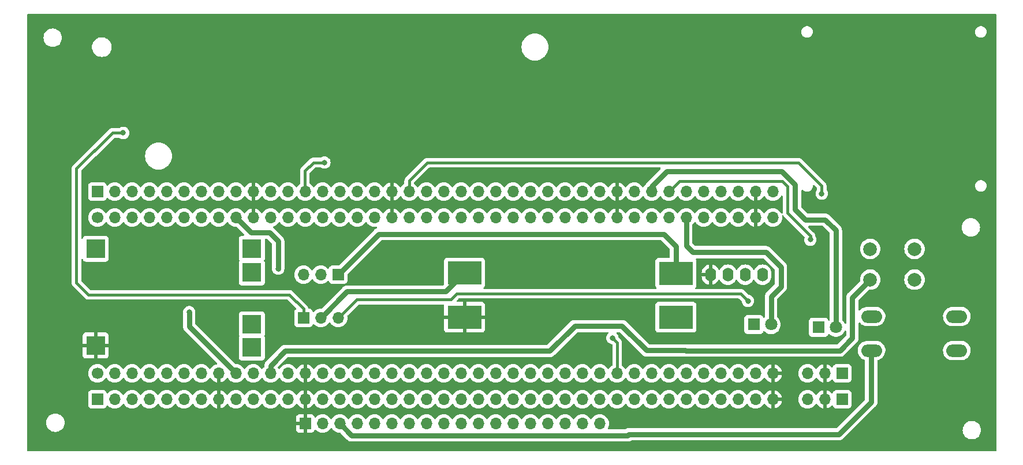
<source format=gbr>
%TF.GenerationSoftware,KiCad,Pcbnew,(7.99.0-200-gad838e3d73)*%
%TF.CreationDate,2024-03-11T18:14:04+07:00*%
%TF.ProjectId,WMS,574d532e-6b69-4636-9164-5f7063625858,rev?*%
%TF.SameCoordinates,Original*%
%TF.FileFunction,Copper,L2,Bot*%
%TF.FilePolarity,Positive*%
%FSLAX46Y46*%
G04 Gerber Fmt 4.6, Leading zero omitted, Abs format (unit mm)*
G04 Created by KiCad (PCBNEW (7.99.0-200-gad838e3d73)) date 2024-03-11 18:14:04*
%MOMM*%
%LPD*%
G01*
G04 APERTURE LIST*
%TA.AperFunction,ComponentPad*%
%ADD10R,1.700000X1.700000*%
%TD*%
%TA.AperFunction,ComponentPad*%
%ADD11O,1.700000X1.700000*%
%TD*%
%TA.AperFunction,ComponentPad*%
%ADD12C,2.000000*%
%TD*%
%TA.AperFunction,ComponentPad*%
%ADD13O,1.600000X2.000000*%
%TD*%
%TA.AperFunction,ComponentPad*%
%ADD14C,1.700000*%
%TD*%
%TA.AperFunction,ComponentPad*%
%ADD15R,1.800000X1.800000*%
%TD*%
%TA.AperFunction,ComponentPad*%
%ADD16C,1.800000*%
%TD*%
%TA.AperFunction,ComponentPad*%
%ADD17O,3.048000X1.850000*%
%TD*%
%TA.AperFunction,ComponentPad*%
%ADD18R,5.000000X3.500000*%
%TD*%
%TA.AperFunction,ComponentPad*%
%ADD19R,2.800000X2.800000*%
%TD*%
%TA.AperFunction,ViaPad*%
%ADD20C,0.800000*%
%TD*%
%TA.AperFunction,Conductor*%
%ADD21C,0.800000*%
%TD*%
%TA.AperFunction,Conductor*%
%ADD22C,0.400000*%
%TD*%
G04 APERTURE END LIST*
D10*
%TO.P,SW4,1,A*%
%TO.N,/Subsistem Power/PWR_SWITCH_OUT*%
X110489999Y-90169999D03*
D11*
%TO.P,SW4,2,B*%
%TO.N,/Subsistem Power/TP4056_OUT+*%
X107949999Y-90169999D03*
%TO.P,SW4,3,C*%
%TO.N,unconnected-(SW4-C-Pad3)*%
X105409999Y-90169999D03*
%TD*%
D10*
%TO.P,SW3,1,A*%
%TO.N,/POWER_RFID*%
X105409999Y-96519999D03*
D11*
%TO.P,SW3,2,B*%
%TO.N,+5V*%
X107949999Y-96519999D03*
%TO.P,SW3,3,C*%
%TO.N,/POWER_BARCODE*%
X110489999Y-96519999D03*
%TD*%
D12*
%TO.P,SW2,1,A*%
%TO.N,+5V*%
X188520000Y-86396000D03*
X195020000Y-86396000D03*
%TO.P,SW2,2,B*%
%TO.N,P13_6*%
X188520000Y-90896000D03*
X195020000Y-90896000D03*
%TD*%
D10*
%TO.P,J2,1,Pin_1*%
%TO.N,B.TX*%
X75183999Y-108457999D03*
D11*
%TO.P,J2,2,Pin_2*%
%TO.N,B.RTS*%
X77723999Y-108457999D03*
%TO.P,J2,3,Pin_3*%
%TO.N,B.CTS*%
X80263999Y-108457999D03*
%TO.P,J2,4,Pin_4*%
%TO.N,B.RX*%
X82803999Y-108457999D03*
%TO.P,J2,5,Pin_5*%
%TO.N,P6_6*%
X85343999Y-108457999D03*
%TO.P,J2,6,Pin_6*%
%TO.N,P6_7*%
X87883999Y-108457999D03*
%TO.P,J2,7,Pin_7*%
%TO.N,XRES*%
X90423999Y-108457999D03*
%TO.P,J2,8,Pin_8*%
%TO.N,GND*%
X92963999Y-108457999D03*
%TO.P,J2,9,Pin_9*%
%TO.N,VTARG*%
X95503999Y-108457999D03*
%TO.P,J2,10,Pin_10*%
%TO.N,P0_4*%
X98043999Y-108457999D03*
%TO.P,J2,11,Pin_11*%
%TO.N,P13_6*%
X100583999Y-108457999D03*
%TO.P,J2,12,Pin_12*%
%TO.N,P13_7*%
X103123999Y-108457999D03*
%TO.P,J2,13,Pin_13*%
%TO.N,GND*%
X105663999Y-108457999D03*
%TO.P,J2,14,Pin_14*%
%TO.N,P13_5*%
X108203999Y-108457999D03*
%TO.P,J2,15,Pin_15*%
%TO.N,P13_4*%
X110743999Y-108457999D03*
%TO.P,J2,16,Pin_16*%
%TO.N,P13_0*%
X113283999Y-108457999D03*
%TO.P,J2,17,Pin_17*%
%TO.N,P13_3*%
X115823999Y-108457999D03*
%TO.P,J2,18,Pin_18*%
%TO.N,P13_2*%
X118363999Y-108457999D03*
%TO.P,J2,19,Pin_19*%
%TO.N,P13_1*%
X120903999Y-108457999D03*
%TO.P,J2,20,Pin_20*%
%TO.N,VDDIO_0*%
X123443999Y-108457999D03*
%TO.P,J2,21,Pin_21*%
%TO.N,P12_4*%
X125983999Y-108457999D03*
%TO.P,J2,22,Pin_22*%
%TO.N,P12_1*%
X128523999Y-108457999D03*
%TO.P,J2,23,Pin_23*%
%TO.N,P12_0*%
X131063999Y-108457999D03*
%TO.P,J2,24,Pin_24*%
%TO.N,P12_5*%
X133603999Y-108457999D03*
%TO.P,J2,25,Pin_25*%
%TO.N,P11_6*%
X136143999Y-108457999D03*
%TO.P,J2,26,Pin_26*%
%TO.N,P11_5*%
X138683999Y-108457999D03*
%TO.P,J2,27,Pin_27*%
%TO.N,P11_7*%
X141223999Y-108457999D03*
%TO.P,J2,28,Pin_28*%
%TO.N,P11_2*%
X143763999Y-108457999D03*
%TO.P,J2,29,Pin_29*%
%TO.N,P11_3*%
X146303999Y-108457999D03*
%TO.P,J2,30,Pin_30*%
%TO.N,P11_4*%
X148843999Y-108457999D03*
%TO.P,J2,31,Pin_31*%
%TO.N,P12_3*%
X151383999Y-108457999D03*
%TO.P,J2,32,Pin_32*%
%TO.N,P0_5*%
X153923999Y-108457999D03*
%TO.P,J2,33,Pin_33*%
%TO.N,P10_5*%
X156463999Y-108457999D03*
%TO.P,J2,34,Pin_34*%
%TO.N,P10_1*%
X159003999Y-108457999D03*
%TO.P,J2,35,Pin_35*%
%TO.N,P10_2*%
X161543999Y-108457999D03*
%TO.P,J2,36,Pin_36*%
%TO.N,P10_4*%
X164083999Y-108457999D03*
%TO.P,J2,37,Pin_37*%
%TO.N,P10_3*%
X166623999Y-108457999D03*
%TO.P,J2,38,Pin_38*%
%TO.N,P10_0*%
X169163999Y-108457999D03*
%TO.P,J2,39,Pin_39*%
%TO.N,VTARG*%
X171703999Y-108457999D03*
%TO.P,J2,40,Pin_40*%
%TO.N,GND*%
X174243999Y-108457999D03*
%TD*%
D13*
%TO.P,Brd1,1,GND*%
%TO.N,GND*%
X165099999Y-90169999D03*
%TO.P,Brd1,2,VCC*%
%TO.N,+5V*%
X167639999Y-90169999D03*
%TO.P,Brd1,3,SCL*%
%TO.N,P6_0*%
X170179999Y-90169999D03*
%TO.P,Brd1,4,SDA*%
%TO.N,P6_1*%
X172719999Y-90169999D03*
%TD*%
D10*
%TO.P,J3,1,Pin_1*%
%TO.N,+5V*%
X184403999Y-108457999D03*
D11*
%TO.P,J3,2,Pin_2*%
%TO.N,GND*%
X181863999Y-108457999D03*
%TO.P,J3,3,Pin_3*%
%TO.N,+3V3*%
X179323999Y-108457999D03*
%TD*%
D14*
%TO.P,U6,1,P5_0*%
%TO.N,P5_0*%
X75184000Y-81788000D03*
D11*
%TO.P,U6,2,P5_1*%
%TO.N,P5_1*%
X77723999Y-81787999D03*
%TO.P,U6,3,P5_2*%
%TO.N,P5_2*%
X80263999Y-81787999D03*
%TO.P,U6,4,P5_3*%
%TO.N,P5_3*%
X82803999Y-81787999D03*
%TO.P,U6,5,P5_4*%
%TO.N,P5_4*%
X85343999Y-81787999D03*
%TO.P,U6,6,P5_5*%
%TO.N,P5_5*%
X87883999Y-81787999D03*
%TO.P,U6,7,P5_6*%
%TO.N,P5_6*%
X90423999Y-81787999D03*
%TO.P,U6,8,P5_7*%
%TO.N,P5_7*%
X92963999Y-81787999D03*
%TO.P,U6,9,VTARG*%
%TO.N,VTARG*%
X95503999Y-81787999D03*
%TO.P,U6,10,GND*%
%TO.N,GND*%
X98043999Y-81787999D03*
%TO.P,U6,11,VDD_USB*%
%TO.N,VDD_USB*%
X100583999Y-81787999D03*
%TO.P,U6,12,P6_0*%
%TO.N,P6_0*%
X103123999Y-81787999D03*
%TO.P,U6,13,P6_1*%
%TO.N,P6_1*%
X105663999Y-81787999D03*
%TO.P,U6,14,P6_2*%
%TO.N,P6_2*%
X108203999Y-81787999D03*
%TO.P,U6,15,P6_4*%
%TO.N,P6_4*%
X110743999Y-81787999D03*
%TO.P,U6,16,P6_5*%
%TO.N,P6_5*%
X113283999Y-81787999D03*
%TO.P,U6,17,P6_VDD*%
%TO.N,P6_VDD*%
X115823999Y-81787999D03*
%TO.P,U6,18,GND*%
%TO.N,GND*%
X118363999Y-81787999D03*
%TO.P,U6,19,P9_0*%
%TO.N,P9_0*%
X120903999Y-81787999D03*
%TO.P,U6,20,P9_5*%
%TO.N,P9_5*%
X123443999Y-81787999D03*
%TO.P,U6,21,P9_3*%
%TO.N,P9_3*%
X125983999Y-81787999D03*
%TO.P,U6,22,P8_5*%
%TO.N,P8_5*%
X128523999Y-81787999D03*
%TO.P,U6,23,P8_2*%
%TO.N,P8_2*%
X131063999Y-81787999D03*
%TO.P,U6,24,P1_0*%
%TO.N,P1_0*%
X133603999Y-81787999D03*
%TO.P,U6,25,P6_3*%
%TO.N,P6_3*%
X136143999Y-81787999D03*
%TO.P,U6,26,P8_1*%
%TO.N,P8_1*%
X138683999Y-81787999D03*
%TO.P,U6,27,P8_6*%
%TO.N,P8_6*%
X141223999Y-81787999D03*
%TO.P,U6,28,P8_4*%
%TO.N,P8_4*%
X143763999Y-81787999D03*
%TO.P,U6,29,P8_3*%
%TO.N,P8_3*%
X146303999Y-81787999D03*
%TO.P,U6,30,P8_7*%
%TO.N,P8_7*%
X148843999Y-81787999D03*
%TO.P,U6,31,GND*%
%TO.N,GND*%
X151383999Y-81787999D03*
%TO.P,U6,32,P8_0*%
%TO.N,P8_0*%
X153923999Y-81787999D03*
%TO.P,U6,33,P9_2*%
%TO.N,P9_2*%
X156463999Y-81787999D03*
%TO.P,U6,34,P9_1*%
%TO.N,P9_1*%
X159003999Y-81787999D03*
%TO.P,U6,35,P9_4*%
%TO.N,P9_4*%
X161543999Y-81787999D03*
%TO.P,U6,36,P9_7*%
%TO.N,P9_7*%
X164083999Y-81787999D03*
%TO.P,U6,37,P9_6*%
%TO.N,P9_6*%
X166623999Y-81787999D03*
%TO.P,U6,38,VBACKUP*%
%TO.N,VBACKUP*%
X169163999Y-81787999D03*
%TO.P,U6,39,GND*%
%TO.N,GND*%
X171703999Y-81787999D03*
%TO.P,U6,40,VREF*%
%TO.N,VREF*%
X174243999Y-81787999D03*
%TO.P,U6,41,GND*%
%TO.N,GND*%
X174243999Y-104647999D03*
%TO.P,U6,42,VTARG*%
%TO.N,VTARG*%
X171703999Y-104647999D03*
%TO.P,U6,43,P10_0*%
%TO.N,P10_0*%
X169163999Y-104647999D03*
%TO.P,U6,44,P10_3*%
%TO.N,P10_3*%
X166623999Y-104647999D03*
%TO.P,U6,45,P10_4*%
%TO.N,P10_4*%
X164083999Y-104647999D03*
%TO.P,U6,46,P10_2*%
%TO.N,P10_2*%
X161543999Y-104647999D03*
%TO.P,U6,47,P10_1*%
%TO.N,P10_1*%
X159003999Y-104647999D03*
%TO.P,U6,48,P10_5*%
%TO.N,P10_5*%
X156463999Y-104647999D03*
%TO.P,U6,49,P0_5*%
%TO.N,P0_5*%
X153923999Y-104647999D03*
%TO.P,U6,50,P12_3*%
%TO.N,P12_3*%
X151383999Y-104647999D03*
%TO.P,U6,51,P11_4*%
%TO.N,P11_4*%
X148843999Y-104647999D03*
%TO.P,U6,52,P11_3*%
%TO.N,P11_3*%
X146303999Y-104647999D03*
%TO.P,U6,53,P11_2*%
%TO.N,P11_2*%
X143763999Y-104647999D03*
%TO.P,U6,54,P11_7*%
%TO.N,P11_7*%
X141223999Y-104647999D03*
%TO.P,U6,55,P11_5*%
%TO.N,P11_5*%
X138683999Y-104647999D03*
%TO.P,U6,56,P11_6*%
%TO.N,P11_6*%
X136143999Y-104647999D03*
%TO.P,U6,57,P12_5*%
%TO.N,P12_5*%
X133603999Y-104647999D03*
%TO.P,U6,58,P12_0*%
%TO.N,P12_0*%
X131063999Y-104647999D03*
%TO.P,U6,59,P12_1*%
%TO.N,P12_1*%
X128523999Y-104647999D03*
%TO.P,U6,60,P12_4*%
%TO.N,P12_4*%
X125983999Y-104647999D03*
%TO.P,U6,61,VDDIO_0*%
%TO.N,VDDIO_0*%
X123443999Y-104647999D03*
%TO.P,U6,62,P13_1*%
%TO.N,P13_1*%
X120903999Y-104647999D03*
%TO.P,U6,63,P13_2*%
%TO.N,P13_2*%
X118363999Y-104647999D03*
%TO.P,U6,64,P13_3*%
%TO.N,P13_3*%
X115823999Y-104647999D03*
%TO.P,U6,65,P13_0*%
%TO.N,P13_0*%
X113283999Y-104647999D03*
%TO.P,U6,66,P13_4*%
%TO.N,P13_4*%
X110743999Y-104647999D03*
%TO.P,U6,67,P13_5*%
%TO.N,P13_5*%
X108203999Y-104647999D03*
%TO.P,U6,68,GND*%
%TO.N,GND*%
X105663999Y-104647999D03*
%TO.P,U6,69,P13_7*%
%TO.N,P13_7*%
X103123999Y-104647999D03*
%TO.P,U6,70,P13_6*%
%TO.N,P13_6*%
X100583999Y-104647999D03*
%TO.P,U6,71,P0_4*%
%TO.N,P0_4*%
X98043999Y-104647999D03*
%TO.P,U6,72,VTARG*%
%TO.N,VTARG*%
X95503999Y-104647999D03*
%TO.P,U6,73,GND*%
%TO.N,GND*%
X92963999Y-104647999D03*
%TO.P,U6,74,XRES*%
%TO.N,XRES*%
X90423999Y-104647999D03*
%TO.P,U6,75,P6_7*%
%TO.N,P6_7*%
X87883999Y-104647999D03*
%TO.P,U6,76,P6_6*%
%TO.N,P6_6*%
X85343999Y-104647999D03*
%TO.P,U6,77,B.RX*%
%TO.N,B.RX*%
X82803999Y-104647999D03*
%TO.P,U6,78,B.CTS*%
%TO.N,B.CTS*%
X80263999Y-104647999D03*
%TO.P,U6,79,B.RTS*%
%TO.N,B.RTS*%
X77723999Y-104647999D03*
D14*
%TO.P,U6,80,B.TX*%
%TO.N,B.TX*%
X75184000Y-104648000D03*
D11*
%TO.P,U6,81,3V3*%
%TO.N,+3V3*%
X179323999Y-104647999D03*
%TO.P,U6,82,GND*%
%TO.N,GND*%
X181863999Y-104647999D03*
D10*
%TO.P,U6,83,5V*%
%TO.N,+5V*%
X184403999Y-104647999D03*
%TD*%
D15*
%TO.P,D1,1,K*%
%TO.N,Net-(D1-K)*%
X180944599Y-97891599D03*
D16*
%TO.P,D1,2,A*%
%TO.N,P9_2*%
X183484600Y-97891600D03*
%TD*%
D15*
%TO.P,D2,1,K*%
%TO.N,Net-(D2-K)*%
X171449999Y-97485199D03*
D16*
%TO.P,D2,2,A*%
%TO.N,P9_4*%
X173990000Y-97485200D03*
%TD*%
D17*
%TO.P,SW1,1,A*%
%TO.N,+5V*%
X188721999Y-96305999D03*
X201221999Y-96305999D03*
%TO.P,SW1,2,B*%
%TO.N,P13_4*%
X188721999Y-101305999D03*
X201221999Y-101305999D03*
%TD*%
D10*
%TO.P,U5,1,GND*%
%TO.N,GND*%
X105663999Y-112013999D03*
D11*
%TO.P,U5,2,13_5*%
%TO.N,P13_5*%
X108203999Y-112013999D03*
%TO.P,U5,3,13_4*%
%TO.N,P13_4*%
X110743999Y-112013999D03*
%TO.P,U5,4,13_0*%
%TO.N,P13_0*%
X113283999Y-112013999D03*
%TO.P,U5,5,13_3*%
%TO.N,P13_3*%
X115823999Y-112013999D03*
%TO.P,U5,6,13_2*%
%TO.N,P13_2*%
X118363999Y-112013999D03*
%TO.P,U5,7,13_1*%
%TO.N,P13_1*%
X120903999Y-112013999D03*
%TO.P,U5,8,VDDIO_0*%
%TO.N,VDDIO_0*%
X123443999Y-112013999D03*
%TO.P,U5,9,12_4*%
%TO.N,P12_4*%
X125983999Y-112013999D03*
%TO.P,U5,10,12_1*%
%TO.N,P12_1*%
X128523999Y-112013999D03*
%TO.P,U5,11,12_0*%
%TO.N,P12_0*%
X131063999Y-112013999D03*
%TO.P,U5,12,12_5*%
%TO.N,P12_5*%
X133603999Y-112013999D03*
%TO.P,U5,13,11_6*%
%TO.N,P11_6*%
X136143999Y-112013999D03*
%TO.P,U5,14,11_5*%
%TO.N,P11_5*%
X138683999Y-112013999D03*
%TO.P,U5,15,11_7*%
%TO.N,P11_7*%
X141223999Y-112013999D03*
%TO.P,U5,16,11_2*%
%TO.N,P11_2*%
X143763999Y-112013999D03*
%TO.P,U5,17,11_3*%
%TO.N,P11_3*%
X146303999Y-112013999D03*
%TO.P,U5,18,11_4*%
%TO.N,P11_4*%
X148843999Y-112013999D03*
%TD*%
D10*
%TO.P,J1,1,Pin_1*%
%TO.N,P5_0*%
X75183999Y-77977999D03*
D11*
%TO.P,J1,2,Pin_2*%
%TO.N,P5_1*%
X77723999Y-77977999D03*
%TO.P,J1,3,Pin_3*%
%TO.N,P5_2*%
X80263999Y-77977999D03*
%TO.P,J1,4,Pin_4*%
%TO.N,P5_3*%
X82803999Y-77977999D03*
%TO.P,J1,5,Pin_5*%
%TO.N,P5_4*%
X85343999Y-77977999D03*
%TO.P,J1,6,Pin_6*%
%TO.N,P5_5*%
X87883999Y-77977999D03*
%TO.P,J1,7,Pin_7*%
%TO.N,P5_6*%
X90423999Y-77977999D03*
%TO.P,J1,8,Pin_8*%
%TO.N,P5_7*%
X92963999Y-77977999D03*
%TO.P,J1,9,Pin_9*%
%TO.N,VTARG*%
X95503999Y-77977999D03*
%TO.P,J1,10,Pin_10*%
%TO.N,GND*%
X98043999Y-77977999D03*
%TO.P,J1,11,Pin_11*%
%TO.N,VDD_USB*%
X100583999Y-77977999D03*
%TO.P,J1,12,Pin_12*%
%TO.N,P6_0*%
X103123999Y-77977999D03*
%TO.P,J1,13,Pin_13*%
%TO.N,P6_1*%
X105663999Y-77977999D03*
%TO.P,J1,14,Pin_14*%
%TO.N,P6_2*%
X108203999Y-77977999D03*
%TO.P,J1,15,Pin_15*%
%TO.N,P6_4*%
X110743999Y-77977999D03*
%TO.P,J1,16,Pin_16*%
%TO.N,P6_5*%
X113283999Y-77977999D03*
%TO.P,J1,17,Pin_17*%
%TO.N,P6_VDD*%
X115823999Y-77977999D03*
%TO.P,J1,18,Pin_18*%
%TO.N,GND*%
X118363999Y-77977999D03*
%TO.P,J1,19,Pin_19*%
%TO.N,P9_0*%
X120903999Y-77977999D03*
%TO.P,J1,20,Pin_20*%
%TO.N,P9_5*%
X123443999Y-77977999D03*
%TO.P,J1,21,Pin_21*%
%TO.N,P9_3*%
X125983999Y-77977999D03*
%TO.P,J1,22,Pin_22*%
%TO.N,P8_5*%
X128523999Y-77977999D03*
%TO.P,J1,23,Pin_23*%
%TO.N,P8_2*%
X131063999Y-77977999D03*
%TO.P,J1,24,Pin_24*%
%TO.N,P1_0*%
X133603999Y-77977999D03*
%TO.P,J1,25,Pin_25*%
%TO.N,P6_3*%
X136143999Y-77977999D03*
%TO.P,J1,26,Pin_26*%
%TO.N,P8_1*%
X138683999Y-77977999D03*
%TO.P,J1,27,Pin_27*%
%TO.N,P8_6*%
X141223999Y-77977999D03*
%TO.P,J1,28,Pin_28*%
%TO.N,P8_4*%
X143763999Y-77977999D03*
%TO.P,J1,29,Pin_29*%
%TO.N,P8_3*%
X146303999Y-77977999D03*
%TO.P,J1,30,Pin_30*%
%TO.N,P8_7*%
X148843999Y-77977999D03*
%TO.P,J1,31,Pin_31*%
%TO.N,GND*%
X151383999Y-77977999D03*
%TO.P,J1,32,Pin_32*%
%TO.N,P8_0*%
X153923999Y-77977999D03*
%TO.P,J1,33,Pin_33*%
%TO.N,P9_2*%
X156463999Y-77977999D03*
%TO.P,J1,34,Pin_34*%
%TO.N,P9_1*%
X159003999Y-77977999D03*
%TO.P,J1,35,Pin_35*%
%TO.N,P9_4*%
X161543999Y-77977999D03*
%TO.P,J1,36,Pin_36*%
%TO.N,P9_7*%
X164083999Y-77977999D03*
%TO.P,J1,37,Pin_37*%
%TO.N,P9_6*%
X166623999Y-77977999D03*
%TO.P,J1,38,Pin_38*%
%TO.N,VBACKUP*%
X169163999Y-77977999D03*
%TO.P,J1,39,Pin_39*%
%TO.N,GND*%
X171703999Y-77977999D03*
%TO.P,J1,40,Pin_40*%
%TO.N,VREF*%
X174243999Y-77977999D03*
%TD*%
D18*
%TO.P,U3,1,VIN+*%
%TO.N,/Subsistem Power/PWR_SWITCH_OUT*%
X160019999Y-89965999D03*
%TO.P,U3,2,VIN-*%
%TO.N,/Subsistem Power/TP4056_OUT-*%
X160019999Y-96415999D03*
%TO.P,U3,3,VOUT-*%
%TO.N,GND*%
X129019999Y-96415999D03*
%TO.P,U3,4,VOUT+*%
%TO.N,+5V*%
X129019999Y-89915999D03*
%TD*%
D19*
%TO.P,U2,1,5V*%
%TO.N,+5VA*%
X74929999Y-86359999D03*
%TO.P,U2,2,GND*%
%TO.N,GND*%
X74929999Y-100559999D03*
%TO.P,U2,3,OUT+*%
%TO.N,/Subsistem Power/TP4056_OUT+*%
X97829999Y-86359999D03*
%TO.P,U2,4,OUT-*%
%TO.N,/Subsistem Power/TP4056_OUT-*%
X97829999Y-100859999D03*
%TO.P,U2,5,B+*%
%TO.N,/Subsistem Power/BAT+*%
X97829999Y-89859999D03*
%TO.P,U2,6,B-*%
%TO.N,/Subsistem Power/BAT-*%
X97829999Y-97459999D03*
%TD*%
D20*
%TO.N,VTARG*%
X101701600Y-89281000D03*
%TO.N,GND*%
X120319800Y-58496200D03*
X105587800Y-58318400D03*
X100482400Y-98780600D03*
X93497400Y-95250000D03*
X151434800Y-110998000D03*
X179019200Y-78968600D03*
X161950400Y-99669600D03*
X155651200Y-96875600D03*
%TO.N,VTARG*%
X88646000Y-95656400D03*
%TO.N,GND*%
X197866000Y-80086200D03*
X190804800Y-82397600D03*
X173075600Y-71424800D03*
X186740800Y-76403200D03*
X191566800Y-79984600D03*
X197535800Y-88569800D03*
%TO.N,P9_1*%
X179730400Y-85039200D03*
%TO.N,P9_0*%
X181406800Y-78282800D03*
%TO.N,/POWER_BARCODE*%
X170586400Y-94030800D03*
%TO.N,P6_1*%
X108483400Y-73710800D03*
%TO.N,/POWER_RFID*%
X78968600Y-69367400D03*
%TO.N,P12_3*%
X150723600Y-99466400D03*
%TD*%
D21*
%TO.N,VTARG*%
X97739200Y-84023200D02*
X95504000Y-81788000D01*
X101701600Y-85267800D02*
X100457000Y-84023200D01*
X100457000Y-84023200D02*
X97739200Y-84023200D01*
X101701600Y-89281000D02*
X101701600Y-85267800D01*
X88646000Y-97790000D02*
X95504000Y-104648000D01*
X88646000Y-95656400D02*
X88646000Y-97790000D01*
D22*
%TO.N,/POWER_RFID*%
X103352600Y-93116400D02*
X105410000Y-95173800D01*
X73863200Y-93116400D02*
X103352600Y-93116400D01*
X72110600Y-91363800D02*
X73863200Y-93116400D01*
X105410000Y-95173800D02*
X105410000Y-96520000D01*
X72110600Y-74625200D02*
X72110600Y-91363800D01*
X77368400Y-69367400D02*
X72110600Y-74625200D01*
X78968600Y-69367400D02*
X77368400Y-69367400D01*
D21*
%TO.N,P13_4*%
X188671200Y-101356800D02*
X188722000Y-101306000D01*
X153111200Y-113588800D02*
X183921400Y-113588800D01*
X183921400Y-113588800D02*
X188671200Y-108839000D01*
X152933400Y-113766600D02*
X153111200Y-113588800D01*
X112496600Y-113766600D02*
X152933400Y-113766600D01*
X110744000Y-112014000D02*
X112496600Y-113766600D01*
X188671200Y-108839000D02*
X188671200Y-101356800D01*
D22*
%TO.N,P12_3*%
X151409400Y-104622600D02*
X151384000Y-104648000D01*
X150723600Y-99466400D02*
X151409400Y-100152200D01*
X151409400Y-100152200D02*
X151409400Y-104622600D01*
%TO.N,/POWER_BARCODE*%
X127000000Y-93827600D02*
X113182400Y-93827600D01*
X127863600Y-92964000D02*
X127000000Y-93827600D01*
X169519600Y-92964000D02*
X127863600Y-92964000D01*
X113182400Y-93827600D02*
X110490000Y-96520000D01*
X170586400Y-94030800D02*
X169519600Y-92964000D01*
%TO.N,P9_1*%
X179730400Y-85039200D02*
X179730400Y-84455000D01*
X160528000Y-76454000D02*
X159004000Y-77978000D01*
X175641000Y-76454000D02*
X160528000Y-76454000D01*
X176377600Y-77190600D02*
X175641000Y-76454000D01*
X179730400Y-84455000D02*
X176377600Y-81102200D01*
X176377600Y-81102200D02*
X176377600Y-77190600D01*
D21*
%TO.N,P9_2*%
X183484600Y-83662600D02*
X183484600Y-97891600D01*
X181914800Y-82092800D02*
X183484600Y-83662600D01*
X179044600Y-82092800D02*
X181914800Y-82092800D01*
X177520600Y-80568800D02*
X179044600Y-82092800D01*
X158648400Y-75031600D02*
X175564800Y-75031600D01*
X156464000Y-77216000D02*
X158648400Y-75031600D01*
X175564800Y-75031600D02*
X177520600Y-76987400D01*
X156464000Y-77978000D02*
X156464000Y-77216000D01*
X177520600Y-76987400D02*
X177520600Y-80568800D01*
D22*
%TO.N,P9_0*%
X120904000Y-76403200D02*
X120904000Y-77978000D01*
X178003200Y-73736200D02*
X123571000Y-73736200D01*
X123571000Y-73736200D02*
X120904000Y-76403200D01*
X181406800Y-77139800D02*
X178003200Y-73736200D01*
X181406800Y-78282800D02*
X181406800Y-77139800D01*
D21*
%TO.N,P13_6*%
X100584000Y-103505000D02*
X100584000Y-104648000D01*
X102717600Y-101371400D02*
X100584000Y-103505000D01*
X141528800Y-101371400D02*
X102717600Y-101371400D01*
X145186400Y-97713800D02*
X141528800Y-101371400D01*
X155702000Y-101295200D02*
X152120600Y-97713800D01*
X161417000Y-101295200D02*
X155702000Y-101295200D01*
X152120600Y-97713800D02*
X145186400Y-97713800D01*
X184073800Y-101320600D02*
X161442400Y-101320600D01*
X161442400Y-101320600D02*
X161417000Y-101295200D01*
X185902600Y-99491800D02*
X184073800Y-101320600D01*
X188520000Y-90896000D02*
X185902600Y-93513400D01*
X185902600Y-93513400D02*
X185902600Y-99491800D01*
%TO.N,P9_4*%
X161544000Y-85953600D02*
X161544000Y-81788000D01*
X162458400Y-86868000D02*
X161544000Y-85953600D01*
X175412400Y-91922600D02*
X175412400Y-89027000D01*
X173990000Y-97485200D02*
X173990000Y-93345000D01*
X173990000Y-93345000D02*
X175412400Y-91922600D01*
X175412400Y-89027000D02*
X173253400Y-86868000D01*
X173253400Y-86868000D02*
X162458400Y-86868000D01*
D22*
%TO.N,P6_1*%
X105613200Y-77927200D02*
X105664000Y-77978000D01*
X106832400Y-73710800D02*
X105613200Y-74930000D01*
X108483400Y-73710800D02*
X106832400Y-73710800D01*
X105613200Y-74930000D02*
X105613200Y-77927200D01*
D21*
%TO.N,+5V*%
X126276800Y-92659200D02*
X129020000Y-89916000D01*
X111810800Y-92659200D02*
X126276800Y-92659200D01*
X107950000Y-96520000D02*
X111810800Y-92659200D01*
%TO.N,/Subsistem Power/PWR_SWITCH_OUT*%
X158242000Y-84201000D02*
X160020000Y-85979000D01*
X160020000Y-85979000D02*
X160020000Y-89966000D01*
X116459000Y-84201000D02*
X158242000Y-84201000D01*
X110490000Y-90170000D02*
X116459000Y-84201000D01*
%TD*%
%TA.AperFunction,Conductor*%
%TO.N,GND*%
G36*
X206947500Y-51909313D02*
G01*
X206992887Y-51954700D01*
X207009500Y-52016700D01*
X207009500Y-115953500D01*
X206992887Y-116015500D01*
X206947500Y-116060887D01*
X206885500Y-116077500D01*
X64996100Y-116077500D01*
X64934100Y-116060887D01*
X64888713Y-116015500D01*
X64872100Y-115953500D01*
X64872100Y-111887000D01*
X67656141Y-111887000D01*
X67656613Y-111892395D01*
X67675846Y-112112233D01*
X67676737Y-112122408D01*
X67678136Y-112127630D01*
X67678137Y-112127634D01*
X67736494Y-112345430D01*
X67736497Y-112345438D01*
X67737897Y-112350663D01*
X67837765Y-112564829D01*
X67973305Y-112758401D01*
X68140399Y-112925495D01*
X68333971Y-113061035D01*
X68548137Y-113160903D01*
X68776392Y-113222063D01*
X68952834Y-113237500D01*
X69068058Y-113237500D01*
X69070766Y-113237500D01*
X69247208Y-113222063D01*
X69475463Y-113160903D01*
X69689629Y-113061035D01*
X69883201Y-112925495D01*
X69900178Y-112908518D01*
X104314000Y-112908518D01*
X104314353Y-112915114D01*
X104319573Y-112963667D01*
X104323111Y-112978641D01*
X104367547Y-113097777D01*
X104375962Y-113113189D01*
X104451498Y-113214092D01*
X104463907Y-113226501D01*
X104564810Y-113302037D01*
X104580222Y-113310452D01*
X104699358Y-113354888D01*
X104714332Y-113358426D01*
X104762885Y-113363646D01*
X104769482Y-113364000D01*
X105397674Y-113364000D01*
X105410549Y-113360549D01*
X105414000Y-113347674D01*
X105914000Y-113347674D01*
X105917450Y-113360549D01*
X105930326Y-113364000D01*
X106558518Y-113364000D01*
X106565114Y-113363646D01*
X106613667Y-113358426D01*
X106628641Y-113354888D01*
X106747777Y-113310452D01*
X106763189Y-113302037D01*
X106864092Y-113226501D01*
X106876501Y-113214092D01*
X106952037Y-113113189D01*
X106960452Y-113097777D01*
X107006422Y-112974529D01*
X107041401Y-112924149D01*
X107096246Y-112896696D01*
X107157539Y-112898885D01*
X107210284Y-112930180D01*
X107332599Y-113052495D01*
X107526170Y-113188035D01*
X107740337Y-113287903D01*
X107968592Y-113349063D01*
X108204000Y-113369659D01*
X108439408Y-113349063D01*
X108667663Y-113287903D01*
X108881830Y-113188035D01*
X109075401Y-113052495D01*
X109242495Y-112885401D01*
X109281696Y-112829417D01*
X109372425Y-112699842D01*
X109416743Y-112660976D01*
X109474000Y-112646965D01*
X109531257Y-112660976D01*
X109575575Y-112699842D01*
X109702395Y-112880961D01*
X109702401Y-112880968D01*
X109705505Y-112885401D01*
X109872599Y-113052495D01*
X110066170Y-113188035D01*
X110280337Y-113287903D01*
X110508592Y-113349063D01*
X110744000Y-113369659D01*
X110761946Y-113368088D01*
X110815162Y-113375093D01*
X110860435Y-113403935D01*
X111802835Y-114346335D01*
X111815471Y-114361129D01*
X111819892Y-114367214D01*
X111819894Y-114367217D01*
X111823712Y-114372471D01*
X111874106Y-114417846D01*
X111878815Y-114422315D01*
X111893220Y-114436720D01*
X111909037Y-114449528D01*
X111913976Y-114453745D01*
X111950532Y-114486661D01*
X111964384Y-114499133D01*
X111976522Y-114506141D01*
X111992554Y-114517159D01*
X112003451Y-114525983D01*
X112063889Y-114556777D01*
X112069575Y-114559865D01*
X112122679Y-114590525D01*
X112122683Y-114590526D01*
X112128316Y-114593779D01*
X112141641Y-114598108D01*
X112159622Y-114605556D01*
X112172112Y-114611920D01*
X112178388Y-114613601D01*
X112178389Y-114613602D01*
X112237614Y-114629471D01*
X112243837Y-114631314D01*
X112308344Y-114652274D01*
X112322274Y-114653738D01*
X112341419Y-114657286D01*
X112348673Y-114659230D01*
X112348675Y-114659230D01*
X112354955Y-114660913D01*
X112422695Y-114664462D01*
X112429153Y-114664971D01*
X112449408Y-114667100D01*
X112469775Y-114667100D01*
X112476264Y-114667270D01*
X112543988Y-114670819D01*
X112557827Y-114668627D01*
X112577226Y-114667100D01*
X152852774Y-114667100D01*
X152872172Y-114668627D01*
X152886012Y-114670819D01*
X152953736Y-114667270D01*
X152960226Y-114667100D01*
X152977352Y-114667100D01*
X152980592Y-114667100D01*
X152983813Y-114666761D01*
X152983821Y-114666761D01*
X153000847Y-114664971D01*
X153007306Y-114664462D01*
X153075046Y-114660913D01*
X153088587Y-114657283D01*
X153107716Y-114653738D01*
X153121656Y-114652274D01*
X153186161Y-114631314D01*
X153192362Y-114629477D01*
X153257888Y-114611920D01*
X153270373Y-114605557D01*
X153288356Y-114598108D01*
X153301684Y-114593779D01*
X153360435Y-114559857D01*
X153366110Y-114556777D01*
X153366134Y-114556765D01*
X153426549Y-114525983D01*
X153437445Y-114517158D01*
X153453626Y-114506054D01*
X153454030Y-114505821D01*
X153515872Y-114489300D01*
X183840774Y-114489300D01*
X183860172Y-114490827D01*
X183874012Y-114493019D01*
X183941736Y-114489470D01*
X183948226Y-114489300D01*
X183965352Y-114489300D01*
X183968592Y-114489300D01*
X183971813Y-114488961D01*
X183971821Y-114488961D01*
X183988847Y-114487171D01*
X183995306Y-114486662D01*
X184063046Y-114483113D01*
X184076587Y-114479483D01*
X184095716Y-114475938D01*
X184109656Y-114474474D01*
X184174161Y-114453514D01*
X184180362Y-114451677D01*
X184245888Y-114434120D01*
X184258373Y-114427757D01*
X184276356Y-114420308D01*
X184289684Y-114415979D01*
X184348435Y-114382057D01*
X184354110Y-114378977D01*
X184414549Y-114348183D01*
X184425445Y-114339358D01*
X184441483Y-114328337D01*
X184453616Y-114321333D01*
X184504057Y-114275915D01*
X184508933Y-114271751D01*
X184524780Y-114258919D01*
X184539179Y-114244518D01*
X184543870Y-114240066D01*
X184594288Y-114194671D01*
X184602525Y-114183332D01*
X184615161Y-114168536D01*
X185804497Y-112979200D01*
X202072941Y-112979200D01*
X202073413Y-112984595D01*
X202090940Y-113184933D01*
X202093537Y-113214608D01*
X202094936Y-113219830D01*
X202094937Y-113219834D01*
X202153294Y-113437630D01*
X202153297Y-113437638D01*
X202154697Y-113442863D01*
X202254565Y-113657029D01*
X202390105Y-113850601D01*
X202557199Y-114017695D01*
X202750771Y-114153235D01*
X202964937Y-114253103D01*
X202970167Y-114254504D01*
X202970169Y-114254505D01*
X202986643Y-114258919D01*
X203193192Y-114314263D01*
X203369634Y-114329700D01*
X203484858Y-114329700D01*
X203487566Y-114329700D01*
X203664008Y-114314263D01*
X203892263Y-114253103D01*
X204106429Y-114153235D01*
X204300001Y-114017695D01*
X204467095Y-113850601D01*
X204602635Y-113657030D01*
X204702503Y-113442863D01*
X204763663Y-113214608D01*
X204784259Y-112979200D01*
X204763663Y-112743792D01*
X204702503Y-112515537D01*
X204602635Y-112301371D01*
X204467095Y-112107799D01*
X204300001Y-111940705D01*
X204106429Y-111805165D01*
X203892263Y-111705297D01*
X203887038Y-111703897D01*
X203887030Y-111703894D01*
X203669234Y-111645537D01*
X203669230Y-111645536D01*
X203664008Y-111644137D01*
X203658620Y-111643665D01*
X203658617Y-111643665D01*
X203490264Y-111628936D01*
X203490262Y-111628935D01*
X203487566Y-111628700D01*
X203369634Y-111628700D01*
X203366938Y-111628935D01*
X203366935Y-111628936D01*
X203198582Y-111643665D01*
X203198577Y-111643665D01*
X203193192Y-111644137D01*
X203187971Y-111645535D01*
X203187965Y-111645537D01*
X202970169Y-111703894D01*
X202970157Y-111703898D01*
X202964937Y-111705297D01*
X202960032Y-111707583D01*
X202960027Y-111707586D01*
X202755681Y-111802875D01*
X202755677Y-111802877D01*
X202750771Y-111805165D01*
X202746338Y-111808268D01*
X202746331Y-111808273D01*
X202561634Y-111937599D01*
X202561629Y-111937602D01*
X202557199Y-111940705D01*
X202553375Y-111944528D01*
X202553369Y-111944534D01*
X202393936Y-112103967D01*
X202393930Y-112103973D01*
X202390105Y-112107799D01*
X202387006Y-112112223D01*
X202386999Y-112112233D01*
X202257666Y-112296940D01*
X202257661Y-112296947D01*
X202254565Y-112301370D01*
X202252283Y-112306261D01*
X202252278Y-112306272D01*
X202156986Y-112510627D01*
X202156983Y-112510632D01*
X202154697Y-112515537D01*
X202153298Y-112520757D01*
X202153294Y-112520769D01*
X202094937Y-112738565D01*
X202094935Y-112738571D01*
X202093537Y-112743792D01*
X202093065Y-112749177D01*
X202093065Y-112749182D01*
X202080812Y-112889232D01*
X202072941Y-112979200D01*
X185804497Y-112979200D01*
X189250943Y-109532755D01*
X189265731Y-109520126D01*
X189277071Y-109511888D01*
X189322457Y-109461480D01*
X189326912Y-109456787D01*
X189341320Y-109442380D01*
X189354164Y-109426517D01*
X189358331Y-109421638D01*
X189403733Y-109371216D01*
X189410736Y-109359084D01*
X189421764Y-109343039D01*
X189423765Y-109340568D01*
X189430583Y-109332149D01*
X189461386Y-109271693D01*
X189464464Y-109266025D01*
X189498379Y-109207284D01*
X189502711Y-109193949D01*
X189510156Y-109175975D01*
X189516520Y-109163487D01*
X189534071Y-109097983D01*
X189535915Y-109091760D01*
X189554866Y-109033437D01*
X189554866Y-109033433D01*
X189556874Y-109027256D01*
X189558338Y-109013317D01*
X189561883Y-108994190D01*
X189565513Y-108980645D01*
X189569062Y-108912906D01*
X189569571Y-108906447D01*
X189571361Y-108889421D01*
X189571361Y-108889413D01*
X189571700Y-108886192D01*
X189571700Y-108865825D01*
X189571870Y-108859336D01*
X189575079Y-108798101D01*
X189575078Y-108798100D01*
X189575419Y-108791612D01*
X189573227Y-108777772D01*
X189571700Y-108758374D01*
X189571700Y-102809600D01*
X189583442Y-102756930D01*
X189616443Y-102714235D01*
X189664453Y-102689601D01*
X189797608Y-102654931D01*
X190018723Y-102554981D01*
X190219765Y-102419100D01*
X190394952Y-102251197D01*
X190539244Y-102056102D01*
X190648488Y-101839429D01*
X190719543Y-101607409D01*
X190750365Y-101366719D01*
X190745206Y-101245281D01*
X199193635Y-101245281D01*
X199193858Y-101250535D01*
X199193858Y-101250540D01*
X199199015Y-101371936D01*
X199203934Y-101487719D01*
X199205041Y-101492860D01*
X199205043Y-101492868D01*
X199253946Y-101719779D01*
X199255056Y-101724928D01*
X199257018Y-101729811D01*
X199257020Y-101729817D01*
X199315334Y-101874935D01*
X199345532Y-101950086D01*
X199362801Y-101978132D01*
X199469999Y-102152234D01*
X199470002Y-102152238D01*
X199472758Y-102156714D01*
X199476231Y-102160660D01*
X199476234Y-102160664D01*
X199522500Y-102213232D01*
X199633075Y-102338869D01*
X199821870Y-102491311D01*
X200033712Y-102609653D01*
X200262507Y-102690491D01*
X200501672Y-102731500D01*
X201878923Y-102731500D01*
X201881554Y-102731500D01*
X202062782Y-102716075D01*
X202297608Y-102654931D01*
X202518723Y-102554981D01*
X202719765Y-102419100D01*
X202894952Y-102251197D01*
X203039244Y-102056102D01*
X203148488Y-101839429D01*
X203219543Y-101607409D01*
X203250365Y-101366719D01*
X203240066Y-101124281D01*
X203188944Y-100887072D01*
X203098468Y-100661914D01*
X202986900Y-100480716D01*
X202974000Y-100459765D01*
X202973998Y-100459763D01*
X202971242Y-100455286D01*
X202963303Y-100446266D01*
X202909612Y-100385261D01*
X202810925Y-100273131D01*
X202622130Y-100120689D01*
X202571961Y-100092663D01*
X202414888Y-100004916D01*
X202414881Y-100004912D01*
X202410288Y-100002347D01*
X202405322Y-100000592D01*
X202405319Y-100000591D01*
X202186462Y-99923264D01*
X202186455Y-99923262D01*
X202181493Y-99921509D01*
X202176303Y-99920619D01*
X202176295Y-99920617D01*
X201947521Y-99881390D01*
X201947516Y-99881389D01*
X201942328Y-99880500D01*
X200562446Y-99880500D01*
X200559830Y-99880722D01*
X200559821Y-99880723D01*
X200386471Y-99895477D01*
X200386460Y-99895478D01*
X200381218Y-99895925D01*
X200376119Y-99897252D01*
X200376117Y-99897253D01*
X200151487Y-99955742D01*
X200151483Y-99955743D01*
X200146392Y-99957069D01*
X200141599Y-99959235D01*
X200141592Y-99959238D01*
X199930079Y-100054847D01*
X199930066Y-100054854D01*
X199925277Y-100057019D01*
X199920914Y-100059967D01*
X199920910Y-100059970D01*
X199728602Y-100189948D01*
X199728598Y-100189950D01*
X199724235Y-100192900D01*
X199720435Y-100196541D01*
X199720430Y-100196546D01*
X199552847Y-100357161D01*
X199552841Y-100357167D01*
X199549048Y-100360803D01*
X199545926Y-100365024D01*
X199545920Y-100365031D01*
X199418826Y-100536874D01*
X199404756Y-100555898D01*
X199402391Y-100560587D01*
X199402387Y-100560595D01*
X199299062Y-100765529D01*
X199295512Y-100772571D01*
X199293971Y-100777601D01*
X199293970Y-100777605D01*
X199225998Y-100999556D01*
X199225995Y-100999566D01*
X199224457Y-101004591D01*
X199223788Y-101009809D01*
X199223788Y-101009813D01*
X199194303Y-101240063D01*
X199193635Y-101245281D01*
X190745206Y-101245281D01*
X190740066Y-101124281D01*
X190688944Y-100887072D01*
X190598468Y-100661914D01*
X190486900Y-100480716D01*
X190474000Y-100459765D01*
X190473998Y-100459763D01*
X190471242Y-100455286D01*
X190463303Y-100446266D01*
X190409612Y-100385261D01*
X190310925Y-100273131D01*
X190122130Y-100120689D01*
X190071961Y-100092663D01*
X189914888Y-100004916D01*
X189914881Y-100004912D01*
X189910288Y-100002347D01*
X189905322Y-100000592D01*
X189905319Y-100000591D01*
X189686462Y-99923264D01*
X189686455Y-99923262D01*
X189681493Y-99921509D01*
X189676303Y-99920619D01*
X189676295Y-99920617D01*
X189447521Y-99881390D01*
X189447516Y-99881389D01*
X189442328Y-99880500D01*
X188062446Y-99880500D01*
X188059830Y-99880722D01*
X188059821Y-99880723D01*
X187886471Y-99895477D01*
X187886460Y-99895478D01*
X187881218Y-99895925D01*
X187876119Y-99897252D01*
X187876117Y-99897253D01*
X187651487Y-99955742D01*
X187651483Y-99955743D01*
X187646392Y-99957069D01*
X187641599Y-99959235D01*
X187641592Y-99959238D01*
X187430079Y-100054847D01*
X187430066Y-100054854D01*
X187425277Y-100057019D01*
X187420914Y-100059967D01*
X187420910Y-100059970D01*
X187228602Y-100189948D01*
X187228598Y-100189950D01*
X187224235Y-100192900D01*
X187220435Y-100196541D01*
X187220430Y-100196546D01*
X187052847Y-100357161D01*
X187052841Y-100357167D01*
X187049048Y-100360803D01*
X187045926Y-100365024D01*
X187045920Y-100365031D01*
X186918826Y-100536874D01*
X186904756Y-100555898D01*
X186902391Y-100560587D01*
X186902387Y-100560595D01*
X186799062Y-100765529D01*
X186795512Y-100772571D01*
X186793971Y-100777601D01*
X186793970Y-100777605D01*
X186725998Y-100999556D01*
X186725995Y-100999566D01*
X186724457Y-101004591D01*
X186723788Y-101009809D01*
X186723788Y-101009813D01*
X186694303Y-101240063D01*
X186693635Y-101245281D01*
X186693858Y-101250535D01*
X186693858Y-101250540D01*
X186699015Y-101371936D01*
X186703934Y-101487719D01*
X186705041Y-101492860D01*
X186705043Y-101492868D01*
X186753946Y-101719779D01*
X186755056Y-101724928D01*
X186757018Y-101729811D01*
X186757020Y-101729817D01*
X186815334Y-101874935D01*
X186845532Y-101950086D01*
X186862801Y-101978132D01*
X186969999Y-102152234D01*
X186970002Y-102152238D01*
X186972758Y-102156714D01*
X186976231Y-102160660D01*
X186976234Y-102160664D01*
X187022500Y-102213232D01*
X187133075Y-102338869D01*
X187321870Y-102491311D01*
X187533712Y-102609653D01*
X187688010Y-102664169D01*
X187731225Y-102690358D01*
X187760404Y-102731614D01*
X187770700Y-102781086D01*
X187770700Y-108414638D01*
X187761261Y-108462091D01*
X187734381Y-108502319D01*
X183584720Y-112651981D01*
X183544492Y-112678861D01*
X183497039Y-112688300D01*
X153191826Y-112688300D01*
X153172428Y-112686773D01*
X153165009Y-112685598D01*
X153158588Y-112684581D01*
X153152098Y-112684921D01*
X153152096Y-112684921D01*
X153090870Y-112688130D01*
X153084380Y-112688300D01*
X153064008Y-112688300D01*
X153060793Y-112688637D01*
X153060788Y-112688638D01*
X153050730Y-112689695D01*
X153043739Y-112690429D01*
X153037284Y-112690937D01*
X152976045Y-112694147D01*
X152976038Y-112694148D01*
X152969554Y-112694488D01*
X152963285Y-112696167D01*
X152963276Y-112696169D01*
X152956008Y-112698117D01*
X152936889Y-112701660D01*
X152929402Y-112702447D01*
X152929401Y-112702447D01*
X152922944Y-112703126D01*
X152916772Y-112705131D01*
X152916764Y-112705133D01*
X152858445Y-112724082D01*
X152852223Y-112725926D01*
X152792984Y-112741799D01*
X152792980Y-112741800D01*
X152786712Y-112743480D01*
X152780926Y-112746427D01*
X152780918Y-112746431D01*
X152774218Y-112749845D01*
X152756255Y-112757286D01*
X152749098Y-112759611D01*
X152749087Y-112759615D01*
X152742916Y-112761621D01*
X152737293Y-112764867D01*
X152737287Y-112764870D01*
X152684196Y-112795522D01*
X152678495Y-112798618D01*
X152623837Y-112826468D01*
X152623830Y-112826471D01*
X152618051Y-112829417D01*
X152613009Y-112833499D01*
X152613001Y-112833505D01*
X152607148Y-112838245D01*
X152591290Y-112849161D01*
X152590897Y-112849388D01*
X152528728Y-112866100D01*
X150131413Y-112866100D01*
X150071770Y-112850814D01*
X150026832Y-112808725D01*
X150007678Y-112750210D01*
X150019031Y-112689695D01*
X150050528Y-112622147D01*
X150117903Y-112477663D01*
X150179063Y-112249408D01*
X150199659Y-112014000D01*
X150179063Y-111778592D01*
X150117903Y-111550337D01*
X150018035Y-111336171D01*
X149882495Y-111142599D01*
X149715401Y-110975505D01*
X149710970Y-110972402D01*
X149710966Y-110972399D01*
X149526259Y-110843066D01*
X149526257Y-110843064D01*
X149521830Y-110839965D01*
X149516933Y-110837681D01*
X149516927Y-110837678D01*
X149312572Y-110742386D01*
X149312570Y-110742385D01*
X149307663Y-110740097D01*
X149302438Y-110738697D01*
X149302430Y-110738694D01*
X149084634Y-110680337D01*
X149084630Y-110680336D01*
X149079408Y-110678937D01*
X149074020Y-110678465D01*
X149074017Y-110678465D01*
X148849395Y-110658813D01*
X148844000Y-110658341D01*
X148838605Y-110658813D01*
X148613982Y-110678465D01*
X148613977Y-110678465D01*
X148608592Y-110678937D01*
X148603371Y-110680335D01*
X148603365Y-110680337D01*
X148385569Y-110738694D01*
X148385557Y-110738698D01*
X148380337Y-110740097D01*
X148375432Y-110742383D01*
X148375427Y-110742386D01*
X148171081Y-110837675D01*
X148171077Y-110837677D01*
X148166171Y-110839965D01*
X148161738Y-110843068D01*
X148161731Y-110843073D01*
X147977034Y-110972399D01*
X147977029Y-110972402D01*
X147972599Y-110975505D01*
X147968775Y-110979328D01*
X147968769Y-110979334D01*
X147809334Y-111138769D01*
X147809328Y-111138775D01*
X147805505Y-111142599D01*
X147802402Y-111147029D01*
X147802399Y-111147034D01*
X147675575Y-111328159D01*
X147631257Y-111367025D01*
X147574000Y-111381036D01*
X147516743Y-111367025D01*
X147472425Y-111328159D01*
X147392547Y-111214081D01*
X147342495Y-111142599D01*
X147175401Y-110975505D01*
X147170970Y-110972402D01*
X147170966Y-110972399D01*
X146986259Y-110843066D01*
X146986257Y-110843064D01*
X146981830Y-110839965D01*
X146976933Y-110837681D01*
X146976927Y-110837678D01*
X146772572Y-110742386D01*
X146772570Y-110742385D01*
X146767663Y-110740097D01*
X146762438Y-110738697D01*
X146762430Y-110738694D01*
X146544634Y-110680337D01*
X146544630Y-110680336D01*
X146539408Y-110678937D01*
X146534020Y-110678465D01*
X146534017Y-110678465D01*
X146309395Y-110658813D01*
X146304000Y-110658341D01*
X146298605Y-110658813D01*
X146073982Y-110678465D01*
X146073977Y-110678465D01*
X146068592Y-110678937D01*
X146063371Y-110680335D01*
X146063365Y-110680337D01*
X145845569Y-110738694D01*
X145845557Y-110738698D01*
X145840337Y-110740097D01*
X145835432Y-110742383D01*
X145835427Y-110742386D01*
X145631081Y-110837675D01*
X145631077Y-110837677D01*
X145626171Y-110839965D01*
X145621738Y-110843068D01*
X145621731Y-110843073D01*
X145437034Y-110972399D01*
X145437029Y-110972402D01*
X145432599Y-110975505D01*
X145428775Y-110979328D01*
X145428769Y-110979334D01*
X145269334Y-111138769D01*
X145269328Y-111138775D01*
X145265505Y-111142599D01*
X145262402Y-111147029D01*
X145262399Y-111147034D01*
X145135575Y-111328159D01*
X145091257Y-111367025D01*
X145034000Y-111381036D01*
X144976743Y-111367025D01*
X144932425Y-111328159D01*
X144852547Y-111214081D01*
X144802495Y-111142599D01*
X144635401Y-110975505D01*
X144630970Y-110972402D01*
X144630966Y-110972399D01*
X144446259Y-110843066D01*
X144446257Y-110843064D01*
X144441830Y-110839965D01*
X144436933Y-110837681D01*
X144436927Y-110837678D01*
X144232572Y-110742386D01*
X144232570Y-110742385D01*
X144227663Y-110740097D01*
X144222438Y-110738697D01*
X144222430Y-110738694D01*
X144004634Y-110680337D01*
X144004630Y-110680336D01*
X143999408Y-110678937D01*
X143994020Y-110678465D01*
X143994017Y-110678465D01*
X143769395Y-110658813D01*
X143764000Y-110658341D01*
X143758605Y-110658813D01*
X143533982Y-110678465D01*
X143533977Y-110678465D01*
X143528592Y-110678937D01*
X143523371Y-110680335D01*
X143523365Y-110680337D01*
X143305569Y-110738694D01*
X143305557Y-110738698D01*
X143300337Y-110740097D01*
X143295432Y-110742383D01*
X143295427Y-110742386D01*
X143091081Y-110837675D01*
X143091077Y-110837677D01*
X143086171Y-110839965D01*
X143081738Y-110843068D01*
X143081731Y-110843073D01*
X142897034Y-110972399D01*
X142897029Y-110972402D01*
X142892599Y-110975505D01*
X142888775Y-110979328D01*
X142888769Y-110979334D01*
X142729334Y-111138769D01*
X142729328Y-111138775D01*
X142725505Y-111142599D01*
X142722402Y-111147029D01*
X142722399Y-111147034D01*
X142595575Y-111328159D01*
X142551257Y-111367025D01*
X142494000Y-111381036D01*
X142436743Y-111367025D01*
X142392425Y-111328159D01*
X142312547Y-111214081D01*
X142262495Y-111142599D01*
X142095401Y-110975505D01*
X142090970Y-110972402D01*
X142090966Y-110972399D01*
X141906259Y-110843066D01*
X141906257Y-110843064D01*
X141901830Y-110839965D01*
X141896933Y-110837681D01*
X141896927Y-110837678D01*
X141692572Y-110742386D01*
X141692570Y-110742385D01*
X141687663Y-110740097D01*
X141682438Y-110738697D01*
X141682430Y-110738694D01*
X141464634Y-110680337D01*
X141464630Y-110680336D01*
X141459408Y-110678937D01*
X141454020Y-110678465D01*
X141454017Y-110678465D01*
X141229395Y-110658813D01*
X141224000Y-110658341D01*
X141218605Y-110658813D01*
X140993982Y-110678465D01*
X140993977Y-110678465D01*
X140988592Y-110678937D01*
X140983371Y-110680335D01*
X140983365Y-110680337D01*
X140765569Y-110738694D01*
X140765557Y-110738698D01*
X140760337Y-110740097D01*
X140755432Y-110742383D01*
X140755427Y-110742386D01*
X140551081Y-110837675D01*
X140551077Y-110837677D01*
X140546171Y-110839965D01*
X140541738Y-110843068D01*
X140541731Y-110843073D01*
X140357034Y-110972399D01*
X140357029Y-110972402D01*
X140352599Y-110975505D01*
X140348775Y-110979328D01*
X140348769Y-110979334D01*
X140189334Y-111138769D01*
X140189328Y-111138775D01*
X140185505Y-111142599D01*
X140182402Y-111147029D01*
X140182399Y-111147034D01*
X140055575Y-111328159D01*
X140011257Y-111367025D01*
X139954000Y-111381036D01*
X139896743Y-111367025D01*
X139852425Y-111328159D01*
X139772547Y-111214081D01*
X139722495Y-111142599D01*
X139555401Y-110975505D01*
X139550970Y-110972402D01*
X139550966Y-110972399D01*
X139366259Y-110843066D01*
X139366257Y-110843064D01*
X139361830Y-110839965D01*
X139356933Y-110837681D01*
X139356927Y-110837678D01*
X139152572Y-110742386D01*
X139152570Y-110742385D01*
X139147663Y-110740097D01*
X139142438Y-110738697D01*
X139142430Y-110738694D01*
X138924634Y-110680337D01*
X138924630Y-110680336D01*
X138919408Y-110678937D01*
X138914020Y-110678465D01*
X138914017Y-110678465D01*
X138689395Y-110658813D01*
X138684000Y-110658341D01*
X138678605Y-110658813D01*
X138453982Y-110678465D01*
X138453977Y-110678465D01*
X138448592Y-110678937D01*
X138443371Y-110680335D01*
X138443365Y-110680337D01*
X138225569Y-110738694D01*
X138225557Y-110738698D01*
X138220337Y-110740097D01*
X138215432Y-110742383D01*
X138215427Y-110742386D01*
X138011081Y-110837675D01*
X138011077Y-110837677D01*
X138006171Y-110839965D01*
X138001738Y-110843068D01*
X138001731Y-110843073D01*
X137817034Y-110972399D01*
X137817029Y-110972402D01*
X137812599Y-110975505D01*
X137808775Y-110979328D01*
X137808769Y-110979334D01*
X137649334Y-111138769D01*
X137649328Y-111138775D01*
X137645505Y-111142599D01*
X137642402Y-111147029D01*
X137642399Y-111147034D01*
X137515575Y-111328159D01*
X137471257Y-111367025D01*
X137414000Y-111381036D01*
X137356743Y-111367025D01*
X137312425Y-111328159D01*
X137232547Y-111214081D01*
X137182495Y-111142599D01*
X137015401Y-110975505D01*
X137010970Y-110972402D01*
X137010966Y-110972399D01*
X136826259Y-110843066D01*
X136826257Y-110843064D01*
X136821830Y-110839965D01*
X136816933Y-110837681D01*
X136816927Y-110837678D01*
X136612572Y-110742386D01*
X136612570Y-110742385D01*
X136607663Y-110740097D01*
X136602438Y-110738697D01*
X136602430Y-110738694D01*
X136384634Y-110680337D01*
X136384630Y-110680336D01*
X136379408Y-110678937D01*
X136374020Y-110678465D01*
X136374017Y-110678465D01*
X136149395Y-110658813D01*
X136144000Y-110658341D01*
X136138605Y-110658813D01*
X135913982Y-110678465D01*
X135913977Y-110678465D01*
X135908592Y-110678937D01*
X135903371Y-110680335D01*
X135903365Y-110680337D01*
X135685569Y-110738694D01*
X135685557Y-110738698D01*
X135680337Y-110740097D01*
X135675432Y-110742383D01*
X135675427Y-110742386D01*
X135471081Y-110837675D01*
X135471077Y-110837677D01*
X135466171Y-110839965D01*
X135461738Y-110843068D01*
X135461731Y-110843073D01*
X135277034Y-110972399D01*
X135277029Y-110972402D01*
X135272599Y-110975505D01*
X135268775Y-110979328D01*
X135268769Y-110979334D01*
X135109334Y-111138769D01*
X135109328Y-111138775D01*
X135105505Y-111142599D01*
X135102402Y-111147029D01*
X135102399Y-111147034D01*
X134975575Y-111328159D01*
X134931257Y-111367025D01*
X134874000Y-111381036D01*
X134816743Y-111367025D01*
X134772425Y-111328159D01*
X134692547Y-111214081D01*
X134642495Y-111142599D01*
X134475401Y-110975505D01*
X134470970Y-110972402D01*
X134470966Y-110972399D01*
X134286259Y-110843066D01*
X134286257Y-110843064D01*
X134281830Y-110839965D01*
X134276933Y-110837681D01*
X134276927Y-110837678D01*
X134072572Y-110742386D01*
X134072570Y-110742385D01*
X134067663Y-110740097D01*
X134062438Y-110738697D01*
X134062430Y-110738694D01*
X133844634Y-110680337D01*
X133844630Y-110680336D01*
X133839408Y-110678937D01*
X133834020Y-110678465D01*
X133834017Y-110678465D01*
X133609395Y-110658813D01*
X133604000Y-110658341D01*
X133598605Y-110658813D01*
X133373982Y-110678465D01*
X133373977Y-110678465D01*
X133368592Y-110678937D01*
X133363371Y-110680335D01*
X133363365Y-110680337D01*
X133145569Y-110738694D01*
X133145557Y-110738698D01*
X133140337Y-110740097D01*
X133135432Y-110742383D01*
X133135427Y-110742386D01*
X132931081Y-110837675D01*
X132931077Y-110837677D01*
X132926171Y-110839965D01*
X132921738Y-110843068D01*
X132921731Y-110843073D01*
X132737034Y-110972399D01*
X132737029Y-110972402D01*
X132732599Y-110975505D01*
X132728775Y-110979328D01*
X132728769Y-110979334D01*
X132569334Y-111138769D01*
X132569328Y-111138775D01*
X132565505Y-111142599D01*
X132562403Y-111147028D01*
X132562403Y-111147029D01*
X132435574Y-111328160D01*
X132391256Y-111367025D01*
X132333999Y-111381036D01*
X132276742Y-111367025D01*
X132232426Y-111328161D01*
X132102495Y-111142599D01*
X131935401Y-110975505D01*
X131930970Y-110972402D01*
X131930966Y-110972399D01*
X131746259Y-110843066D01*
X131746257Y-110843064D01*
X131741830Y-110839965D01*
X131736933Y-110837681D01*
X131736927Y-110837678D01*
X131532572Y-110742386D01*
X131532570Y-110742385D01*
X131527663Y-110740097D01*
X131522438Y-110738697D01*
X131522430Y-110738694D01*
X131304634Y-110680337D01*
X131304630Y-110680336D01*
X131299408Y-110678937D01*
X131294020Y-110678465D01*
X131294017Y-110678465D01*
X131069395Y-110658813D01*
X131064000Y-110658341D01*
X131058605Y-110658813D01*
X130833982Y-110678465D01*
X130833977Y-110678465D01*
X130828592Y-110678937D01*
X130823371Y-110680335D01*
X130823365Y-110680337D01*
X130605569Y-110738694D01*
X130605557Y-110738698D01*
X130600337Y-110740097D01*
X130595432Y-110742383D01*
X130595427Y-110742386D01*
X130391081Y-110837675D01*
X130391077Y-110837677D01*
X130386171Y-110839965D01*
X130381738Y-110843068D01*
X130381731Y-110843073D01*
X130197034Y-110972399D01*
X130197029Y-110972402D01*
X130192599Y-110975505D01*
X130188775Y-110979328D01*
X130188769Y-110979334D01*
X130029334Y-111138769D01*
X130029328Y-111138775D01*
X130025505Y-111142599D01*
X130022403Y-111147028D01*
X130022403Y-111147029D01*
X129895574Y-111328160D01*
X129851256Y-111367025D01*
X129793999Y-111381036D01*
X129736742Y-111367025D01*
X129692426Y-111328161D01*
X129562495Y-111142599D01*
X129395401Y-110975505D01*
X129390970Y-110972402D01*
X129390966Y-110972399D01*
X129206259Y-110843066D01*
X129206257Y-110843064D01*
X129201830Y-110839965D01*
X129196933Y-110837681D01*
X129196927Y-110837678D01*
X128992572Y-110742386D01*
X128992570Y-110742385D01*
X128987663Y-110740097D01*
X128982438Y-110738697D01*
X128982430Y-110738694D01*
X128764634Y-110680337D01*
X128764630Y-110680336D01*
X128759408Y-110678937D01*
X128754020Y-110678465D01*
X128754017Y-110678465D01*
X128529395Y-110658813D01*
X128524000Y-110658341D01*
X128518605Y-110658813D01*
X128293982Y-110678465D01*
X128293977Y-110678465D01*
X128288592Y-110678937D01*
X128283371Y-110680335D01*
X128283365Y-110680337D01*
X128065569Y-110738694D01*
X128065557Y-110738698D01*
X128060337Y-110740097D01*
X128055432Y-110742383D01*
X128055427Y-110742386D01*
X127851081Y-110837675D01*
X127851077Y-110837677D01*
X127846171Y-110839965D01*
X127841738Y-110843068D01*
X127841731Y-110843073D01*
X127657034Y-110972399D01*
X127657029Y-110972402D01*
X127652599Y-110975505D01*
X127648775Y-110979328D01*
X127648769Y-110979334D01*
X127489334Y-111138769D01*
X127489328Y-111138775D01*
X127485505Y-111142599D01*
X127482403Y-111147028D01*
X127482403Y-111147029D01*
X127355574Y-111328160D01*
X127311256Y-111367025D01*
X127253999Y-111381036D01*
X127196742Y-111367025D01*
X127152426Y-111328161D01*
X127022495Y-111142599D01*
X126855401Y-110975505D01*
X126850970Y-110972402D01*
X126850966Y-110972399D01*
X126666259Y-110843066D01*
X126666257Y-110843064D01*
X126661830Y-110839965D01*
X126656933Y-110837681D01*
X126656927Y-110837678D01*
X126452572Y-110742386D01*
X126452570Y-110742385D01*
X126447663Y-110740097D01*
X126442438Y-110738697D01*
X126442430Y-110738694D01*
X126224634Y-110680337D01*
X126224630Y-110680336D01*
X126219408Y-110678937D01*
X126214020Y-110678465D01*
X126214017Y-110678465D01*
X125989395Y-110658813D01*
X125984000Y-110658341D01*
X125978605Y-110658813D01*
X125753982Y-110678465D01*
X125753977Y-110678465D01*
X125748592Y-110678937D01*
X125743371Y-110680335D01*
X125743365Y-110680337D01*
X125525569Y-110738694D01*
X125525557Y-110738698D01*
X125520337Y-110740097D01*
X125515432Y-110742383D01*
X125515427Y-110742386D01*
X125311081Y-110837675D01*
X125311077Y-110837677D01*
X125306171Y-110839965D01*
X125301738Y-110843068D01*
X125301731Y-110843073D01*
X125117034Y-110972399D01*
X125117029Y-110972402D01*
X125112599Y-110975505D01*
X125108775Y-110979328D01*
X125108769Y-110979334D01*
X124949334Y-111138769D01*
X124949328Y-111138775D01*
X124945505Y-111142599D01*
X124942403Y-111147028D01*
X124942403Y-111147029D01*
X124815574Y-111328160D01*
X124771256Y-111367025D01*
X124713999Y-111381036D01*
X124656742Y-111367025D01*
X124612426Y-111328161D01*
X124482495Y-111142599D01*
X124315401Y-110975505D01*
X124310970Y-110972402D01*
X124310966Y-110972399D01*
X124126259Y-110843066D01*
X124126257Y-110843064D01*
X124121830Y-110839965D01*
X124116933Y-110837681D01*
X124116927Y-110837678D01*
X123912572Y-110742386D01*
X123912570Y-110742385D01*
X123907663Y-110740097D01*
X123902438Y-110738697D01*
X123902430Y-110738694D01*
X123684634Y-110680337D01*
X123684630Y-110680336D01*
X123679408Y-110678937D01*
X123674020Y-110678465D01*
X123674017Y-110678465D01*
X123449395Y-110658813D01*
X123444000Y-110658341D01*
X123438605Y-110658813D01*
X123213982Y-110678465D01*
X123213977Y-110678465D01*
X123208592Y-110678937D01*
X123203371Y-110680335D01*
X123203365Y-110680337D01*
X122985569Y-110738694D01*
X122985557Y-110738698D01*
X122980337Y-110740097D01*
X122975432Y-110742383D01*
X122975427Y-110742386D01*
X122771081Y-110837675D01*
X122771077Y-110837677D01*
X122766171Y-110839965D01*
X122761738Y-110843068D01*
X122761731Y-110843073D01*
X122577034Y-110972399D01*
X122577029Y-110972402D01*
X122572599Y-110975505D01*
X122568775Y-110979328D01*
X122568769Y-110979334D01*
X122409334Y-111138769D01*
X122409328Y-111138775D01*
X122405505Y-111142599D01*
X122402403Y-111147028D01*
X122402403Y-111147029D01*
X122275574Y-111328160D01*
X122231256Y-111367025D01*
X122173999Y-111381036D01*
X122116742Y-111367025D01*
X122072426Y-111328161D01*
X121942495Y-111142599D01*
X121775401Y-110975505D01*
X121770970Y-110972402D01*
X121770966Y-110972399D01*
X121586259Y-110843066D01*
X121586257Y-110843064D01*
X121581830Y-110839965D01*
X121576933Y-110837681D01*
X121576927Y-110837678D01*
X121372572Y-110742386D01*
X121372570Y-110742385D01*
X121367663Y-110740097D01*
X121362438Y-110738697D01*
X121362430Y-110738694D01*
X121144634Y-110680337D01*
X121144630Y-110680336D01*
X121139408Y-110678937D01*
X121134020Y-110678465D01*
X121134017Y-110678465D01*
X120909395Y-110658813D01*
X120904000Y-110658341D01*
X120898605Y-110658813D01*
X120673982Y-110678465D01*
X120673977Y-110678465D01*
X120668592Y-110678937D01*
X120663371Y-110680335D01*
X120663365Y-110680337D01*
X120445569Y-110738694D01*
X120445557Y-110738698D01*
X120440337Y-110740097D01*
X120435432Y-110742383D01*
X120435427Y-110742386D01*
X120231081Y-110837675D01*
X120231077Y-110837677D01*
X120226171Y-110839965D01*
X120221738Y-110843068D01*
X120221731Y-110843073D01*
X120037034Y-110972399D01*
X120037029Y-110972402D01*
X120032599Y-110975505D01*
X120028775Y-110979328D01*
X120028769Y-110979334D01*
X119869334Y-111138769D01*
X119869328Y-111138775D01*
X119865505Y-111142599D01*
X119862403Y-111147028D01*
X119862403Y-111147029D01*
X119735574Y-111328160D01*
X119691256Y-111367025D01*
X119633999Y-111381036D01*
X119576742Y-111367025D01*
X119532426Y-111328161D01*
X119402495Y-111142599D01*
X119235401Y-110975505D01*
X119230970Y-110972402D01*
X119230966Y-110972399D01*
X119046259Y-110843066D01*
X119046257Y-110843064D01*
X119041830Y-110839965D01*
X119036933Y-110837681D01*
X119036927Y-110837678D01*
X118832572Y-110742386D01*
X118832570Y-110742385D01*
X118827663Y-110740097D01*
X118822438Y-110738697D01*
X118822430Y-110738694D01*
X118604634Y-110680337D01*
X118604630Y-110680336D01*
X118599408Y-110678937D01*
X118594020Y-110678465D01*
X118594017Y-110678465D01*
X118369395Y-110658813D01*
X118364000Y-110658341D01*
X118358605Y-110658813D01*
X118133982Y-110678465D01*
X118133977Y-110678465D01*
X118128592Y-110678937D01*
X118123371Y-110680335D01*
X118123365Y-110680337D01*
X117905569Y-110738694D01*
X117905557Y-110738698D01*
X117900337Y-110740097D01*
X117895432Y-110742383D01*
X117895427Y-110742386D01*
X117691081Y-110837675D01*
X117691077Y-110837677D01*
X117686171Y-110839965D01*
X117681738Y-110843068D01*
X117681731Y-110843073D01*
X117497034Y-110972399D01*
X117497029Y-110972402D01*
X117492599Y-110975505D01*
X117488775Y-110979328D01*
X117488769Y-110979334D01*
X117329334Y-111138769D01*
X117329328Y-111138775D01*
X117325505Y-111142599D01*
X117322403Y-111147028D01*
X117322403Y-111147029D01*
X117195574Y-111328160D01*
X117151256Y-111367025D01*
X117093999Y-111381036D01*
X117036742Y-111367025D01*
X116992426Y-111328161D01*
X116862495Y-111142599D01*
X116695401Y-110975505D01*
X116690970Y-110972402D01*
X116690966Y-110972399D01*
X116506259Y-110843066D01*
X116506257Y-110843064D01*
X116501830Y-110839965D01*
X116496933Y-110837681D01*
X116496927Y-110837678D01*
X116292572Y-110742386D01*
X116292570Y-110742385D01*
X116287663Y-110740097D01*
X116282438Y-110738697D01*
X116282430Y-110738694D01*
X116064634Y-110680337D01*
X116064630Y-110680336D01*
X116059408Y-110678937D01*
X116054020Y-110678465D01*
X116054017Y-110678465D01*
X115829395Y-110658813D01*
X115824000Y-110658341D01*
X115818605Y-110658813D01*
X115593982Y-110678465D01*
X115593977Y-110678465D01*
X115588592Y-110678937D01*
X115583371Y-110680335D01*
X115583365Y-110680337D01*
X115365569Y-110738694D01*
X115365557Y-110738698D01*
X115360337Y-110740097D01*
X115355432Y-110742383D01*
X115355427Y-110742386D01*
X115151081Y-110837675D01*
X115151077Y-110837677D01*
X115146171Y-110839965D01*
X115141738Y-110843068D01*
X115141731Y-110843073D01*
X114957034Y-110972399D01*
X114957029Y-110972402D01*
X114952599Y-110975505D01*
X114948775Y-110979328D01*
X114948769Y-110979334D01*
X114789334Y-111138769D01*
X114789328Y-111138775D01*
X114785505Y-111142599D01*
X114782403Y-111147028D01*
X114782403Y-111147029D01*
X114655574Y-111328160D01*
X114611256Y-111367025D01*
X114553999Y-111381036D01*
X114496742Y-111367025D01*
X114452426Y-111328161D01*
X114322495Y-111142599D01*
X114155401Y-110975505D01*
X114150970Y-110972402D01*
X114150966Y-110972399D01*
X113966259Y-110843066D01*
X113966257Y-110843064D01*
X113961830Y-110839965D01*
X113956933Y-110837681D01*
X113956927Y-110837678D01*
X113752572Y-110742386D01*
X113752570Y-110742385D01*
X113747663Y-110740097D01*
X113742438Y-110738697D01*
X113742430Y-110738694D01*
X113524634Y-110680337D01*
X113524630Y-110680336D01*
X113519408Y-110678937D01*
X113514020Y-110678465D01*
X113514017Y-110678465D01*
X113289395Y-110658813D01*
X113284000Y-110658341D01*
X113278605Y-110658813D01*
X113053982Y-110678465D01*
X113053977Y-110678465D01*
X113048592Y-110678937D01*
X113043371Y-110680335D01*
X113043365Y-110680337D01*
X112825569Y-110738694D01*
X112825557Y-110738698D01*
X112820337Y-110740097D01*
X112815432Y-110742383D01*
X112815427Y-110742386D01*
X112611081Y-110837675D01*
X112611077Y-110837677D01*
X112606171Y-110839965D01*
X112601738Y-110843068D01*
X112601731Y-110843073D01*
X112417034Y-110972399D01*
X112417029Y-110972402D01*
X112412599Y-110975505D01*
X112408775Y-110979328D01*
X112408769Y-110979334D01*
X112249334Y-111138769D01*
X112249328Y-111138775D01*
X112245505Y-111142599D01*
X112242403Y-111147028D01*
X112242403Y-111147029D01*
X112115574Y-111328160D01*
X112071256Y-111367025D01*
X112013999Y-111381036D01*
X111956742Y-111367025D01*
X111912426Y-111328161D01*
X111782495Y-111142599D01*
X111615401Y-110975505D01*
X111610970Y-110972402D01*
X111610966Y-110972399D01*
X111426259Y-110843066D01*
X111426257Y-110843064D01*
X111421830Y-110839965D01*
X111416933Y-110837681D01*
X111416927Y-110837678D01*
X111212572Y-110742386D01*
X111212570Y-110742385D01*
X111207663Y-110740097D01*
X111202438Y-110738697D01*
X111202430Y-110738694D01*
X110984634Y-110680337D01*
X110984630Y-110680336D01*
X110979408Y-110678937D01*
X110974020Y-110678465D01*
X110974017Y-110678465D01*
X110749395Y-110658813D01*
X110744000Y-110658341D01*
X110738605Y-110658813D01*
X110513982Y-110678465D01*
X110513977Y-110678465D01*
X110508592Y-110678937D01*
X110503371Y-110680335D01*
X110503365Y-110680337D01*
X110285569Y-110738694D01*
X110285557Y-110738698D01*
X110280337Y-110740097D01*
X110275432Y-110742383D01*
X110275427Y-110742386D01*
X110071081Y-110837675D01*
X110071077Y-110837677D01*
X110066171Y-110839965D01*
X110061738Y-110843068D01*
X110061731Y-110843073D01*
X109877034Y-110972399D01*
X109877029Y-110972402D01*
X109872599Y-110975505D01*
X109868775Y-110979328D01*
X109868769Y-110979334D01*
X109709334Y-111138769D01*
X109709328Y-111138775D01*
X109705505Y-111142599D01*
X109702403Y-111147028D01*
X109702403Y-111147029D01*
X109575574Y-111328160D01*
X109531256Y-111367025D01*
X109473999Y-111381036D01*
X109416742Y-111367025D01*
X109372426Y-111328161D01*
X109242495Y-111142599D01*
X109075401Y-110975505D01*
X109070970Y-110972402D01*
X109070966Y-110972399D01*
X108886259Y-110843066D01*
X108886257Y-110843064D01*
X108881830Y-110839965D01*
X108876933Y-110837681D01*
X108876927Y-110837678D01*
X108672572Y-110742386D01*
X108672570Y-110742385D01*
X108667663Y-110740097D01*
X108662438Y-110738697D01*
X108662430Y-110738694D01*
X108444634Y-110680337D01*
X108444630Y-110680336D01*
X108439408Y-110678937D01*
X108434020Y-110678465D01*
X108434017Y-110678465D01*
X108209395Y-110658813D01*
X108204000Y-110658341D01*
X108198605Y-110658813D01*
X107973982Y-110678465D01*
X107973977Y-110678465D01*
X107968592Y-110678937D01*
X107963371Y-110680335D01*
X107963365Y-110680337D01*
X107745569Y-110738694D01*
X107745557Y-110738698D01*
X107740337Y-110740097D01*
X107735432Y-110742383D01*
X107735427Y-110742386D01*
X107531081Y-110837675D01*
X107531077Y-110837677D01*
X107526171Y-110839965D01*
X107521738Y-110843068D01*
X107521731Y-110843073D01*
X107337034Y-110972399D01*
X107337029Y-110972402D01*
X107332599Y-110975505D01*
X107328775Y-110979328D01*
X107328775Y-110979329D01*
X107210285Y-111097819D01*
X107157538Y-111129114D01*
X107096246Y-111131303D01*
X107041401Y-111103850D01*
X107006422Y-111053471D01*
X106960451Y-110930220D01*
X106952037Y-110914810D01*
X106876501Y-110813907D01*
X106864092Y-110801498D01*
X106763189Y-110725962D01*
X106747777Y-110717547D01*
X106628641Y-110673111D01*
X106613667Y-110669573D01*
X106565114Y-110664353D01*
X106558518Y-110664000D01*
X105930326Y-110664000D01*
X105917450Y-110667450D01*
X105914000Y-110680326D01*
X105914000Y-113347674D01*
X105414000Y-113347674D01*
X105414000Y-112280326D01*
X105410549Y-112267450D01*
X105397674Y-112264000D01*
X104330326Y-112264000D01*
X104317450Y-112267450D01*
X104314000Y-112280326D01*
X104314000Y-112908518D01*
X69900178Y-112908518D01*
X70050295Y-112758401D01*
X70185835Y-112564830D01*
X70285703Y-112350663D01*
X70346863Y-112122408D01*
X70367459Y-111887000D01*
X70355269Y-111747674D01*
X104314000Y-111747674D01*
X104317450Y-111760549D01*
X104330326Y-111764000D01*
X105397674Y-111764000D01*
X105410549Y-111760549D01*
X105414000Y-111747674D01*
X105414000Y-110680326D01*
X105410549Y-110667450D01*
X105397674Y-110664000D01*
X104769482Y-110664000D01*
X104762885Y-110664353D01*
X104714332Y-110669573D01*
X104699358Y-110673111D01*
X104580222Y-110717547D01*
X104564810Y-110725962D01*
X104463907Y-110801498D01*
X104451498Y-110813907D01*
X104375962Y-110914810D01*
X104367547Y-110930222D01*
X104323111Y-111049358D01*
X104319573Y-111064332D01*
X104314353Y-111112885D01*
X104314000Y-111119482D01*
X104314000Y-111747674D01*
X70355269Y-111747674D01*
X70346863Y-111651592D01*
X70285703Y-111423337D01*
X70185835Y-111209171D01*
X70050295Y-111015599D01*
X69883201Y-110848505D01*
X69689629Y-110712965D01*
X69475463Y-110613097D01*
X69470238Y-110611697D01*
X69470230Y-110611694D01*
X69252434Y-110553337D01*
X69252430Y-110553336D01*
X69247208Y-110551937D01*
X69241820Y-110551465D01*
X69241817Y-110551465D01*
X69073464Y-110536736D01*
X69073462Y-110536735D01*
X69070766Y-110536500D01*
X68952834Y-110536500D01*
X68950138Y-110536735D01*
X68950135Y-110536736D01*
X68781782Y-110551465D01*
X68781777Y-110551465D01*
X68776392Y-110551937D01*
X68771171Y-110553335D01*
X68771165Y-110553337D01*
X68553369Y-110611694D01*
X68553357Y-110611698D01*
X68548137Y-110613097D01*
X68543232Y-110615383D01*
X68543227Y-110615386D01*
X68338881Y-110710675D01*
X68338877Y-110710677D01*
X68333971Y-110712965D01*
X68329538Y-110716068D01*
X68329531Y-110716073D01*
X68144834Y-110845399D01*
X68144829Y-110845402D01*
X68140399Y-110848505D01*
X68136575Y-110852328D01*
X68136569Y-110852334D01*
X67977136Y-111011767D01*
X67977130Y-111011773D01*
X67973305Y-111015599D01*
X67970206Y-111020023D01*
X67970199Y-111020033D01*
X67840866Y-111204740D01*
X67840861Y-111204747D01*
X67837765Y-111209170D01*
X67835483Y-111214061D01*
X67835478Y-111214072D01*
X67740186Y-111418427D01*
X67740183Y-111418432D01*
X67737897Y-111423337D01*
X67736498Y-111428557D01*
X67736494Y-111428569D01*
X67678137Y-111646365D01*
X67678135Y-111646371D01*
X67676737Y-111651592D01*
X67676265Y-111656977D01*
X67676265Y-111656982D01*
X67665154Y-111783982D01*
X67656141Y-111887000D01*
X64872100Y-111887000D01*
X64872100Y-109352578D01*
X73833500Y-109352578D01*
X73833501Y-109355872D01*
X73833853Y-109359150D01*
X73833854Y-109359161D01*
X73839079Y-109407768D01*
X73839080Y-109407773D01*
X73839909Y-109415483D01*
X73842619Y-109422749D01*
X73842620Y-109422753D01*
X73868552Y-109492278D01*
X73890204Y-109550331D01*
X73895518Y-109557430D01*
X73895519Y-109557431D01*
X73951367Y-109632035D01*
X73976454Y-109665546D01*
X74091669Y-109751796D01*
X74226517Y-109802091D01*
X74286127Y-109808500D01*
X76081872Y-109808499D01*
X76141483Y-109802091D01*
X76276331Y-109751796D01*
X76391546Y-109665546D01*
X76477796Y-109550331D01*
X76526810Y-109418916D01*
X76561789Y-109368537D01*
X76616634Y-109341084D01*
X76677927Y-109343273D01*
X76730672Y-109374568D01*
X76852599Y-109496495D01*
X76857031Y-109499598D01*
X76857033Y-109499600D01*
X77001260Y-109600589D01*
X77046170Y-109632035D01*
X77260337Y-109731903D01*
X77488592Y-109793063D01*
X77724000Y-109813659D01*
X77959408Y-109793063D01*
X78187663Y-109731903D01*
X78401830Y-109632035D01*
X78595401Y-109496495D01*
X78762495Y-109329401D01*
X78844060Y-109212915D01*
X78892425Y-109143842D01*
X78936743Y-109104976D01*
X78994000Y-109090965D01*
X79051257Y-109104976D01*
X79095575Y-109143842D01*
X79222395Y-109324961D01*
X79222401Y-109324968D01*
X79225505Y-109329401D01*
X79392599Y-109496495D01*
X79397031Y-109499598D01*
X79397033Y-109499600D01*
X79541260Y-109600589D01*
X79586170Y-109632035D01*
X79800337Y-109731903D01*
X80028592Y-109793063D01*
X80264000Y-109813659D01*
X80499408Y-109793063D01*
X80727663Y-109731903D01*
X80941830Y-109632035D01*
X81135401Y-109496495D01*
X81302495Y-109329401D01*
X81384060Y-109212915D01*
X81432425Y-109143842D01*
X81476743Y-109104976D01*
X81534000Y-109090965D01*
X81591257Y-109104976D01*
X81635575Y-109143842D01*
X81762395Y-109324961D01*
X81762401Y-109324968D01*
X81765505Y-109329401D01*
X81932599Y-109496495D01*
X81937031Y-109499598D01*
X81937033Y-109499600D01*
X82081260Y-109600589D01*
X82126170Y-109632035D01*
X82340337Y-109731903D01*
X82568592Y-109793063D01*
X82804000Y-109813659D01*
X83039408Y-109793063D01*
X83267663Y-109731903D01*
X83481830Y-109632035D01*
X83675401Y-109496495D01*
X83842495Y-109329401D01*
X83924060Y-109212915D01*
X83972425Y-109143842D01*
X84016743Y-109104976D01*
X84074000Y-109090965D01*
X84131257Y-109104976D01*
X84175575Y-109143842D01*
X84302395Y-109324961D01*
X84302401Y-109324968D01*
X84305505Y-109329401D01*
X84472599Y-109496495D01*
X84477031Y-109499598D01*
X84477033Y-109499600D01*
X84621260Y-109600589D01*
X84666170Y-109632035D01*
X84880337Y-109731903D01*
X85108592Y-109793063D01*
X85344000Y-109813659D01*
X85579408Y-109793063D01*
X85807663Y-109731903D01*
X86021830Y-109632035D01*
X86215401Y-109496495D01*
X86382495Y-109329401D01*
X86464060Y-109212915D01*
X86512425Y-109143842D01*
X86556743Y-109104976D01*
X86614000Y-109090965D01*
X86671257Y-109104976D01*
X86715575Y-109143842D01*
X86842395Y-109324961D01*
X86842401Y-109324968D01*
X86845505Y-109329401D01*
X87012599Y-109496495D01*
X87017031Y-109499598D01*
X87017033Y-109499600D01*
X87161260Y-109600589D01*
X87206170Y-109632035D01*
X87420337Y-109731903D01*
X87648592Y-109793063D01*
X87884000Y-109813659D01*
X88119408Y-109793063D01*
X88347663Y-109731903D01*
X88561830Y-109632035D01*
X88755401Y-109496495D01*
X88922495Y-109329401D01*
X89004060Y-109212915D01*
X89052425Y-109143842D01*
X89096743Y-109104976D01*
X89154000Y-109090965D01*
X89211257Y-109104976D01*
X89255575Y-109143842D01*
X89382395Y-109324961D01*
X89382401Y-109324968D01*
X89385505Y-109329401D01*
X89552599Y-109496495D01*
X89557031Y-109499598D01*
X89557033Y-109499600D01*
X89701260Y-109600589D01*
X89746170Y-109632035D01*
X89960337Y-109731903D01*
X90188592Y-109793063D01*
X90424000Y-109813659D01*
X90659408Y-109793063D01*
X90887663Y-109731903D01*
X91101830Y-109632035D01*
X91295401Y-109496495D01*
X91462495Y-109329401D01*
X91592730Y-109143405D01*
X91637048Y-109104540D01*
X91694305Y-109090529D01*
X91751562Y-109104540D01*
X91795880Y-109143405D01*
X91922784Y-109324643D01*
X91929721Y-109332909D01*
X92089090Y-109492278D01*
X92097356Y-109499215D01*
X92281991Y-109628498D01*
X92291323Y-109633886D01*
X92495602Y-109729143D01*
X92505736Y-109732831D01*
X92700219Y-109784943D01*
X92711448Y-109785311D01*
X92714000Y-109774369D01*
X93214000Y-109774369D01*
X93216551Y-109785311D01*
X93227780Y-109784943D01*
X93422263Y-109732831D01*
X93432397Y-109729143D01*
X93636676Y-109633886D01*
X93646008Y-109628498D01*
X93830643Y-109499215D01*
X93838909Y-109492278D01*
X93998278Y-109332909D01*
X94005219Y-109324638D01*
X94132119Y-109143406D01*
X94176437Y-109104540D01*
X94233694Y-109090529D01*
X94290951Y-109104540D01*
X94335269Y-109143405D01*
X94462399Y-109324966D01*
X94462402Y-109324970D01*
X94465505Y-109329401D01*
X94632599Y-109496495D01*
X94637031Y-109499598D01*
X94637033Y-109499600D01*
X94781260Y-109600589D01*
X94826170Y-109632035D01*
X95040337Y-109731903D01*
X95268592Y-109793063D01*
X95504000Y-109813659D01*
X95739408Y-109793063D01*
X95967663Y-109731903D01*
X96181830Y-109632035D01*
X96375401Y-109496495D01*
X96542495Y-109329401D01*
X96624060Y-109212915D01*
X96672425Y-109143842D01*
X96716743Y-109104976D01*
X96774000Y-109090965D01*
X96831257Y-109104976D01*
X96875575Y-109143842D01*
X97002395Y-109324961D01*
X97002401Y-109324968D01*
X97005505Y-109329401D01*
X97172599Y-109496495D01*
X97177031Y-109499598D01*
X97177033Y-109499600D01*
X97321260Y-109600589D01*
X97366170Y-109632035D01*
X97580337Y-109731903D01*
X97808592Y-109793063D01*
X98044000Y-109813659D01*
X98279408Y-109793063D01*
X98507663Y-109731903D01*
X98721830Y-109632035D01*
X98915401Y-109496495D01*
X99082495Y-109329401D01*
X99164060Y-109212915D01*
X99212425Y-109143842D01*
X99256743Y-109104976D01*
X99314000Y-109090965D01*
X99371257Y-109104976D01*
X99415575Y-109143842D01*
X99542395Y-109324961D01*
X99542401Y-109324968D01*
X99545505Y-109329401D01*
X99712599Y-109496495D01*
X99717031Y-109499598D01*
X99717033Y-109499600D01*
X99861260Y-109600589D01*
X99906170Y-109632035D01*
X100120337Y-109731903D01*
X100348592Y-109793063D01*
X100584000Y-109813659D01*
X100819408Y-109793063D01*
X101047663Y-109731903D01*
X101261830Y-109632035D01*
X101455401Y-109496495D01*
X101622495Y-109329401D01*
X101704060Y-109212915D01*
X101752425Y-109143842D01*
X101796743Y-109104976D01*
X101854000Y-109090965D01*
X101911257Y-109104976D01*
X101955575Y-109143842D01*
X102082395Y-109324961D01*
X102082401Y-109324968D01*
X102085505Y-109329401D01*
X102252599Y-109496495D01*
X102257031Y-109499598D01*
X102257033Y-109499600D01*
X102401260Y-109600589D01*
X102446170Y-109632035D01*
X102660337Y-109731903D01*
X102888592Y-109793063D01*
X103124000Y-109813659D01*
X103359408Y-109793063D01*
X103587663Y-109731903D01*
X103801830Y-109632035D01*
X103995401Y-109496495D01*
X104162495Y-109329401D01*
X104292730Y-109143405D01*
X104337048Y-109104540D01*
X104394305Y-109090529D01*
X104451562Y-109104540D01*
X104495880Y-109143405D01*
X104622784Y-109324643D01*
X104629721Y-109332909D01*
X104789090Y-109492278D01*
X104797356Y-109499215D01*
X104981991Y-109628498D01*
X104991323Y-109633886D01*
X105195602Y-109729143D01*
X105205736Y-109732831D01*
X105400219Y-109784943D01*
X105411448Y-109785311D01*
X105414000Y-109774369D01*
X105914000Y-109774369D01*
X105916551Y-109785311D01*
X105927780Y-109784943D01*
X106122263Y-109732831D01*
X106132397Y-109729143D01*
X106336676Y-109633886D01*
X106346008Y-109628498D01*
X106530643Y-109499215D01*
X106538909Y-109492278D01*
X106698278Y-109332909D01*
X106705219Y-109324638D01*
X106832119Y-109143406D01*
X106876437Y-109104540D01*
X106933694Y-109090529D01*
X106990951Y-109104540D01*
X107035269Y-109143405D01*
X107162399Y-109324966D01*
X107162402Y-109324970D01*
X107165505Y-109329401D01*
X107332599Y-109496495D01*
X107337031Y-109499598D01*
X107337033Y-109499600D01*
X107481260Y-109600589D01*
X107526170Y-109632035D01*
X107740337Y-109731903D01*
X107968592Y-109793063D01*
X108204000Y-109813659D01*
X108439408Y-109793063D01*
X108667663Y-109731903D01*
X108881830Y-109632035D01*
X109075401Y-109496495D01*
X109242495Y-109329401D01*
X109324060Y-109212915D01*
X109372425Y-109143842D01*
X109416743Y-109104976D01*
X109474000Y-109090965D01*
X109531257Y-109104976D01*
X109575575Y-109143842D01*
X109702395Y-109324961D01*
X109702401Y-109324968D01*
X109705505Y-109329401D01*
X109872599Y-109496495D01*
X109877031Y-109499598D01*
X109877033Y-109499600D01*
X110021260Y-109600589D01*
X110066170Y-109632035D01*
X110280337Y-109731903D01*
X110508592Y-109793063D01*
X110744000Y-109813659D01*
X110979408Y-109793063D01*
X111207663Y-109731903D01*
X111421830Y-109632035D01*
X111615401Y-109496495D01*
X111782495Y-109329401D01*
X111864060Y-109212915D01*
X111912425Y-109143842D01*
X111956743Y-109104976D01*
X112014000Y-109090965D01*
X112071257Y-109104976D01*
X112115575Y-109143842D01*
X112242395Y-109324961D01*
X112242401Y-109324968D01*
X112245505Y-109329401D01*
X112412599Y-109496495D01*
X112417031Y-109499598D01*
X112417033Y-109499600D01*
X112561260Y-109600589D01*
X112606170Y-109632035D01*
X112820337Y-109731903D01*
X113048592Y-109793063D01*
X113284000Y-109813659D01*
X113519408Y-109793063D01*
X113747663Y-109731903D01*
X113961830Y-109632035D01*
X114155401Y-109496495D01*
X114322495Y-109329401D01*
X114404060Y-109212915D01*
X114452425Y-109143842D01*
X114496743Y-109104976D01*
X114554000Y-109090965D01*
X114611257Y-109104976D01*
X114655575Y-109143842D01*
X114782395Y-109324961D01*
X114782401Y-109324968D01*
X114785505Y-109329401D01*
X114952599Y-109496495D01*
X114957031Y-109499598D01*
X114957033Y-109499600D01*
X115101260Y-109600589D01*
X115146170Y-109632035D01*
X115360337Y-109731903D01*
X115588592Y-109793063D01*
X115824000Y-109813659D01*
X116059408Y-109793063D01*
X116287663Y-109731903D01*
X116501830Y-109632035D01*
X116695401Y-109496495D01*
X116862495Y-109329401D01*
X116944060Y-109212915D01*
X116992425Y-109143842D01*
X117036743Y-109104976D01*
X117094000Y-109090965D01*
X117151257Y-109104976D01*
X117195575Y-109143842D01*
X117322395Y-109324961D01*
X117322401Y-109324968D01*
X117325505Y-109329401D01*
X117492599Y-109496495D01*
X117497031Y-109499598D01*
X117497033Y-109499600D01*
X117641260Y-109600589D01*
X117686170Y-109632035D01*
X117900337Y-109731903D01*
X118128592Y-109793063D01*
X118364000Y-109813659D01*
X118599408Y-109793063D01*
X118827663Y-109731903D01*
X119041830Y-109632035D01*
X119235401Y-109496495D01*
X119402495Y-109329401D01*
X119484060Y-109212915D01*
X119532425Y-109143842D01*
X119576743Y-109104976D01*
X119634000Y-109090965D01*
X119691257Y-109104976D01*
X119735575Y-109143842D01*
X119862395Y-109324961D01*
X119862401Y-109324968D01*
X119865505Y-109329401D01*
X120032599Y-109496495D01*
X120037031Y-109499598D01*
X120037033Y-109499600D01*
X120181260Y-109600589D01*
X120226170Y-109632035D01*
X120440337Y-109731903D01*
X120668592Y-109793063D01*
X120904000Y-109813659D01*
X121139408Y-109793063D01*
X121367663Y-109731903D01*
X121581830Y-109632035D01*
X121775401Y-109496495D01*
X121942495Y-109329401D01*
X122024060Y-109212915D01*
X122072425Y-109143842D01*
X122116743Y-109104976D01*
X122174000Y-109090965D01*
X122231257Y-109104976D01*
X122275575Y-109143842D01*
X122402395Y-109324961D01*
X122402401Y-109324968D01*
X122405505Y-109329401D01*
X122572599Y-109496495D01*
X122577031Y-109499598D01*
X122577033Y-109499600D01*
X122721260Y-109600589D01*
X122766170Y-109632035D01*
X122980337Y-109731903D01*
X123208592Y-109793063D01*
X123444000Y-109813659D01*
X123679408Y-109793063D01*
X123907663Y-109731903D01*
X124121830Y-109632035D01*
X124315401Y-109496495D01*
X124482495Y-109329401D01*
X124564060Y-109212915D01*
X124612425Y-109143842D01*
X124656743Y-109104976D01*
X124714000Y-109090965D01*
X124771257Y-109104976D01*
X124815575Y-109143842D01*
X124942395Y-109324961D01*
X124942401Y-109324968D01*
X124945505Y-109329401D01*
X125112599Y-109496495D01*
X125117031Y-109499598D01*
X125117033Y-109499600D01*
X125261260Y-109600589D01*
X125306170Y-109632035D01*
X125520337Y-109731903D01*
X125748592Y-109793063D01*
X125984000Y-109813659D01*
X126219408Y-109793063D01*
X126447663Y-109731903D01*
X126661830Y-109632035D01*
X126855401Y-109496495D01*
X127022495Y-109329401D01*
X127104060Y-109212915D01*
X127152425Y-109143842D01*
X127196743Y-109104976D01*
X127254000Y-109090965D01*
X127311257Y-109104976D01*
X127355575Y-109143842D01*
X127482395Y-109324961D01*
X127482401Y-109324968D01*
X127485505Y-109329401D01*
X127652599Y-109496495D01*
X127657031Y-109499598D01*
X127657033Y-109499600D01*
X127801260Y-109600589D01*
X127846170Y-109632035D01*
X128060337Y-109731903D01*
X128288592Y-109793063D01*
X128524000Y-109813659D01*
X128759408Y-109793063D01*
X128987663Y-109731903D01*
X129201830Y-109632035D01*
X129395401Y-109496495D01*
X129562495Y-109329401D01*
X129644060Y-109212915D01*
X129692425Y-109143842D01*
X129736743Y-109104976D01*
X129794000Y-109090965D01*
X129851257Y-109104976D01*
X129895575Y-109143842D01*
X130022395Y-109324961D01*
X130022401Y-109324968D01*
X130025505Y-109329401D01*
X130192599Y-109496495D01*
X130197031Y-109499598D01*
X130197033Y-109499600D01*
X130341260Y-109600589D01*
X130386170Y-109632035D01*
X130600337Y-109731903D01*
X130828592Y-109793063D01*
X131064000Y-109813659D01*
X131299408Y-109793063D01*
X131527663Y-109731903D01*
X131741830Y-109632035D01*
X131935401Y-109496495D01*
X132102495Y-109329401D01*
X132184060Y-109212915D01*
X132232425Y-109143842D01*
X132276743Y-109104976D01*
X132334000Y-109090965D01*
X132391257Y-109104976D01*
X132435575Y-109143842D01*
X132562395Y-109324961D01*
X132562401Y-109324968D01*
X132565505Y-109329401D01*
X132732599Y-109496495D01*
X132737031Y-109499598D01*
X132737033Y-109499600D01*
X132881260Y-109600589D01*
X132926170Y-109632035D01*
X133140337Y-109731903D01*
X133368592Y-109793063D01*
X133604000Y-109813659D01*
X133839408Y-109793063D01*
X134067663Y-109731903D01*
X134281830Y-109632035D01*
X134475401Y-109496495D01*
X134642495Y-109329401D01*
X134724060Y-109212915D01*
X134772425Y-109143842D01*
X134816743Y-109104976D01*
X134874000Y-109090965D01*
X134931257Y-109104976D01*
X134975575Y-109143842D01*
X135102395Y-109324961D01*
X135102401Y-109324968D01*
X135105505Y-109329401D01*
X135272599Y-109496495D01*
X135277031Y-109499598D01*
X135277033Y-109499600D01*
X135421260Y-109600589D01*
X135466170Y-109632035D01*
X135680337Y-109731903D01*
X135908592Y-109793063D01*
X136144000Y-109813659D01*
X136379408Y-109793063D01*
X136607663Y-109731903D01*
X136821830Y-109632035D01*
X137015401Y-109496495D01*
X137182495Y-109329401D01*
X137264060Y-109212915D01*
X137312425Y-109143842D01*
X137356743Y-109104976D01*
X137414000Y-109090965D01*
X137471257Y-109104976D01*
X137515575Y-109143842D01*
X137642395Y-109324961D01*
X137642401Y-109324968D01*
X137645505Y-109329401D01*
X137812599Y-109496495D01*
X137817031Y-109499598D01*
X137817033Y-109499600D01*
X137961260Y-109600589D01*
X138006170Y-109632035D01*
X138220337Y-109731903D01*
X138448592Y-109793063D01*
X138684000Y-109813659D01*
X138919408Y-109793063D01*
X139147663Y-109731903D01*
X139361830Y-109632035D01*
X139555401Y-109496495D01*
X139722495Y-109329401D01*
X139804060Y-109212915D01*
X139852425Y-109143842D01*
X139896743Y-109104976D01*
X139954000Y-109090965D01*
X140011257Y-109104976D01*
X140055575Y-109143842D01*
X140182395Y-109324961D01*
X140182401Y-109324968D01*
X140185505Y-109329401D01*
X140352599Y-109496495D01*
X140357031Y-109499598D01*
X140357033Y-109499600D01*
X140501260Y-109600589D01*
X140546170Y-109632035D01*
X140760337Y-109731903D01*
X140988592Y-109793063D01*
X141224000Y-109813659D01*
X141459408Y-109793063D01*
X141687663Y-109731903D01*
X141901830Y-109632035D01*
X142095401Y-109496495D01*
X142262495Y-109329401D01*
X142344060Y-109212915D01*
X142392425Y-109143842D01*
X142436743Y-109104976D01*
X142494000Y-109090965D01*
X142551257Y-109104976D01*
X142595575Y-109143842D01*
X142722395Y-109324961D01*
X142722401Y-109324968D01*
X142725505Y-109329401D01*
X142892599Y-109496495D01*
X142897031Y-109499598D01*
X142897033Y-109499600D01*
X143041260Y-109600589D01*
X143086170Y-109632035D01*
X143300337Y-109731903D01*
X143528592Y-109793063D01*
X143764000Y-109813659D01*
X143999408Y-109793063D01*
X144227663Y-109731903D01*
X144441830Y-109632035D01*
X144635401Y-109496495D01*
X144802495Y-109329401D01*
X144884060Y-109212915D01*
X144932425Y-109143842D01*
X144976743Y-109104976D01*
X145034000Y-109090965D01*
X145091257Y-109104976D01*
X145135575Y-109143842D01*
X145262395Y-109324961D01*
X145262401Y-109324968D01*
X145265505Y-109329401D01*
X145432599Y-109496495D01*
X145437031Y-109499598D01*
X145437033Y-109499600D01*
X145581260Y-109600589D01*
X145626170Y-109632035D01*
X145840337Y-109731903D01*
X146068592Y-109793063D01*
X146304000Y-109813659D01*
X146539408Y-109793063D01*
X146767663Y-109731903D01*
X146981830Y-109632035D01*
X147175401Y-109496495D01*
X147342495Y-109329401D01*
X147424060Y-109212915D01*
X147472425Y-109143842D01*
X147516743Y-109104976D01*
X147574000Y-109090965D01*
X147631257Y-109104976D01*
X147675575Y-109143842D01*
X147802395Y-109324961D01*
X147802401Y-109324968D01*
X147805505Y-109329401D01*
X147972599Y-109496495D01*
X147977031Y-109499598D01*
X147977033Y-109499600D01*
X148121260Y-109600589D01*
X148166170Y-109632035D01*
X148380337Y-109731903D01*
X148608592Y-109793063D01*
X148844000Y-109813659D01*
X149079408Y-109793063D01*
X149307663Y-109731903D01*
X149521830Y-109632035D01*
X149715401Y-109496495D01*
X149882495Y-109329401D01*
X149964060Y-109212915D01*
X150012425Y-109143842D01*
X150056743Y-109104976D01*
X150114000Y-109090965D01*
X150171257Y-109104976D01*
X150215575Y-109143842D01*
X150342395Y-109324961D01*
X150342401Y-109324968D01*
X150345505Y-109329401D01*
X150512599Y-109496495D01*
X150517031Y-109499598D01*
X150517033Y-109499600D01*
X150661260Y-109600589D01*
X150706170Y-109632035D01*
X150920337Y-109731903D01*
X151148592Y-109793063D01*
X151384000Y-109813659D01*
X151619408Y-109793063D01*
X151847663Y-109731903D01*
X152061830Y-109632035D01*
X152255401Y-109496495D01*
X152422495Y-109329401D01*
X152504060Y-109212915D01*
X152552425Y-109143842D01*
X152596743Y-109104976D01*
X152654000Y-109090965D01*
X152711257Y-109104976D01*
X152755575Y-109143842D01*
X152882395Y-109324961D01*
X152882401Y-109324968D01*
X152885505Y-109329401D01*
X153052599Y-109496495D01*
X153057031Y-109499598D01*
X153057033Y-109499600D01*
X153201260Y-109600589D01*
X153246170Y-109632035D01*
X153460337Y-109731903D01*
X153688592Y-109793063D01*
X153924000Y-109813659D01*
X154159408Y-109793063D01*
X154387663Y-109731903D01*
X154601830Y-109632035D01*
X154795401Y-109496495D01*
X154962495Y-109329401D01*
X155044060Y-109212915D01*
X155092425Y-109143842D01*
X155136743Y-109104976D01*
X155194000Y-109090965D01*
X155251257Y-109104976D01*
X155295575Y-109143842D01*
X155422395Y-109324961D01*
X155422401Y-109324968D01*
X155425505Y-109329401D01*
X155592599Y-109496495D01*
X155597031Y-109499598D01*
X155597033Y-109499600D01*
X155741260Y-109600589D01*
X155786170Y-109632035D01*
X156000337Y-109731903D01*
X156228592Y-109793063D01*
X156464000Y-109813659D01*
X156699408Y-109793063D01*
X156927663Y-109731903D01*
X157141830Y-109632035D01*
X157335401Y-109496495D01*
X157502495Y-109329401D01*
X157584060Y-109212915D01*
X157632425Y-109143842D01*
X157676743Y-109104976D01*
X157734000Y-109090965D01*
X157791257Y-109104976D01*
X157835575Y-109143842D01*
X157962395Y-109324961D01*
X157962401Y-109324968D01*
X157965505Y-109329401D01*
X158132599Y-109496495D01*
X158137031Y-109499598D01*
X158137033Y-109499600D01*
X158281260Y-109600589D01*
X158326170Y-109632035D01*
X158540337Y-109731903D01*
X158768592Y-109793063D01*
X159004000Y-109813659D01*
X159239408Y-109793063D01*
X159467663Y-109731903D01*
X159681830Y-109632035D01*
X159875401Y-109496495D01*
X160042495Y-109329401D01*
X160124060Y-109212915D01*
X160172425Y-109143842D01*
X160216743Y-109104976D01*
X160274000Y-109090965D01*
X160331257Y-109104976D01*
X160375575Y-109143842D01*
X160502395Y-109324961D01*
X160502401Y-109324968D01*
X160505505Y-109329401D01*
X160672599Y-109496495D01*
X160677031Y-109499598D01*
X160677033Y-109499600D01*
X160821260Y-109600589D01*
X160866170Y-109632035D01*
X161080337Y-109731903D01*
X161308592Y-109793063D01*
X161544000Y-109813659D01*
X161779408Y-109793063D01*
X162007663Y-109731903D01*
X162221830Y-109632035D01*
X162415401Y-109496495D01*
X162582495Y-109329401D01*
X162664060Y-109212915D01*
X162712425Y-109143842D01*
X162756743Y-109104976D01*
X162814000Y-109090965D01*
X162871257Y-109104976D01*
X162915575Y-109143842D01*
X163042395Y-109324961D01*
X163042401Y-109324968D01*
X163045505Y-109329401D01*
X163212599Y-109496495D01*
X163217031Y-109499598D01*
X163217033Y-109499600D01*
X163361260Y-109600589D01*
X163406170Y-109632035D01*
X163620337Y-109731903D01*
X163848592Y-109793063D01*
X164084000Y-109813659D01*
X164319408Y-109793063D01*
X164547663Y-109731903D01*
X164761830Y-109632035D01*
X164955401Y-109496495D01*
X165122495Y-109329401D01*
X165204060Y-109212915D01*
X165252425Y-109143842D01*
X165296743Y-109104976D01*
X165354000Y-109090965D01*
X165411257Y-109104976D01*
X165455575Y-109143842D01*
X165582395Y-109324961D01*
X165582401Y-109324968D01*
X165585505Y-109329401D01*
X165752599Y-109496495D01*
X165757031Y-109499598D01*
X165757033Y-109499600D01*
X165901260Y-109600589D01*
X165946170Y-109632035D01*
X166160337Y-109731903D01*
X166388592Y-109793063D01*
X166624000Y-109813659D01*
X166859408Y-109793063D01*
X167087663Y-109731903D01*
X167301830Y-109632035D01*
X167495401Y-109496495D01*
X167662495Y-109329401D01*
X167744060Y-109212915D01*
X167792425Y-109143842D01*
X167836743Y-109104976D01*
X167894000Y-109090965D01*
X167951257Y-109104976D01*
X167995575Y-109143842D01*
X168122395Y-109324961D01*
X168122401Y-109324968D01*
X168125505Y-109329401D01*
X168292599Y-109496495D01*
X168297031Y-109499598D01*
X168297033Y-109499600D01*
X168441260Y-109600589D01*
X168486170Y-109632035D01*
X168700337Y-109731903D01*
X168928592Y-109793063D01*
X169164000Y-109813659D01*
X169399408Y-109793063D01*
X169627663Y-109731903D01*
X169841830Y-109632035D01*
X170035401Y-109496495D01*
X170202495Y-109329401D01*
X170284060Y-109212915D01*
X170332425Y-109143842D01*
X170376743Y-109104976D01*
X170434000Y-109090965D01*
X170491257Y-109104976D01*
X170535575Y-109143842D01*
X170662395Y-109324961D01*
X170662401Y-109324968D01*
X170665505Y-109329401D01*
X170832599Y-109496495D01*
X170837031Y-109499598D01*
X170837033Y-109499600D01*
X170981260Y-109600589D01*
X171026170Y-109632035D01*
X171240337Y-109731903D01*
X171468592Y-109793063D01*
X171704000Y-109813659D01*
X171939408Y-109793063D01*
X172167663Y-109731903D01*
X172381830Y-109632035D01*
X172575401Y-109496495D01*
X172742495Y-109329401D01*
X172872730Y-109143405D01*
X172917048Y-109104540D01*
X172974305Y-109090529D01*
X173031562Y-109104540D01*
X173075880Y-109143405D01*
X173202784Y-109324643D01*
X173209721Y-109332909D01*
X173369090Y-109492278D01*
X173377356Y-109499215D01*
X173561991Y-109628498D01*
X173571323Y-109633886D01*
X173775602Y-109729143D01*
X173785736Y-109732831D01*
X173980219Y-109784943D01*
X173991448Y-109785311D01*
X173994000Y-109774369D01*
X174494000Y-109774369D01*
X174496551Y-109785311D01*
X174507780Y-109784943D01*
X174702263Y-109732831D01*
X174712397Y-109729143D01*
X174916676Y-109633886D01*
X174926008Y-109628498D01*
X175110643Y-109499215D01*
X175118909Y-109492278D01*
X175278278Y-109332909D01*
X175285215Y-109324643D01*
X175414498Y-109140008D01*
X175419886Y-109130676D01*
X175515143Y-108926397D01*
X175518831Y-108916263D01*
X175570943Y-108721780D01*
X175571311Y-108710551D01*
X175560369Y-108708000D01*
X174510326Y-108708000D01*
X174497450Y-108711450D01*
X174494000Y-108724326D01*
X174494000Y-109774369D01*
X173994000Y-109774369D01*
X173994000Y-108458000D01*
X177968341Y-108458000D01*
X177988937Y-108693408D01*
X177990336Y-108698630D01*
X177990337Y-108698634D01*
X178048694Y-108916430D01*
X178048697Y-108916438D01*
X178050097Y-108921663D01*
X178052385Y-108926570D01*
X178052386Y-108926572D01*
X178147678Y-109130927D01*
X178147681Y-109130933D01*
X178149965Y-109135830D01*
X178153064Y-109140257D01*
X178153066Y-109140259D01*
X178282399Y-109324966D01*
X178282402Y-109324970D01*
X178285505Y-109329401D01*
X178452599Y-109496495D01*
X178457031Y-109499598D01*
X178457033Y-109499600D01*
X178601260Y-109600589D01*
X178646170Y-109632035D01*
X178860337Y-109731903D01*
X179088592Y-109793063D01*
X179324000Y-109813659D01*
X179559408Y-109793063D01*
X179787663Y-109731903D01*
X180001830Y-109632035D01*
X180195401Y-109496495D01*
X180362495Y-109329401D01*
X180492730Y-109143405D01*
X180537048Y-109104540D01*
X180594305Y-109090529D01*
X180651562Y-109104540D01*
X180695880Y-109143405D01*
X180822784Y-109324643D01*
X180829721Y-109332909D01*
X180989090Y-109492278D01*
X180997356Y-109499215D01*
X181181991Y-109628498D01*
X181191323Y-109633886D01*
X181395602Y-109729143D01*
X181405736Y-109732831D01*
X181600219Y-109784943D01*
X181611448Y-109785311D01*
X181614000Y-109774369D01*
X182114000Y-109774369D01*
X182116551Y-109785311D01*
X182127780Y-109784943D01*
X182322263Y-109732831D01*
X182332397Y-109729143D01*
X182536676Y-109633886D01*
X182546008Y-109628498D01*
X182730643Y-109499215D01*
X182738902Y-109492284D01*
X182857133Y-109374053D01*
X182909880Y-109342757D01*
X182971173Y-109340568D01*
X183026018Y-109368021D01*
X183060997Y-109418401D01*
X183063094Y-109424023D01*
X183110204Y-109550331D01*
X183115518Y-109557430D01*
X183115519Y-109557431D01*
X183171367Y-109632035D01*
X183196454Y-109665546D01*
X183311669Y-109751796D01*
X183446517Y-109802091D01*
X183506127Y-109808500D01*
X185301872Y-109808499D01*
X185361483Y-109802091D01*
X185496331Y-109751796D01*
X185611546Y-109665546D01*
X185697796Y-109550331D01*
X185748091Y-109415483D01*
X185754500Y-109355873D01*
X185754499Y-107560128D01*
X185748091Y-107500517D01*
X185697796Y-107365669D01*
X185611546Y-107250454D01*
X185521030Y-107182694D01*
X185503431Y-107169519D01*
X185503430Y-107169518D01*
X185496331Y-107164204D01*
X185389442Y-107124337D01*
X185368752Y-107116620D01*
X185368750Y-107116619D01*
X185361483Y-107113909D01*
X185353770Y-107113079D01*
X185353767Y-107113079D01*
X185305180Y-107107855D01*
X185305169Y-107107854D01*
X185301873Y-107107500D01*
X185298550Y-107107500D01*
X183509439Y-107107500D01*
X183509420Y-107107500D01*
X183506128Y-107107501D01*
X183502850Y-107107853D01*
X183502838Y-107107854D01*
X183454231Y-107113079D01*
X183454225Y-107113080D01*
X183446517Y-107113909D01*
X183439252Y-107116618D01*
X183439246Y-107116620D01*
X183319980Y-107161104D01*
X183319978Y-107161104D01*
X183311669Y-107164204D01*
X183304572Y-107169516D01*
X183304568Y-107169519D01*
X183203550Y-107245141D01*
X183203546Y-107245144D01*
X183196454Y-107250454D01*
X183191144Y-107257546D01*
X183191141Y-107257550D01*
X183115519Y-107358568D01*
X183115516Y-107358572D01*
X183110204Y-107365669D01*
X183107104Y-107373978D01*
X183107105Y-107373978D01*
X183060997Y-107497599D01*
X183026018Y-107547978D01*
X182971173Y-107575431D01*
X182909880Y-107573242D01*
X182857134Y-107541946D01*
X182738909Y-107423721D01*
X182730643Y-107416784D01*
X182546008Y-107287501D01*
X182536676Y-107282113D01*
X182332397Y-107186856D01*
X182322263Y-107183168D01*
X182127780Y-107131056D01*
X182116551Y-107130688D01*
X182114000Y-107141631D01*
X182114000Y-109774369D01*
X181614000Y-109774369D01*
X181614000Y-107141631D01*
X181611448Y-107130688D01*
X181600219Y-107131056D01*
X181405736Y-107183168D01*
X181395602Y-107186856D01*
X181191332Y-107282110D01*
X181181982Y-107287508D01*
X180997357Y-107416784D01*
X180989092Y-107423719D01*
X180829719Y-107583092D01*
X180822788Y-107591352D01*
X180695880Y-107772596D01*
X180651562Y-107811461D01*
X180594305Y-107825472D01*
X180537048Y-107811461D01*
X180492730Y-107772595D01*
X180492425Y-107772159D01*
X180362495Y-107586599D01*
X180195401Y-107419505D01*
X180190970Y-107416402D01*
X180190966Y-107416399D01*
X180006259Y-107287066D01*
X180006257Y-107287064D01*
X180001830Y-107283965D01*
X179996933Y-107281681D01*
X179996927Y-107281678D01*
X179792572Y-107186386D01*
X179792570Y-107186385D01*
X179787663Y-107184097D01*
X179782438Y-107182697D01*
X179782430Y-107182694D01*
X179564634Y-107124337D01*
X179564630Y-107124336D01*
X179559408Y-107122937D01*
X179554020Y-107122465D01*
X179554017Y-107122465D01*
X179329395Y-107102813D01*
X179324000Y-107102341D01*
X179318605Y-107102813D01*
X179093982Y-107122465D01*
X179093977Y-107122465D01*
X179088592Y-107122937D01*
X179083371Y-107124335D01*
X179083365Y-107124337D01*
X178865569Y-107182694D01*
X178865557Y-107182698D01*
X178860337Y-107184097D01*
X178855432Y-107186383D01*
X178855427Y-107186386D01*
X178651081Y-107281675D01*
X178651077Y-107281677D01*
X178646171Y-107283965D01*
X178641738Y-107287068D01*
X178641731Y-107287073D01*
X178457034Y-107416399D01*
X178457029Y-107416402D01*
X178452599Y-107419505D01*
X178448775Y-107423328D01*
X178448769Y-107423334D01*
X178289334Y-107582769D01*
X178289328Y-107582775D01*
X178285505Y-107586599D01*
X178282402Y-107591029D01*
X178282399Y-107591034D01*
X178153073Y-107775731D01*
X178153068Y-107775738D01*
X178149965Y-107780171D01*
X178147677Y-107785077D01*
X178147675Y-107785081D01*
X178052386Y-107989427D01*
X178052383Y-107989432D01*
X178050097Y-107994337D01*
X178048698Y-107999557D01*
X178048694Y-107999569D01*
X177990337Y-108217365D01*
X177990335Y-108217371D01*
X177988937Y-108222592D01*
X177968341Y-108458000D01*
X173994000Y-108458000D01*
X173994000Y-108191674D01*
X174494000Y-108191674D01*
X174497450Y-108204549D01*
X174510326Y-108208000D01*
X175560369Y-108208000D01*
X175571311Y-108205448D01*
X175570943Y-108194219D01*
X175518831Y-107999736D01*
X175515143Y-107989602D01*
X175419889Y-107785332D01*
X175414491Y-107775982D01*
X175285215Y-107591357D01*
X175278280Y-107583092D01*
X175118909Y-107423721D01*
X175110643Y-107416784D01*
X174926008Y-107287501D01*
X174916676Y-107282113D01*
X174712397Y-107186856D01*
X174702263Y-107183168D01*
X174507780Y-107131056D01*
X174496551Y-107130688D01*
X174494000Y-107141631D01*
X174494000Y-108191674D01*
X173994000Y-108191674D01*
X173994000Y-107141631D01*
X173991448Y-107130688D01*
X173980219Y-107131056D01*
X173785736Y-107183168D01*
X173775602Y-107186856D01*
X173571332Y-107282110D01*
X173561982Y-107287508D01*
X173377357Y-107416784D01*
X173369092Y-107423719D01*
X173209719Y-107583092D01*
X173202788Y-107591352D01*
X173075880Y-107772596D01*
X173031562Y-107811461D01*
X172974305Y-107825472D01*
X172917048Y-107811461D01*
X172872730Y-107772595D01*
X172872425Y-107772159D01*
X172742495Y-107586599D01*
X172575401Y-107419505D01*
X172570970Y-107416402D01*
X172570966Y-107416399D01*
X172386259Y-107287066D01*
X172386257Y-107287064D01*
X172381830Y-107283965D01*
X172376933Y-107281681D01*
X172376927Y-107281678D01*
X172172572Y-107186386D01*
X172172570Y-107186385D01*
X172167663Y-107184097D01*
X172162438Y-107182697D01*
X172162430Y-107182694D01*
X171944634Y-107124337D01*
X171944630Y-107124336D01*
X171939408Y-107122937D01*
X171934020Y-107122465D01*
X171934017Y-107122465D01*
X171709395Y-107102813D01*
X171704000Y-107102341D01*
X171698605Y-107102813D01*
X171473982Y-107122465D01*
X171473977Y-107122465D01*
X171468592Y-107122937D01*
X171463371Y-107124335D01*
X171463365Y-107124337D01*
X171245569Y-107182694D01*
X171245557Y-107182698D01*
X171240337Y-107184097D01*
X171235432Y-107186383D01*
X171235427Y-107186386D01*
X171031081Y-107281675D01*
X171031077Y-107281677D01*
X171026171Y-107283965D01*
X171021738Y-107287068D01*
X171021731Y-107287073D01*
X170837034Y-107416399D01*
X170837029Y-107416402D01*
X170832599Y-107419505D01*
X170828775Y-107423328D01*
X170828769Y-107423334D01*
X170669334Y-107582769D01*
X170669328Y-107582775D01*
X170665505Y-107586599D01*
X170662402Y-107591029D01*
X170662399Y-107591034D01*
X170535575Y-107772159D01*
X170491257Y-107811025D01*
X170434000Y-107825036D01*
X170376743Y-107811025D01*
X170332425Y-107772159D01*
X170321327Y-107756310D01*
X170202495Y-107586599D01*
X170035401Y-107419505D01*
X170030970Y-107416402D01*
X170030966Y-107416399D01*
X169846259Y-107287066D01*
X169846257Y-107287064D01*
X169841830Y-107283965D01*
X169836933Y-107281681D01*
X169836927Y-107281678D01*
X169632572Y-107186386D01*
X169632570Y-107186385D01*
X169627663Y-107184097D01*
X169622438Y-107182697D01*
X169622430Y-107182694D01*
X169404634Y-107124337D01*
X169404630Y-107124336D01*
X169399408Y-107122937D01*
X169394020Y-107122465D01*
X169394017Y-107122465D01*
X169169395Y-107102813D01*
X169164000Y-107102341D01*
X169158605Y-107102813D01*
X168933982Y-107122465D01*
X168933977Y-107122465D01*
X168928592Y-107122937D01*
X168923371Y-107124335D01*
X168923365Y-107124337D01*
X168705569Y-107182694D01*
X168705557Y-107182698D01*
X168700337Y-107184097D01*
X168695432Y-107186383D01*
X168695427Y-107186386D01*
X168491081Y-107281675D01*
X168491077Y-107281677D01*
X168486171Y-107283965D01*
X168481738Y-107287068D01*
X168481731Y-107287073D01*
X168297034Y-107416399D01*
X168297029Y-107416402D01*
X168292599Y-107419505D01*
X168288775Y-107423328D01*
X168288769Y-107423334D01*
X168129334Y-107582769D01*
X168129328Y-107582775D01*
X168125505Y-107586599D01*
X168122402Y-107591029D01*
X168122399Y-107591034D01*
X167995575Y-107772159D01*
X167951257Y-107811025D01*
X167894000Y-107825036D01*
X167836743Y-107811025D01*
X167792425Y-107772159D01*
X167781327Y-107756310D01*
X167662495Y-107586599D01*
X167495401Y-107419505D01*
X167490970Y-107416402D01*
X167490966Y-107416399D01*
X167306259Y-107287066D01*
X167306257Y-107287064D01*
X167301830Y-107283965D01*
X167296933Y-107281681D01*
X167296927Y-107281678D01*
X167092572Y-107186386D01*
X167092570Y-107186385D01*
X167087663Y-107184097D01*
X167082438Y-107182697D01*
X167082430Y-107182694D01*
X166864634Y-107124337D01*
X166864630Y-107124336D01*
X166859408Y-107122937D01*
X166854020Y-107122465D01*
X166854017Y-107122465D01*
X166629395Y-107102813D01*
X166624000Y-107102341D01*
X166618605Y-107102813D01*
X166393982Y-107122465D01*
X166393977Y-107122465D01*
X166388592Y-107122937D01*
X166383371Y-107124335D01*
X166383365Y-107124337D01*
X166165569Y-107182694D01*
X166165557Y-107182698D01*
X166160337Y-107184097D01*
X166155432Y-107186383D01*
X166155427Y-107186386D01*
X165951081Y-107281675D01*
X165951077Y-107281677D01*
X165946171Y-107283965D01*
X165941738Y-107287068D01*
X165941731Y-107287073D01*
X165757034Y-107416399D01*
X165757029Y-107416402D01*
X165752599Y-107419505D01*
X165748775Y-107423328D01*
X165748769Y-107423334D01*
X165589334Y-107582769D01*
X165589328Y-107582775D01*
X165585505Y-107586599D01*
X165582402Y-107591029D01*
X165582399Y-107591034D01*
X165455575Y-107772159D01*
X165411257Y-107811025D01*
X165354000Y-107825036D01*
X165296743Y-107811025D01*
X165252425Y-107772159D01*
X165241327Y-107756310D01*
X165122495Y-107586599D01*
X164955401Y-107419505D01*
X164950970Y-107416402D01*
X164950966Y-107416399D01*
X164766259Y-107287066D01*
X164766257Y-107287064D01*
X164761830Y-107283965D01*
X164756933Y-107281681D01*
X164756927Y-107281678D01*
X164552572Y-107186386D01*
X164552570Y-107186385D01*
X164547663Y-107184097D01*
X164542438Y-107182697D01*
X164542430Y-107182694D01*
X164324634Y-107124337D01*
X164324630Y-107124336D01*
X164319408Y-107122937D01*
X164314020Y-107122465D01*
X164314017Y-107122465D01*
X164089395Y-107102813D01*
X164084000Y-107102341D01*
X164078605Y-107102813D01*
X163853982Y-107122465D01*
X163853977Y-107122465D01*
X163848592Y-107122937D01*
X163843371Y-107124335D01*
X163843365Y-107124337D01*
X163625569Y-107182694D01*
X163625557Y-107182698D01*
X163620337Y-107184097D01*
X163615432Y-107186383D01*
X163615427Y-107186386D01*
X163411081Y-107281675D01*
X163411077Y-107281677D01*
X163406171Y-107283965D01*
X163401738Y-107287068D01*
X163401731Y-107287073D01*
X163217034Y-107416399D01*
X163217029Y-107416402D01*
X163212599Y-107419505D01*
X163208775Y-107423328D01*
X163208769Y-107423334D01*
X163049334Y-107582769D01*
X163049328Y-107582775D01*
X163045505Y-107586599D01*
X163042402Y-107591029D01*
X163042399Y-107591034D01*
X162915575Y-107772159D01*
X162871257Y-107811025D01*
X162814000Y-107825036D01*
X162756743Y-107811025D01*
X162712425Y-107772159D01*
X162701327Y-107756310D01*
X162582495Y-107586599D01*
X162415401Y-107419505D01*
X162410970Y-107416402D01*
X162410966Y-107416399D01*
X162226259Y-107287066D01*
X162226257Y-107287064D01*
X162221830Y-107283965D01*
X162216933Y-107281681D01*
X162216927Y-107281678D01*
X162012572Y-107186386D01*
X162012570Y-107186385D01*
X162007663Y-107184097D01*
X162002438Y-107182697D01*
X162002430Y-107182694D01*
X161784634Y-107124337D01*
X161784630Y-107124336D01*
X161779408Y-107122937D01*
X161774020Y-107122465D01*
X161774017Y-107122465D01*
X161549395Y-107102813D01*
X161544000Y-107102341D01*
X161538605Y-107102813D01*
X161313982Y-107122465D01*
X161313977Y-107122465D01*
X161308592Y-107122937D01*
X161303371Y-107124335D01*
X161303365Y-107124337D01*
X161085569Y-107182694D01*
X161085557Y-107182698D01*
X161080337Y-107184097D01*
X161075432Y-107186383D01*
X161075427Y-107186386D01*
X160871081Y-107281675D01*
X160871077Y-107281677D01*
X160866171Y-107283965D01*
X160861738Y-107287068D01*
X160861731Y-107287073D01*
X160677034Y-107416399D01*
X160677029Y-107416402D01*
X160672599Y-107419505D01*
X160668775Y-107423328D01*
X160668769Y-107423334D01*
X160509334Y-107582769D01*
X160509328Y-107582775D01*
X160505505Y-107586599D01*
X160502402Y-107591029D01*
X160502399Y-107591034D01*
X160375575Y-107772159D01*
X160331257Y-107811025D01*
X160274000Y-107825036D01*
X160216743Y-107811025D01*
X160172425Y-107772159D01*
X160161327Y-107756310D01*
X160042495Y-107586599D01*
X159875401Y-107419505D01*
X159870970Y-107416402D01*
X159870966Y-107416399D01*
X159686259Y-107287066D01*
X159686257Y-107287064D01*
X159681830Y-107283965D01*
X159676933Y-107281681D01*
X159676927Y-107281678D01*
X159472572Y-107186386D01*
X159472570Y-107186385D01*
X159467663Y-107184097D01*
X159462438Y-107182697D01*
X159462430Y-107182694D01*
X159244634Y-107124337D01*
X159244630Y-107124336D01*
X159239408Y-107122937D01*
X159234020Y-107122465D01*
X159234017Y-107122465D01*
X159009395Y-107102813D01*
X159004000Y-107102341D01*
X158998605Y-107102813D01*
X158773982Y-107122465D01*
X158773977Y-107122465D01*
X158768592Y-107122937D01*
X158763371Y-107124335D01*
X158763365Y-107124337D01*
X158545569Y-107182694D01*
X158545557Y-107182698D01*
X158540337Y-107184097D01*
X158535432Y-107186383D01*
X158535427Y-107186386D01*
X158331081Y-107281675D01*
X158331077Y-107281677D01*
X158326171Y-107283965D01*
X158321738Y-107287068D01*
X158321731Y-107287073D01*
X158137034Y-107416399D01*
X158137029Y-107416402D01*
X158132599Y-107419505D01*
X158128775Y-107423328D01*
X158128769Y-107423334D01*
X157969334Y-107582769D01*
X157969328Y-107582775D01*
X157965505Y-107586599D01*
X157962402Y-107591029D01*
X157962399Y-107591034D01*
X157835575Y-107772159D01*
X157791257Y-107811025D01*
X157734000Y-107825036D01*
X157676743Y-107811025D01*
X157632425Y-107772159D01*
X157621327Y-107756310D01*
X157502495Y-107586599D01*
X157335401Y-107419505D01*
X157330970Y-107416402D01*
X157330966Y-107416399D01*
X157146259Y-107287066D01*
X157146257Y-107287064D01*
X157141830Y-107283965D01*
X157136933Y-107281681D01*
X157136927Y-107281678D01*
X156932572Y-107186386D01*
X156932570Y-107186385D01*
X156927663Y-107184097D01*
X156922438Y-107182697D01*
X156922430Y-107182694D01*
X156704634Y-107124337D01*
X156704630Y-107124336D01*
X156699408Y-107122937D01*
X156694020Y-107122465D01*
X156694017Y-107122465D01*
X156469395Y-107102813D01*
X156464000Y-107102341D01*
X156458605Y-107102813D01*
X156233982Y-107122465D01*
X156233977Y-107122465D01*
X156228592Y-107122937D01*
X156223371Y-107124335D01*
X156223365Y-107124337D01*
X156005569Y-107182694D01*
X156005557Y-107182698D01*
X156000337Y-107184097D01*
X155995432Y-107186383D01*
X155995427Y-107186386D01*
X155791081Y-107281675D01*
X155791077Y-107281677D01*
X155786171Y-107283965D01*
X155781738Y-107287068D01*
X155781731Y-107287073D01*
X155597034Y-107416399D01*
X155597029Y-107416402D01*
X155592599Y-107419505D01*
X155588775Y-107423328D01*
X155588769Y-107423334D01*
X155429334Y-107582769D01*
X155429328Y-107582775D01*
X155425505Y-107586599D01*
X155422402Y-107591029D01*
X155422399Y-107591034D01*
X155295575Y-107772159D01*
X155251257Y-107811025D01*
X155194000Y-107825036D01*
X155136743Y-107811025D01*
X155092425Y-107772159D01*
X155081327Y-107756310D01*
X154962495Y-107586599D01*
X154795401Y-107419505D01*
X154790970Y-107416402D01*
X154790966Y-107416399D01*
X154606259Y-107287066D01*
X154606257Y-107287064D01*
X154601830Y-107283965D01*
X154596933Y-107281681D01*
X154596927Y-107281678D01*
X154392572Y-107186386D01*
X154392570Y-107186385D01*
X154387663Y-107184097D01*
X154382438Y-107182697D01*
X154382430Y-107182694D01*
X154164634Y-107124337D01*
X154164630Y-107124336D01*
X154159408Y-107122937D01*
X154154020Y-107122465D01*
X154154017Y-107122465D01*
X153929395Y-107102813D01*
X153924000Y-107102341D01*
X153918605Y-107102813D01*
X153693982Y-107122465D01*
X153693977Y-107122465D01*
X153688592Y-107122937D01*
X153683371Y-107124335D01*
X153683365Y-107124337D01*
X153465569Y-107182694D01*
X153465557Y-107182698D01*
X153460337Y-107184097D01*
X153455432Y-107186383D01*
X153455427Y-107186386D01*
X153251081Y-107281675D01*
X153251077Y-107281677D01*
X153246171Y-107283965D01*
X153241738Y-107287068D01*
X153241731Y-107287073D01*
X153057034Y-107416399D01*
X153057029Y-107416402D01*
X153052599Y-107419505D01*
X153048775Y-107423328D01*
X153048769Y-107423334D01*
X152889334Y-107582769D01*
X152889328Y-107582775D01*
X152885505Y-107586599D01*
X152882402Y-107591029D01*
X152882399Y-107591034D01*
X152755575Y-107772159D01*
X152711257Y-107811025D01*
X152654000Y-107825036D01*
X152596743Y-107811025D01*
X152552425Y-107772159D01*
X152541327Y-107756310D01*
X152422495Y-107586599D01*
X152255401Y-107419505D01*
X152250970Y-107416402D01*
X152250966Y-107416399D01*
X152066259Y-107287066D01*
X152066257Y-107287064D01*
X152061830Y-107283965D01*
X152056933Y-107281681D01*
X152056927Y-107281678D01*
X151852572Y-107186386D01*
X151852570Y-107186385D01*
X151847663Y-107184097D01*
X151842438Y-107182697D01*
X151842430Y-107182694D01*
X151624634Y-107124337D01*
X151624630Y-107124336D01*
X151619408Y-107122937D01*
X151614020Y-107122465D01*
X151614017Y-107122465D01*
X151389395Y-107102813D01*
X151384000Y-107102341D01*
X151378605Y-107102813D01*
X151153982Y-107122465D01*
X151153977Y-107122465D01*
X151148592Y-107122937D01*
X151143371Y-107124335D01*
X151143365Y-107124337D01*
X150925569Y-107182694D01*
X150925557Y-107182698D01*
X150920337Y-107184097D01*
X150915432Y-107186383D01*
X150915427Y-107186386D01*
X150711081Y-107281675D01*
X150711077Y-107281677D01*
X150706171Y-107283965D01*
X150701738Y-107287068D01*
X150701731Y-107287073D01*
X150517034Y-107416399D01*
X150517029Y-107416402D01*
X150512599Y-107419505D01*
X150508775Y-107423328D01*
X150508769Y-107423334D01*
X150349334Y-107582769D01*
X150349328Y-107582775D01*
X150345505Y-107586599D01*
X150342402Y-107591029D01*
X150342399Y-107591034D01*
X150215575Y-107772159D01*
X150171257Y-107811025D01*
X150114000Y-107825036D01*
X150056743Y-107811025D01*
X150012425Y-107772159D01*
X150001327Y-107756310D01*
X149882495Y-107586599D01*
X149715401Y-107419505D01*
X149710970Y-107416402D01*
X149710966Y-107416399D01*
X149526259Y-107287066D01*
X149526257Y-107287064D01*
X149521830Y-107283965D01*
X149516933Y-107281681D01*
X149516927Y-107281678D01*
X149312572Y-107186386D01*
X149312570Y-107186385D01*
X149307663Y-107184097D01*
X149302438Y-107182697D01*
X149302430Y-107182694D01*
X149084634Y-107124337D01*
X149084630Y-107124336D01*
X149079408Y-107122937D01*
X149074020Y-107122465D01*
X149074017Y-107122465D01*
X148849395Y-107102813D01*
X148844000Y-107102341D01*
X148838605Y-107102813D01*
X148613982Y-107122465D01*
X148613977Y-107122465D01*
X148608592Y-107122937D01*
X148603371Y-107124335D01*
X148603365Y-107124337D01*
X148385569Y-107182694D01*
X148385557Y-107182698D01*
X148380337Y-107184097D01*
X148375432Y-107186383D01*
X148375427Y-107186386D01*
X148171081Y-107281675D01*
X148171077Y-107281677D01*
X148166171Y-107283965D01*
X148161738Y-107287068D01*
X148161731Y-107287073D01*
X147977034Y-107416399D01*
X147977029Y-107416402D01*
X147972599Y-107419505D01*
X147968775Y-107423328D01*
X147968769Y-107423334D01*
X147809334Y-107582769D01*
X147809328Y-107582775D01*
X147805505Y-107586599D01*
X147802402Y-107591029D01*
X147802399Y-107591034D01*
X147675575Y-107772159D01*
X147631257Y-107811025D01*
X147574000Y-107825036D01*
X147516743Y-107811025D01*
X147472425Y-107772159D01*
X147461327Y-107756310D01*
X147342495Y-107586599D01*
X147175401Y-107419505D01*
X147170970Y-107416402D01*
X147170966Y-107416399D01*
X146986259Y-107287066D01*
X146986257Y-107287064D01*
X146981830Y-107283965D01*
X146976933Y-107281681D01*
X146976927Y-107281678D01*
X146772572Y-107186386D01*
X146772570Y-107186385D01*
X146767663Y-107184097D01*
X146762438Y-107182697D01*
X146762430Y-107182694D01*
X146544634Y-107124337D01*
X146544630Y-107124336D01*
X146539408Y-107122937D01*
X146534020Y-107122465D01*
X146534017Y-107122465D01*
X146309395Y-107102813D01*
X146304000Y-107102341D01*
X146298605Y-107102813D01*
X146073982Y-107122465D01*
X146073977Y-107122465D01*
X146068592Y-107122937D01*
X146063371Y-107124335D01*
X146063365Y-107124337D01*
X145845569Y-107182694D01*
X145845557Y-107182698D01*
X145840337Y-107184097D01*
X145835432Y-107186383D01*
X145835427Y-107186386D01*
X145631081Y-107281675D01*
X145631077Y-107281677D01*
X145626171Y-107283965D01*
X145621738Y-107287068D01*
X145621731Y-107287073D01*
X145437034Y-107416399D01*
X145437029Y-107416402D01*
X145432599Y-107419505D01*
X145428775Y-107423328D01*
X145428769Y-107423334D01*
X145269334Y-107582769D01*
X145269328Y-107582775D01*
X145265505Y-107586599D01*
X145262402Y-107591029D01*
X145262399Y-107591034D01*
X145135575Y-107772159D01*
X145091257Y-107811025D01*
X145034000Y-107825036D01*
X144976743Y-107811025D01*
X144932425Y-107772159D01*
X144921327Y-107756310D01*
X144802495Y-107586599D01*
X144635401Y-107419505D01*
X144630970Y-107416402D01*
X144630966Y-107416399D01*
X144446259Y-107287066D01*
X144446257Y-107287064D01*
X144441830Y-107283965D01*
X144436933Y-107281681D01*
X144436927Y-107281678D01*
X144232572Y-107186386D01*
X144232570Y-107186385D01*
X144227663Y-107184097D01*
X144222438Y-107182697D01*
X144222430Y-107182694D01*
X144004634Y-107124337D01*
X144004630Y-107124336D01*
X143999408Y-107122937D01*
X143994020Y-107122465D01*
X143994017Y-107122465D01*
X143769395Y-107102813D01*
X143764000Y-107102341D01*
X143758605Y-107102813D01*
X143533982Y-107122465D01*
X143533977Y-107122465D01*
X143528592Y-107122937D01*
X143523371Y-107124335D01*
X143523365Y-107124337D01*
X143305569Y-107182694D01*
X143305557Y-107182698D01*
X143300337Y-107184097D01*
X143295432Y-107186383D01*
X143295427Y-107186386D01*
X143091081Y-107281675D01*
X143091077Y-107281677D01*
X143086171Y-107283965D01*
X143081738Y-107287068D01*
X143081731Y-107287073D01*
X142897034Y-107416399D01*
X142897029Y-107416402D01*
X142892599Y-107419505D01*
X142888775Y-107423328D01*
X142888769Y-107423334D01*
X142729334Y-107582769D01*
X142729328Y-107582775D01*
X142725505Y-107586599D01*
X142722402Y-107591029D01*
X142722399Y-107591034D01*
X142595575Y-107772159D01*
X142551257Y-107811025D01*
X142494000Y-107825036D01*
X142436743Y-107811025D01*
X142392425Y-107772159D01*
X142381327Y-107756310D01*
X142262495Y-107586599D01*
X142095401Y-107419505D01*
X142090970Y-107416402D01*
X142090966Y-107416399D01*
X141906259Y-107287066D01*
X141906257Y-107287064D01*
X141901830Y-107283965D01*
X141896933Y-107281681D01*
X141896927Y-107281678D01*
X141692572Y-107186386D01*
X141692570Y-107186385D01*
X141687663Y-107184097D01*
X141682438Y-107182697D01*
X141682430Y-107182694D01*
X141464634Y-107124337D01*
X141464630Y-107124336D01*
X141459408Y-107122937D01*
X141454020Y-107122465D01*
X141454017Y-107122465D01*
X141229395Y-107102813D01*
X141224000Y-107102341D01*
X141218605Y-107102813D01*
X140993982Y-107122465D01*
X140993977Y-107122465D01*
X140988592Y-107122937D01*
X140983371Y-107124335D01*
X140983365Y-107124337D01*
X140765569Y-107182694D01*
X140765557Y-107182698D01*
X140760337Y-107184097D01*
X140755432Y-107186383D01*
X140755427Y-107186386D01*
X140551081Y-107281675D01*
X140551077Y-107281677D01*
X140546171Y-107283965D01*
X140541738Y-107287068D01*
X140541731Y-107287073D01*
X140357034Y-107416399D01*
X140357029Y-107416402D01*
X140352599Y-107419505D01*
X140348775Y-107423328D01*
X140348769Y-107423334D01*
X140189334Y-107582769D01*
X140189328Y-107582775D01*
X140185505Y-107586599D01*
X140182402Y-107591029D01*
X140182399Y-107591034D01*
X140055575Y-107772159D01*
X140011257Y-107811025D01*
X139954000Y-107825036D01*
X139896743Y-107811025D01*
X139852425Y-107772159D01*
X139841327Y-107756310D01*
X139722495Y-107586599D01*
X139555401Y-107419505D01*
X139550970Y-107416402D01*
X139550966Y-107416399D01*
X139366259Y-107287066D01*
X139366257Y-107287064D01*
X139361830Y-107283965D01*
X139356933Y-107281681D01*
X139356927Y-107281678D01*
X139152572Y-107186386D01*
X139152570Y-107186385D01*
X139147663Y-107184097D01*
X139142438Y-107182697D01*
X139142430Y-107182694D01*
X138924634Y-107124337D01*
X138924630Y-107124336D01*
X138919408Y-107122937D01*
X138914020Y-107122465D01*
X138914017Y-107122465D01*
X138689395Y-107102813D01*
X138684000Y-107102341D01*
X138678605Y-107102813D01*
X138453982Y-107122465D01*
X138453977Y-107122465D01*
X138448592Y-107122937D01*
X138443371Y-107124335D01*
X138443365Y-107124337D01*
X138225569Y-107182694D01*
X138225557Y-107182698D01*
X138220337Y-107184097D01*
X138215432Y-107186383D01*
X138215427Y-107186386D01*
X138011081Y-107281675D01*
X138011077Y-107281677D01*
X138006171Y-107283965D01*
X138001738Y-107287068D01*
X138001731Y-107287073D01*
X137817034Y-107416399D01*
X137817029Y-107416402D01*
X137812599Y-107419505D01*
X137808775Y-107423328D01*
X137808769Y-107423334D01*
X137649334Y-107582769D01*
X137649328Y-107582775D01*
X137645505Y-107586599D01*
X137642402Y-107591029D01*
X137642399Y-107591034D01*
X137515575Y-107772159D01*
X137471257Y-107811025D01*
X137414000Y-107825036D01*
X137356743Y-107811025D01*
X137312425Y-107772159D01*
X137301327Y-107756310D01*
X137182495Y-107586599D01*
X137015401Y-107419505D01*
X137010970Y-107416402D01*
X137010966Y-107416399D01*
X136826259Y-107287066D01*
X136826257Y-107287064D01*
X136821830Y-107283965D01*
X136816933Y-107281681D01*
X136816927Y-107281678D01*
X136612572Y-107186386D01*
X136612570Y-107186385D01*
X136607663Y-107184097D01*
X136602438Y-107182697D01*
X136602430Y-107182694D01*
X136384634Y-107124337D01*
X136384630Y-107124336D01*
X136379408Y-107122937D01*
X136374020Y-107122465D01*
X136374017Y-107122465D01*
X136149395Y-107102813D01*
X136144000Y-107102341D01*
X136138605Y-107102813D01*
X135913982Y-107122465D01*
X135913977Y-107122465D01*
X135908592Y-107122937D01*
X135903371Y-107124335D01*
X135903365Y-107124337D01*
X135685569Y-107182694D01*
X135685557Y-107182698D01*
X135680337Y-107184097D01*
X135675432Y-107186383D01*
X135675427Y-107186386D01*
X135471081Y-107281675D01*
X135471077Y-107281677D01*
X135466171Y-107283965D01*
X135461738Y-107287068D01*
X135461731Y-107287073D01*
X135277034Y-107416399D01*
X135277029Y-107416402D01*
X135272599Y-107419505D01*
X135268775Y-107423328D01*
X135268769Y-107423334D01*
X135109334Y-107582769D01*
X135109328Y-107582775D01*
X135105505Y-107586599D01*
X135102402Y-107591029D01*
X135102399Y-107591034D01*
X134975575Y-107772159D01*
X134931257Y-107811025D01*
X134874000Y-107825036D01*
X134816743Y-107811025D01*
X134772425Y-107772159D01*
X134761327Y-107756310D01*
X134642495Y-107586599D01*
X134475401Y-107419505D01*
X134470970Y-107416402D01*
X134470966Y-107416399D01*
X134286259Y-107287066D01*
X134286257Y-107287064D01*
X134281830Y-107283965D01*
X134276933Y-107281681D01*
X134276927Y-107281678D01*
X134072572Y-107186386D01*
X134072570Y-107186385D01*
X134067663Y-107184097D01*
X134062438Y-107182697D01*
X134062430Y-107182694D01*
X133844634Y-107124337D01*
X133844630Y-107124336D01*
X133839408Y-107122937D01*
X133834020Y-107122465D01*
X133834017Y-107122465D01*
X133609395Y-107102813D01*
X133604000Y-107102341D01*
X133598605Y-107102813D01*
X133373982Y-107122465D01*
X133373977Y-107122465D01*
X133368592Y-107122937D01*
X133363371Y-107124335D01*
X133363365Y-107124337D01*
X133145569Y-107182694D01*
X133145557Y-107182698D01*
X133140337Y-107184097D01*
X133135432Y-107186383D01*
X133135427Y-107186386D01*
X132931081Y-107281675D01*
X132931077Y-107281677D01*
X132926171Y-107283965D01*
X132921738Y-107287068D01*
X132921731Y-107287073D01*
X132737034Y-107416399D01*
X132737029Y-107416402D01*
X132732599Y-107419505D01*
X132728775Y-107423328D01*
X132728769Y-107423334D01*
X132569334Y-107582769D01*
X132569328Y-107582775D01*
X132565505Y-107586599D01*
X132562402Y-107591029D01*
X132562399Y-107591034D01*
X132435575Y-107772159D01*
X132391257Y-107811025D01*
X132334000Y-107825036D01*
X132276743Y-107811025D01*
X132232425Y-107772159D01*
X132221327Y-107756310D01*
X132102495Y-107586599D01*
X131935401Y-107419505D01*
X131930970Y-107416402D01*
X131930966Y-107416399D01*
X131746259Y-107287066D01*
X131746257Y-107287064D01*
X131741830Y-107283965D01*
X131736933Y-107281681D01*
X131736927Y-107281678D01*
X131532572Y-107186386D01*
X131532570Y-107186385D01*
X131527663Y-107184097D01*
X131522438Y-107182697D01*
X131522430Y-107182694D01*
X131304634Y-107124337D01*
X131304630Y-107124336D01*
X131299408Y-107122937D01*
X131294020Y-107122465D01*
X131294017Y-107122465D01*
X131069395Y-107102813D01*
X131064000Y-107102341D01*
X131058605Y-107102813D01*
X130833982Y-107122465D01*
X130833977Y-107122465D01*
X130828592Y-107122937D01*
X130823371Y-107124335D01*
X130823365Y-107124337D01*
X130605569Y-107182694D01*
X130605557Y-107182698D01*
X130600337Y-107184097D01*
X130595432Y-107186383D01*
X130595427Y-107186386D01*
X130391081Y-107281675D01*
X130391077Y-107281677D01*
X130386171Y-107283965D01*
X130381738Y-107287068D01*
X130381731Y-107287073D01*
X130197034Y-107416399D01*
X130197029Y-107416402D01*
X130192599Y-107419505D01*
X130188775Y-107423328D01*
X130188769Y-107423334D01*
X130029334Y-107582769D01*
X130029328Y-107582775D01*
X130025505Y-107586599D01*
X130022402Y-107591029D01*
X130022399Y-107591034D01*
X129895575Y-107772159D01*
X129851257Y-107811025D01*
X129794000Y-107825036D01*
X129736743Y-107811025D01*
X129692425Y-107772159D01*
X129681327Y-107756310D01*
X129562495Y-107586599D01*
X129395401Y-107419505D01*
X129390970Y-107416402D01*
X129390966Y-107416399D01*
X129206259Y-107287066D01*
X129206257Y-107287064D01*
X129201830Y-107283965D01*
X129196933Y-107281681D01*
X129196927Y-107281678D01*
X128992572Y-107186386D01*
X128992570Y-107186385D01*
X128987663Y-107184097D01*
X128982438Y-107182697D01*
X128982430Y-107182694D01*
X128764634Y-107124337D01*
X128764630Y-107124336D01*
X128759408Y-107122937D01*
X128754020Y-107122465D01*
X128754017Y-107122465D01*
X128529395Y-107102813D01*
X128524000Y-107102341D01*
X128518605Y-107102813D01*
X128293982Y-107122465D01*
X128293977Y-107122465D01*
X128288592Y-107122937D01*
X128283371Y-107124335D01*
X128283365Y-107124337D01*
X128065569Y-107182694D01*
X128065557Y-107182698D01*
X128060337Y-107184097D01*
X128055432Y-107186383D01*
X128055427Y-107186386D01*
X127851081Y-107281675D01*
X127851077Y-107281677D01*
X127846171Y-107283965D01*
X127841738Y-107287068D01*
X127841731Y-107287073D01*
X127657034Y-107416399D01*
X127657029Y-107416402D01*
X127652599Y-107419505D01*
X127648775Y-107423328D01*
X127648769Y-107423334D01*
X127489334Y-107582769D01*
X127489328Y-107582775D01*
X127485505Y-107586599D01*
X127482402Y-107591029D01*
X127482399Y-107591034D01*
X127355575Y-107772159D01*
X127311257Y-107811025D01*
X127254000Y-107825036D01*
X127196743Y-107811025D01*
X127152425Y-107772159D01*
X127141327Y-107756310D01*
X127022495Y-107586599D01*
X126855401Y-107419505D01*
X126850970Y-107416402D01*
X126850966Y-107416399D01*
X126666259Y-107287066D01*
X126666257Y-107287064D01*
X126661830Y-107283965D01*
X126656933Y-107281681D01*
X126656927Y-107281678D01*
X126452572Y-107186386D01*
X126452570Y-107186385D01*
X126447663Y-107184097D01*
X126442438Y-107182697D01*
X126442430Y-107182694D01*
X126224634Y-107124337D01*
X126224630Y-107124336D01*
X126219408Y-107122937D01*
X126214020Y-107122465D01*
X126214017Y-107122465D01*
X125989395Y-107102813D01*
X125984000Y-107102341D01*
X125978605Y-107102813D01*
X125753982Y-107122465D01*
X125753977Y-107122465D01*
X125748592Y-107122937D01*
X125743371Y-107124335D01*
X125743365Y-107124337D01*
X125525569Y-107182694D01*
X125525557Y-107182698D01*
X125520337Y-107184097D01*
X125515432Y-107186383D01*
X125515427Y-107186386D01*
X125311081Y-107281675D01*
X125311077Y-107281677D01*
X125306171Y-107283965D01*
X125301738Y-107287068D01*
X125301731Y-107287073D01*
X125117034Y-107416399D01*
X125117029Y-107416402D01*
X125112599Y-107419505D01*
X125108775Y-107423328D01*
X125108769Y-107423334D01*
X124949334Y-107582769D01*
X124949328Y-107582775D01*
X124945505Y-107586599D01*
X124942402Y-107591029D01*
X124942399Y-107591034D01*
X124815575Y-107772159D01*
X124771257Y-107811025D01*
X124714000Y-107825036D01*
X124656743Y-107811025D01*
X124612425Y-107772159D01*
X124601327Y-107756310D01*
X124482495Y-107586599D01*
X124315401Y-107419505D01*
X124310970Y-107416402D01*
X124310966Y-107416399D01*
X124126259Y-107287066D01*
X124126257Y-107287064D01*
X124121830Y-107283965D01*
X124116933Y-107281681D01*
X124116927Y-107281678D01*
X123912572Y-107186386D01*
X123912570Y-107186385D01*
X123907663Y-107184097D01*
X123902438Y-107182697D01*
X123902430Y-107182694D01*
X123684634Y-107124337D01*
X123684630Y-107124336D01*
X123679408Y-107122937D01*
X123674020Y-107122465D01*
X123674017Y-107122465D01*
X123449395Y-107102813D01*
X123444000Y-107102341D01*
X123438605Y-107102813D01*
X123213982Y-107122465D01*
X123213977Y-107122465D01*
X123208592Y-107122937D01*
X123203371Y-107124335D01*
X123203365Y-107124337D01*
X122985569Y-107182694D01*
X122985557Y-107182698D01*
X122980337Y-107184097D01*
X122975432Y-107186383D01*
X122975427Y-107186386D01*
X122771081Y-107281675D01*
X122771077Y-107281677D01*
X122766171Y-107283965D01*
X122761738Y-107287068D01*
X122761731Y-107287073D01*
X122577034Y-107416399D01*
X122577029Y-107416402D01*
X122572599Y-107419505D01*
X122568775Y-107423328D01*
X122568769Y-107423334D01*
X122409334Y-107582769D01*
X122409328Y-107582775D01*
X122405505Y-107586599D01*
X122402402Y-107591029D01*
X122402399Y-107591034D01*
X122275575Y-107772159D01*
X122231257Y-107811025D01*
X122174000Y-107825036D01*
X122116743Y-107811025D01*
X122072425Y-107772159D01*
X122061327Y-107756310D01*
X121942495Y-107586599D01*
X121775401Y-107419505D01*
X121770970Y-107416402D01*
X121770966Y-107416399D01*
X121586259Y-107287066D01*
X121586257Y-107287064D01*
X121581830Y-107283965D01*
X121576933Y-107281681D01*
X121576927Y-107281678D01*
X121372572Y-107186386D01*
X121372570Y-107186385D01*
X121367663Y-107184097D01*
X121362438Y-107182697D01*
X121362430Y-107182694D01*
X121144634Y-107124337D01*
X121144630Y-107124336D01*
X121139408Y-107122937D01*
X121134020Y-107122465D01*
X121134017Y-107122465D01*
X120909395Y-107102813D01*
X120904000Y-107102341D01*
X120898605Y-107102813D01*
X120673982Y-107122465D01*
X120673977Y-107122465D01*
X120668592Y-107122937D01*
X120663371Y-107124335D01*
X120663365Y-107124337D01*
X120445569Y-107182694D01*
X120445557Y-107182698D01*
X120440337Y-107184097D01*
X120435432Y-107186383D01*
X120435427Y-107186386D01*
X120231081Y-107281675D01*
X120231077Y-107281677D01*
X120226171Y-107283965D01*
X120221738Y-107287068D01*
X120221731Y-107287073D01*
X120037034Y-107416399D01*
X120037029Y-107416402D01*
X120032599Y-107419505D01*
X120028775Y-107423328D01*
X120028769Y-107423334D01*
X119869334Y-107582769D01*
X119869328Y-107582775D01*
X119865505Y-107586599D01*
X119862402Y-107591029D01*
X119862399Y-107591034D01*
X119735575Y-107772159D01*
X119691257Y-107811025D01*
X119634000Y-107825036D01*
X119576743Y-107811025D01*
X119532425Y-107772159D01*
X119521327Y-107756310D01*
X119402495Y-107586599D01*
X119235401Y-107419505D01*
X119230970Y-107416402D01*
X119230966Y-107416399D01*
X119046259Y-107287066D01*
X119046257Y-107287064D01*
X119041830Y-107283965D01*
X119036933Y-107281681D01*
X119036927Y-107281678D01*
X118832572Y-107186386D01*
X118832570Y-107186385D01*
X118827663Y-107184097D01*
X118822438Y-107182697D01*
X118822430Y-107182694D01*
X118604634Y-107124337D01*
X118604630Y-107124336D01*
X118599408Y-107122937D01*
X118594020Y-107122465D01*
X118594017Y-107122465D01*
X118369395Y-107102813D01*
X118364000Y-107102341D01*
X118358605Y-107102813D01*
X118133982Y-107122465D01*
X118133977Y-107122465D01*
X118128592Y-107122937D01*
X118123371Y-107124335D01*
X118123365Y-107124337D01*
X117905569Y-107182694D01*
X117905557Y-107182698D01*
X117900337Y-107184097D01*
X117895432Y-107186383D01*
X117895427Y-107186386D01*
X117691081Y-107281675D01*
X117691077Y-107281677D01*
X117686171Y-107283965D01*
X117681738Y-107287068D01*
X117681731Y-107287073D01*
X117497034Y-107416399D01*
X117497029Y-107416402D01*
X117492599Y-107419505D01*
X117488775Y-107423328D01*
X117488769Y-107423334D01*
X117329334Y-107582769D01*
X117329328Y-107582775D01*
X117325505Y-107586599D01*
X117322402Y-107591029D01*
X117322399Y-107591034D01*
X117195575Y-107772159D01*
X117151257Y-107811025D01*
X117094000Y-107825036D01*
X117036743Y-107811025D01*
X116992425Y-107772159D01*
X116981327Y-107756310D01*
X116862495Y-107586599D01*
X116695401Y-107419505D01*
X116690970Y-107416402D01*
X116690966Y-107416399D01*
X116506259Y-107287066D01*
X116506257Y-107287064D01*
X116501830Y-107283965D01*
X116496933Y-107281681D01*
X116496927Y-107281678D01*
X116292572Y-107186386D01*
X116292570Y-107186385D01*
X116287663Y-107184097D01*
X116282438Y-107182697D01*
X116282430Y-107182694D01*
X116064634Y-107124337D01*
X116064630Y-107124336D01*
X116059408Y-107122937D01*
X116054020Y-107122465D01*
X116054017Y-107122465D01*
X115829395Y-107102813D01*
X115824000Y-107102341D01*
X115818605Y-107102813D01*
X115593982Y-107122465D01*
X115593977Y-107122465D01*
X115588592Y-107122937D01*
X115583371Y-107124335D01*
X115583365Y-107124337D01*
X115365569Y-107182694D01*
X115365557Y-107182698D01*
X115360337Y-107184097D01*
X115355432Y-107186383D01*
X115355427Y-107186386D01*
X115151081Y-107281675D01*
X115151077Y-107281677D01*
X115146171Y-107283965D01*
X115141738Y-107287068D01*
X115141731Y-107287073D01*
X114957034Y-107416399D01*
X114957029Y-107416402D01*
X114952599Y-107419505D01*
X114948775Y-107423328D01*
X114948769Y-107423334D01*
X114789334Y-107582769D01*
X114789328Y-107582775D01*
X114785505Y-107586599D01*
X114782402Y-107591029D01*
X114782399Y-107591034D01*
X114655575Y-107772159D01*
X114611257Y-107811025D01*
X114554000Y-107825036D01*
X114496743Y-107811025D01*
X114452425Y-107772159D01*
X114441327Y-107756310D01*
X114322495Y-107586599D01*
X114155401Y-107419505D01*
X114150970Y-107416402D01*
X114150966Y-107416399D01*
X113966259Y-107287066D01*
X113966257Y-107287064D01*
X113961830Y-107283965D01*
X113956933Y-107281681D01*
X113956927Y-107281678D01*
X113752572Y-107186386D01*
X113752570Y-107186385D01*
X113747663Y-107184097D01*
X113742438Y-107182697D01*
X113742430Y-107182694D01*
X113524634Y-107124337D01*
X113524630Y-107124336D01*
X113519408Y-107122937D01*
X113514020Y-107122465D01*
X113514017Y-107122465D01*
X113289395Y-107102813D01*
X113284000Y-107102341D01*
X113278605Y-107102813D01*
X113053982Y-107122465D01*
X113053977Y-107122465D01*
X113048592Y-107122937D01*
X113043371Y-107124335D01*
X113043365Y-107124337D01*
X112825569Y-107182694D01*
X112825557Y-107182698D01*
X112820337Y-107184097D01*
X112815432Y-107186383D01*
X112815427Y-107186386D01*
X112611081Y-107281675D01*
X112611077Y-107281677D01*
X112606171Y-107283965D01*
X112601738Y-107287068D01*
X112601731Y-107287073D01*
X112417034Y-107416399D01*
X112417029Y-107416402D01*
X112412599Y-107419505D01*
X112408775Y-107423328D01*
X112408769Y-107423334D01*
X112249334Y-107582769D01*
X112249328Y-107582775D01*
X112245505Y-107586599D01*
X112242402Y-107591029D01*
X112242399Y-107591034D01*
X112115575Y-107772159D01*
X112071257Y-107811025D01*
X112014000Y-107825036D01*
X111956743Y-107811025D01*
X111912425Y-107772159D01*
X111901327Y-107756310D01*
X111782495Y-107586599D01*
X111615401Y-107419505D01*
X111610970Y-107416402D01*
X111610966Y-107416399D01*
X111426259Y-107287066D01*
X111426257Y-107287064D01*
X111421830Y-107283965D01*
X111416933Y-107281681D01*
X111416927Y-107281678D01*
X111212572Y-107186386D01*
X111212570Y-107186385D01*
X111207663Y-107184097D01*
X111202438Y-107182697D01*
X111202430Y-107182694D01*
X110984634Y-107124337D01*
X110984630Y-107124336D01*
X110979408Y-107122937D01*
X110974020Y-107122465D01*
X110974017Y-107122465D01*
X110749395Y-107102813D01*
X110744000Y-107102341D01*
X110738605Y-107102813D01*
X110513982Y-107122465D01*
X110513977Y-107122465D01*
X110508592Y-107122937D01*
X110503371Y-107124335D01*
X110503365Y-107124337D01*
X110285569Y-107182694D01*
X110285557Y-107182698D01*
X110280337Y-107184097D01*
X110275432Y-107186383D01*
X110275427Y-107186386D01*
X110071081Y-107281675D01*
X110071077Y-107281677D01*
X110066171Y-107283965D01*
X110061738Y-107287068D01*
X110061731Y-107287073D01*
X109877034Y-107416399D01*
X109877029Y-107416402D01*
X109872599Y-107419505D01*
X109868775Y-107423328D01*
X109868769Y-107423334D01*
X109709334Y-107582769D01*
X109709328Y-107582775D01*
X109705505Y-107586599D01*
X109702402Y-107591029D01*
X109702399Y-107591034D01*
X109575575Y-107772159D01*
X109531257Y-107811025D01*
X109474000Y-107825036D01*
X109416743Y-107811025D01*
X109372425Y-107772159D01*
X109361327Y-107756310D01*
X109242495Y-107586599D01*
X109075401Y-107419505D01*
X109070970Y-107416402D01*
X109070966Y-107416399D01*
X108886259Y-107287066D01*
X108886257Y-107287064D01*
X108881830Y-107283965D01*
X108876933Y-107281681D01*
X108876927Y-107281678D01*
X108672572Y-107186386D01*
X108672570Y-107186385D01*
X108667663Y-107184097D01*
X108662438Y-107182697D01*
X108662430Y-107182694D01*
X108444634Y-107124337D01*
X108444630Y-107124336D01*
X108439408Y-107122937D01*
X108434020Y-107122465D01*
X108434017Y-107122465D01*
X108209395Y-107102813D01*
X108204000Y-107102341D01*
X108198605Y-107102813D01*
X107973982Y-107122465D01*
X107973977Y-107122465D01*
X107968592Y-107122937D01*
X107963371Y-107124335D01*
X107963365Y-107124337D01*
X107745569Y-107182694D01*
X107745557Y-107182698D01*
X107740337Y-107184097D01*
X107735432Y-107186383D01*
X107735427Y-107186386D01*
X107531081Y-107281675D01*
X107531077Y-107281677D01*
X107526171Y-107283965D01*
X107521738Y-107287068D01*
X107521731Y-107287073D01*
X107337034Y-107416399D01*
X107337029Y-107416402D01*
X107332599Y-107419505D01*
X107328775Y-107423328D01*
X107328769Y-107423334D01*
X107169334Y-107582769D01*
X107169328Y-107582775D01*
X107165505Y-107586599D01*
X107162403Y-107591028D01*
X107162403Y-107591029D01*
X107035269Y-107772596D01*
X106990951Y-107811461D01*
X106933694Y-107825472D01*
X106876437Y-107811461D01*
X106832119Y-107772595D01*
X106705215Y-107591357D01*
X106698280Y-107583092D01*
X106538909Y-107423721D01*
X106530643Y-107416784D01*
X106346008Y-107287501D01*
X106336676Y-107282113D01*
X106132397Y-107186856D01*
X106122263Y-107183168D01*
X105927780Y-107131056D01*
X105916551Y-107130688D01*
X105914000Y-107141631D01*
X105914000Y-109774369D01*
X105414000Y-109774369D01*
X105414000Y-107141631D01*
X105411448Y-107130688D01*
X105400219Y-107131056D01*
X105205736Y-107183168D01*
X105195602Y-107186856D01*
X104991332Y-107282110D01*
X104981982Y-107287508D01*
X104797357Y-107416784D01*
X104789092Y-107423719D01*
X104629719Y-107583092D01*
X104622788Y-107591352D01*
X104495880Y-107772596D01*
X104451562Y-107811461D01*
X104394305Y-107825472D01*
X104337048Y-107811461D01*
X104292730Y-107772595D01*
X104292425Y-107772159D01*
X104162495Y-107586599D01*
X103995401Y-107419505D01*
X103990970Y-107416402D01*
X103990966Y-107416399D01*
X103806259Y-107287066D01*
X103806257Y-107287064D01*
X103801830Y-107283965D01*
X103796933Y-107281681D01*
X103796927Y-107281678D01*
X103592572Y-107186386D01*
X103592570Y-107186385D01*
X103587663Y-107184097D01*
X103582438Y-107182697D01*
X103582430Y-107182694D01*
X103364634Y-107124337D01*
X103364630Y-107124336D01*
X103359408Y-107122937D01*
X103354020Y-107122465D01*
X103354017Y-107122465D01*
X103129395Y-107102813D01*
X103124000Y-107102341D01*
X103118605Y-107102813D01*
X102893982Y-107122465D01*
X102893977Y-107122465D01*
X102888592Y-107122937D01*
X102883371Y-107124335D01*
X102883365Y-107124337D01*
X102665569Y-107182694D01*
X102665557Y-107182698D01*
X102660337Y-107184097D01*
X102655432Y-107186383D01*
X102655427Y-107186386D01*
X102451081Y-107281675D01*
X102451077Y-107281677D01*
X102446171Y-107283965D01*
X102441738Y-107287068D01*
X102441731Y-107287073D01*
X102257034Y-107416399D01*
X102257029Y-107416402D01*
X102252599Y-107419505D01*
X102248775Y-107423328D01*
X102248769Y-107423334D01*
X102089334Y-107582769D01*
X102089328Y-107582775D01*
X102085505Y-107586599D01*
X102082402Y-107591029D01*
X102082399Y-107591034D01*
X101955575Y-107772159D01*
X101911257Y-107811025D01*
X101854000Y-107825036D01*
X101796743Y-107811025D01*
X101752425Y-107772159D01*
X101741327Y-107756310D01*
X101622495Y-107586599D01*
X101455401Y-107419505D01*
X101450970Y-107416402D01*
X101450966Y-107416399D01*
X101266259Y-107287066D01*
X101266257Y-107287064D01*
X101261830Y-107283965D01*
X101256933Y-107281681D01*
X101256927Y-107281678D01*
X101052572Y-107186386D01*
X101052570Y-107186385D01*
X101047663Y-107184097D01*
X101042438Y-107182697D01*
X101042430Y-107182694D01*
X100824634Y-107124337D01*
X100824630Y-107124336D01*
X100819408Y-107122937D01*
X100814020Y-107122465D01*
X100814017Y-107122465D01*
X100589395Y-107102813D01*
X100584000Y-107102341D01*
X100578605Y-107102813D01*
X100353982Y-107122465D01*
X100353977Y-107122465D01*
X100348592Y-107122937D01*
X100343371Y-107124335D01*
X100343365Y-107124337D01*
X100125569Y-107182694D01*
X100125557Y-107182698D01*
X100120337Y-107184097D01*
X100115432Y-107186383D01*
X100115427Y-107186386D01*
X99911081Y-107281675D01*
X99911077Y-107281677D01*
X99906171Y-107283965D01*
X99901738Y-107287068D01*
X99901731Y-107287073D01*
X99717034Y-107416399D01*
X99717029Y-107416402D01*
X99712599Y-107419505D01*
X99708775Y-107423328D01*
X99708769Y-107423334D01*
X99549334Y-107582769D01*
X99549328Y-107582775D01*
X99545505Y-107586599D01*
X99542402Y-107591029D01*
X99542399Y-107591034D01*
X99415575Y-107772159D01*
X99371257Y-107811025D01*
X99314000Y-107825036D01*
X99256743Y-107811025D01*
X99212425Y-107772159D01*
X99201327Y-107756310D01*
X99082495Y-107586599D01*
X98915401Y-107419505D01*
X98910970Y-107416402D01*
X98910966Y-107416399D01*
X98726259Y-107287066D01*
X98726257Y-107287064D01*
X98721830Y-107283965D01*
X98716933Y-107281681D01*
X98716927Y-107281678D01*
X98512572Y-107186386D01*
X98512570Y-107186385D01*
X98507663Y-107184097D01*
X98502438Y-107182697D01*
X98502430Y-107182694D01*
X98284634Y-107124337D01*
X98284630Y-107124336D01*
X98279408Y-107122937D01*
X98274020Y-107122465D01*
X98274017Y-107122465D01*
X98049395Y-107102813D01*
X98044000Y-107102341D01*
X98038605Y-107102813D01*
X97813982Y-107122465D01*
X97813977Y-107122465D01*
X97808592Y-107122937D01*
X97803371Y-107124335D01*
X97803365Y-107124337D01*
X97585569Y-107182694D01*
X97585557Y-107182698D01*
X97580337Y-107184097D01*
X97575432Y-107186383D01*
X97575427Y-107186386D01*
X97371081Y-107281675D01*
X97371077Y-107281677D01*
X97366171Y-107283965D01*
X97361738Y-107287068D01*
X97361731Y-107287073D01*
X97177034Y-107416399D01*
X97177029Y-107416402D01*
X97172599Y-107419505D01*
X97168775Y-107423328D01*
X97168769Y-107423334D01*
X97009334Y-107582769D01*
X97009328Y-107582775D01*
X97005505Y-107586599D01*
X97002402Y-107591029D01*
X97002399Y-107591034D01*
X96875575Y-107772159D01*
X96831257Y-107811025D01*
X96774000Y-107825036D01*
X96716743Y-107811025D01*
X96672425Y-107772159D01*
X96661327Y-107756310D01*
X96542495Y-107586599D01*
X96375401Y-107419505D01*
X96370970Y-107416402D01*
X96370966Y-107416399D01*
X96186259Y-107287066D01*
X96186257Y-107287064D01*
X96181830Y-107283965D01*
X96176933Y-107281681D01*
X96176927Y-107281678D01*
X95972572Y-107186386D01*
X95972570Y-107186385D01*
X95967663Y-107184097D01*
X95962438Y-107182697D01*
X95962430Y-107182694D01*
X95744634Y-107124337D01*
X95744630Y-107124336D01*
X95739408Y-107122937D01*
X95734020Y-107122465D01*
X95734017Y-107122465D01*
X95509395Y-107102813D01*
X95504000Y-107102341D01*
X95498605Y-107102813D01*
X95273982Y-107122465D01*
X95273977Y-107122465D01*
X95268592Y-107122937D01*
X95263371Y-107124335D01*
X95263365Y-107124337D01*
X95045569Y-107182694D01*
X95045557Y-107182698D01*
X95040337Y-107184097D01*
X95035432Y-107186383D01*
X95035427Y-107186386D01*
X94831081Y-107281675D01*
X94831077Y-107281677D01*
X94826171Y-107283965D01*
X94821738Y-107287068D01*
X94821731Y-107287073D01*
X94637034Y-107416399D01*
X94637029Y-107416402D01*
X94632599Y-107419505D01*
X94628775Y-107423328D01*
X94628769Y-107423334D01*
X94469334Y-107582769D01*
X94469328Y-107582775D01*
X94465505Y-107586599D01*
X94462403Y-107591028D01*
X94462403Y-107591029D01*
X94335269Y-107772596D01*
X94290951Y-107811461D01*
X94233694Y-107825472D01*
X94176437Y-107811461D01*
X94132119Y-107772595D01*
X94005215Y-107591357D01*
X93998280Y-107583092D01*
X93838909Y-107423721D01*
X93830643Y-107416784D01*
X93646008Y-107287501D01*
X93636676Y-107282113D01*
X93432397Y-107186856D01*
X93422263Y-107183168D01*
X93227780Y-107131056D01*
X93216551Y-107130688D01*
X93214000Y-107141631D01*
X93214000Y-109774369D01*
X92714000Y-109774369D01*
X92714000Y-107141631D01*
X92711448Y-107130688D01*
X92700219Y-107131056D01*
X92505736Y-107183168D01*
X92495602Y-107186856D01*
X92291332Y-107282110D01*
X92281982Y-107287508D01*
X92097357Y-107416784D01*
X92089092Y-107423719D01*
X91929719Y-107583092D01*
X91922788Y-107591352D01*
X91795880Y-107772596D01*
X91751562Y-107811461D01*
X91694305Y-107825472D01*
X91637048Y-107811461D01*
X91592730Y-107772595D01*
X91592425Y-107772159D01*
X91462495Y-107586599D01*
X91295401Y-107419505D01*
X91290970Y-107416402D01*
X91290966Y-107416399D01*
X91106259Y-107287066D01*
X91106257Y-107287064D01*
X91101830Y-107283965D01*
X91096933Y-107281681D01*
X91096927Y-107281678D01*
X90892572Y-107186386D01*
X90892570Y-107186385D01*
X90887663Y-107184097D01*
X90882438Y-107182697D01*
X90882430Y-107182694D01*
X90664634Y-107124337D01*
X90664630Y-107124336D01*
X90659408Y-107122937D01*
X90654020Y-107122465D01*
X90654017Y-107122465D01*
X90429395Y-107102813D01*
X90424000Y-107102341D01*
X90418605Y-107102813D01*
X90193982Y-107122465D01*
X90193977Y-107122465D01*
X90188592Y-107122937D01*
X90183371Y-107124335D01*
X90183365Y-107124337D01*
X89965569Y-107182694D01*
X89965557Y-107182698D01*
X89960337Y-107184097D01*
X89955432Y-107186383D01*
X89955427Y-107186386D01*
X89751081Y-107281675D01*
X89751077Y-107281677D01*
X89746171Y-107283965D01*
X89741738Y-107287068D01*
X89741731Y-107287073D01*
X89557034Y-107416399D01*
X89557029Y-107416402D01*
X89552599Y-107419505D01*
X89548775Y-107423328D01*
X89548769Y-107423334D01*
X89389334Y-107582769D01*
X89389328Y-107582775D01*
X89385505Y-107586599D01*
X89382402Y-107591029D01*
X89382399Y-107591034D01*
X89255575Y-107772159D01*
X89211257Y-107811025D01*
X89154000Y-107825036D01*
X89096743Y-107811025D01*
X89052425Y-107772159D01*
X89041327Y-107756310D01*
X88922495Y-107586599D01*
X88755401Y-107419505D01*
X88750970Y-107416402D01*
X88750966Y-107416399D01*
X88566259Y-107287066D01*
X88566257Y-107287064D01*
X88561830Y-107283965D01*
X88556933Y-107281681D01*
X88556927Y-107281678D01*
X88352572Y-107186386D01*
X88352570Y-107186385D01*
X88347663Y-107184097D01*
X88342438Y-107182697D01*
X88342430Y-107182694D01*
X88124634Y-107124337D01*
X88124630Y-107124336D01*
X88119408Y-107122937D01*
X88114020Y-107122465D01*
X88114017Y-107122465D01*
X87889395Y-107102813D01*
X87884000Y-107102341D01*
X87878605Y-107102813D01*
X87653982Y-107122465D01*
X87653977Y-107122465D01*
X87648592Y-107122937D01*
X87643371Y-107124335D01*
X87643365Y-107124337D01*
X87425569Y-107182694D01*
X87425557Y-107182698D01*
X87420337Y-107184097D01*
X87415432Y-107186383D01*
X87415427Y-107186386D01*
X87211081Y-107281675D01*
X87211077Y-107281677D01*
X87206171Y-107283965D01*
X87201738Y-107287068D01*
X87201731Y-107287073D01*
X87017034Y-107416399D01*
X87017029Y-107416402D01*
X87012599Y-107419505D01*
X87008775Y-107423328D01*
X87008769Y-107423334D01*
X86849334Y-107582769D01*
X86849328Y-107582775D01*
X86845505Y-107586599D01*
X86842402Y-107591029D01*
X86842399Y-107591034D01*
X86715575Y-107772159D01*
X86671257Y-107811025D01*
X86614000Y-107825036D01*
X86556743Y-107811025D01*
X86512425Y-107772159D01*
X86501327Y-107756310D01*
X86382495Y-107586599D01*
X86215401Y-107419505D01*
X86210970Y-107416402D01*
X86210966Y-107416399D01*
X86026259Y-107287066D01*
X86026257Y-107287064D01*
X86021830Y-107283965D01*
X86016933Y-107281681D01*
X86016927Y-107281678D01*
X85812572Y-107186386D01*
X85812570Y-107186385D01*
X85807663Y-107184097D01*
X85802438Y-107182697D01*
X85802430Y-107182694D01*
X85584634Y-107124337D01*
X85584630Y-107124336D01*
X85579408Y-107122937D01*
X85574020Y-107122465D01*
X85574017Y-107122465D01*
X85349395Y-107102813D01*
X85344000Y-107102341D01*
X85338605Y-107102813D01*
X85113982Y-107122465D01*
X85113977Y-107122465D01*
X85108592Y-107122937D01*
X85103371Y-107124335D01*
X85103365Y-107124337D01*
X84885569Y-107182694D01*
X84885557Y-107182698D01*
X84880337Y-107184097D01*
X84875432Y-107186383D01*
X84875427Y-107186386D01*
X84671081Y-107281675D01*
X84671077Y-107281677D01*
X84666171Y-107283965D01*
X84661738Y-107287068D01*
X84661731Y-107287073D01*
X84477034Y-107416399D01*
X84477029Y-107416402D01*
X84472599Y-107419505D01*
X84468775Y-107423328D01*
X84468769Y-107423334D01*
X84309334Y-107582769D01*
X84309328Y-107582775D01*
X84305505Y-107586599D01*
X84302402Y-107591029D01*
X84302399Y-107591034D01*
X84175575Y-107772159D01*
X84131257Y-107811025D01*
X84074000Y-107825036D01*
X84016743Y-107811025D01*
X83972425Y-107772159D01*
X83961327Y-107756310D01*
X83842495Y-107586599D01*
X83675401Y-107419505D01*
X83670970Y-107416402D01*
X83670966Y-107416399D01*
X83486259Y-107287066D01*
X83486257Y-107287064D01*
X83481830Y-107283965D01*
X83476933Y-107281681D01*
X83476927Y-107281678D01*
X83272572Y-107186386D01*
X83272570Y-107186385D01*
X83267663Y-107184097D01*
X83262438Y-107182697D01*
X83262430Y-107182694D01*
X83044634Y-107124337D01*
X83044630Y-107124336D01*
X83039408Y-107122937D01*
X83034020Y-107122465D01*
X83034017Y-107122465D01*
X82809395Y-107102813D01*
X82804000Y-107102341D01*
X82798605Y-107102813D01*
X82573982Y-107122465D01*
X82573977Y-107122465D01*
X82568592Y-107122937D01*
X82563371Y-107124335D01*
X82563365Y-107124337D01*
X82345569Y-107182694D01*
X82345557Y-107182698D01*
X82340337Y-107184097D01*
X82335432Y-107186383D01*
X82335427Y-107186386D01*
X82131081Y-107281675D01*
X82131077Y-107281677D01*
X82126171Y-107283965D01*
X82121738Y-107287068D01*
X82121731Y-107287073D01*
X81937034Y-107416399D01*
X81937029Y-107416402D01*
X81932599Y-107419505D01*
X81928775Y-107423328D01*
X81928769Y-107423334D01*
X81769334Y-107582769D01*
X81769328Y-107582775D01*
X81765505Y-107586599D01*
X81762402Y-107591029D01*
X81762399Y-107591034D01*
X81635575Y-107772159D01*
X81591257Y-107811025D01*
X81534000Y-107825036D01*
X81476743Y-107811025D01*
X81432425Y-107772159D01*
X81421327Y-107756310D01*
X81302495Y-107586599D01*
X81135401Y-107419505D01*
X81130970Y-107416402D01*
X81130966Y-107416399D01*
X80946259Y-107287066D01*
X80946257Y-107287064D01*
X80941830Y-107283965D01*
X80936933Y-107281681D01*
X80936927Y-107281678D01*
X80732572Y-107186386D01*
X80732570Y-107186385D01*
X80727663Y-107184097D01*
X80722438Y-107182697D01*
X80722430Y-107182694D01*
X80504634Y-107124337D01*
X80504630Y-107124336D01*
X80499408Y-107122937D01*
X80494020Y-107122465D01*
X80494017Y-107122465D01*
X80269395Y-107102813D01*
X80264000Y-107102341D01*
X80258605Y-107102813D01*
X80033982Y-107122465D01*
X80033977Y-107122465D01*
X80028592Y-107122937D01*
X80023371Y-107124335D01*
X80023365Y-107124337D01*
X79805569Y-107182694D01*
X79805557Y-107182698D01*
X79800337Y-107184097D01*
X79795432Y-107186383D01*
X79795427Y-107186386D01*
X79591081Y-107281675D01*
X79591077Y-107281677D01*
X79586171Y-107283965D01*
X79581738Y-107287068D01*
X79581731Y-107287073D01*
X79397034Y-107416399D01*
X79397029Y-107416402D01*
X79392599Y-107419505D01*
X79388775Y-107423328D01*
X79388769Y-107423334D01*
X79229334Y-107582769D01*
X79229328Y-107582775D01*
X79225505Y-107586599D01*
X79222402Y-107591029D01*
X79222399Y-107591034D01*
X79095575Y-107772159D01*
X79051257Y-107811025D01*
X78994000Y-107825036D01*
X78936743Y-107811025D01*
X78892425Y-107772159D01*
X78881327Y-107756310D01*
X78762495Y-107586599D01*
X78595401Y-107419505D01*
X78590970Y-107416402D01*
X78590966Y-107416399D01*
X78406259Y-107287066D01*
X78406257Y-107287064D01*
X78401830Y-107283965D01*
X78396933Y-107281681D01*
X78396927Y-107281678D01*
X78192572Y-107186386D01*
X78192570Y-107186385D01*
X78187663Y-107184097D01*
X78182438Y-107182697D01*
X78182430Y-107182694D01*
X77964634Y-107124337D01*
X77964630Y-107124336D01*
X77959408Y-107122937D01*
X77954020Y-107122465D01*
X77954017Y-107122465D01*
X77729395Y-107102813D01*
X77724000Y-107102341D01*
X77718605Y-107102813D01*
X77493982Y-107122465D01*
X77493977Y-107122465D01*
X77488592Y-107122937D01*
X77483371Y-107124335D01*
X77483365Y-107124337D01*
X77265569Y-107182694D01*
X77265557Y-107182698D01*
X77260337Y-107184097D01*
X77255432Y-107186383D01*
X77255427Y-107186386D01*
X77051081Y-107281675D01*
X77051077Y-107281677D01*
X77046171Y-107283965D01*
X77041738Y-107287068D01*
X77041731Y-107287073D01*
X76857034Y-107416399D01*
X76857029Y-107416402D01*
X76852599Y-107419505D01*
X76848775Y-107423328D01*
X76848775Y-107423329D01*
X76730673Y-107541431D01*
X76677926Y-107572726D01*
X76616633Y-107574915D01*
X76561789Y-107547462D01*
X76526810Y-107497082D01*
X76499304Y-107423336D01*
X76477796Y-107365669D01*
X76391546Y-107250454D01*
X76301030Y-107182694D01*
X76283431Y-107169519D01*
X76283430Y-107169518D01*
X76276331Y-107164204D01*
X76169442Y-107124337D01*
X76148752Y-107116620D01*
X76148750Y-107116619D01*
X76141483Y-107113909D01*
X76133770Y-107113079D01*
X76133767Y-107113079D01*
X76085180Y-107107855D01*
X76085169Y-107107854D01*
X76081873Y-107107500D01*
X76078550Y-107107500D01*
X74289439Y-107107500D01*
X74289420Y-107107500D01*
X74286128Y-107107501D01*
X74282850Y-107107853D01*
X74282838Y-107107854D01*
X74234231Y-107113079D01*
X74234225Y-107113080D01*
X74226517Y-107113909D01*
X74219252Y-107116618D01*
X74219246Y-107116620D01*
X74099980Y-107161104D01*
X74099978Y-107161104D01*
X74091669Y-107164204D01*
X74084572Y-107169516D01*
X74084568Y-107169519D01*
X73983550Y-107245141D01*
X73983546Y-107245144D01*
X73976454Y-107250454D01*
X73971144Y-107257546D01*
X73971141Y-107257550D01*
X73895519Y-107358568D01*
X73895516Y-107358572D01*
X73890204Y-107365669D01*
X73887104Y-107373978D01*
X73887104Y-107373980D01*
X73842620Y-107493247D01*
X73842619Y-107493250D01*
X73839909Y-107500517D01*
X73839079Y-107508227D01*
X73839079Y-107508232D01*
X73833855Y-107556819D01*
X73833854Y-107556831D01*
X73833500Y-107560127D01*
X73833500Y-107563448D01*
X73833500Y-107563449D01*
X73833500Y-109352560D01*
X73833500Y-109352578D01*
X64872100Y-109352578D01*
X64872100Y-104648000D01*
X73828341Y-104648000D01*
X73848937Y-104883408D01*
X73850336Y-104888630D01*
X73850337Y-104888634D01*
X73908694Y-105106430D01*
X73908697Y-105106438D01*
X73910097Y-105111663D01*
X73912385Y-105116570D01*
X73912386Y-105116572D01*
X74007678Y-105320927D01*
X74007681Y-105320933D01*
X74009965Y-105325830D01*
X74013064Y-105330257D01*
X74013066Y-105330259D01*
X74142399Y-105514966D01*
X74142402Y-105514970D01*
X74145505Y-105519401D01*
X74312599Y-105686495D01*
X74317031Y-105689598D01*
X74317033Y-105689600D01*
X74461260Y-105790589D01*
X74506170Y-105822035D01*
X74720337Y-105921903D01*
X74948592Y-105983063D01*
X75184000Y-106003659D01*
X75419408Y-105983063D01*
X75647663Y-105921903D01*
X75861830Y-105822035D01*
X76055401Y-105686495D01*
X76222495Y-105519401D01*
X76352424Y-105333842D01*
X76396743Y-105294976D01*
X76454000Y-105280965D01*
X76511257Y-105294976D01*
X76555575Y-105333842D01*
X76682395Y-105514961D01*
X76682401Y-105514968D01*
X76685505Y-105519401D01*
X76852599Y-105686495D01*
X76857031Y-105689598D01*
X76857033Y-105689600D01*
X77001260Y-105790589D01*
X77046170Y-105822035D01*
X77260337Y-105921903D01*
X77488592Y-105983063D01*
X77724000Y-106003659D01*
X77959408Y-105983063D01*
X78187663Y-105921903D01*
X78401830Y-105822035D01*
X78595401Y-105686495D01*
X78762495Y-105519401D01*
X78892424Y-105333842D01*
X78936743Y-105294976D01*
X78994000Y-105280965D01*
X79051257Y-105294976D01*
X79095575Y-105333842D01*
X79222395Y-105514961D01*
X79222401Y-105514968D01*
X79225505Y-105519401D01*
X79392599Y-105686495D01*
X79397031Y-105689598D01*
X79397033Y-105689600D01*
X79541260Y-105790589D01*
X79586170Y-105822035D01*
X79800337Y-105921903D01*
X80028592Y-105983063D01*
X80264000Y-106003659D01*
X80499408Y-105983063D01*
X80727663Y-105921903D01*
X80941830Y-105822035D01*
X81135401Y-105686495D01*
X81302495Y-105519401D01*
X81432424Y-105333842D01*
X81476743Y-105294976D01*
X81534000Y-105280965D01*
X81591257Y-105294976D01*
X81635575Y-105333842D01*
X81762395Y-105514961D01*
X81762401Y-105514968D01*
X81765505Y-105519401D01*
X81932599Y-105686495D01*
X81937031Y-105689598D01*
X81937033Y-105689600D01*
X82081260Y-105790589D01*
X82126170Y-105822035D01*
X82340337Y-105921903D01*
X82568592Y-105983063D01*
X82804000Y-106003659D01*
X83039408Y-105983063D01*
X83267663Y-105921903D01*
X83481830Y-105822035D01*
X83675401Y-105686495D01*
X83842495Y-105519401D01*
X83972424Y-105333842D01*
X84016743Y-105294976D01*
X84074000Y-105280965D01*
X84131257Y-105294976D01*
X84175575Y-105333842D01*
X84302395Y-105514961D01*
X84302401Y-105514968D01*
X84305505Y-105519401D01*
X84472599Y-105686495D01*
X84477031Y-105689598D01*
X84477033Y-105689600D01*
X84621260Y-105790589D01*
X84666170Y-105822035D01*
X84880337Y-105921903D01*
X85108592Y-105983063D01*
X85344000Y-106003659D01*
X85579408Y-105983063D01*
X85807663Y-105921903D01*
X86021830Y-105822035D01*
X86215401Y-105686495D01*
X86382495Y-105519401D01*
X86512424Y-105333842D01*
X86556743Y-105294976D01*
X86614000Y-105280965D01*
X86671257Y-105294976D01*
X86715575Y-105333842D01*
X86842395Y-105514961D01*
X86842401Y-105514968D01*
X86845505Y-105519401D01*
X87012599Y-105686495D01*
X87017031Y-105689598D01*
X87017033Y-105689600D01*
X87161260Y-105790589D01*
X87206170Y-105822035D01*
X87420337Y-105921903D01*
X87648592Y-105983063D01*
X87884000Y-106003659D01*
X88119408Y-105983063D01*
X88347663Y-105921903D01*
X88561830Y-105822035D01*
X88755401Y-105686495D01*
X88922495Y-105519401D01*
X89052424Y-105333842D01*
X89096743Y-105294976D01*
X89154000Y-105280965D01*
X89211257Y-105294976D01*
X89255575Y-105333842D01*
X89382395Y-105514961D01*
X89382401Y-105514968D01*
X89385505Y-105519401D01*
X89552599Y-105686495D01*
X89557031Y-105689598D01*
X89557033Y-105689600D01*
X89701260Y-105790589D01*
X89746170Y-105822035D01*
X89960337Y-105921903D01*
X90188592Y-105983063D01*
X90424000Y-106003659D01*
X90659408Y-105983063D01*
X90887663Y-105921903D01*
X91101830Y-105822035D01*
X91295401Y-105686495D01*
X91462495Y-105519401D01*
X91592730Y-105333405D01*
X91637048Y-105294540D01*
X91694305Y-105280529D01*
X91751562Y-105294540D01*
X91795880Y-105333405D01*
X91922784Y-105514643D01*
X91929721Y-105522909D01*
X92089090Y-105682278D01*
X92097356Y-105689215D01*
X92281991Y-105818498D01*
X92291323Y-105823886D01*
X92495602Y-105919143D01*
X92505736Y-105922831D01*
X92700219Y-105974943D01*
X92711448Y-105975311D01*
X92714000Y-105964369D01*
X92714000Y-104522000D01*
X92730613Y-104460000D01*
X92776000Y-104414613D01*
X92838000Y-104398000D01*
X93090000Y-104398000D01*
X93152000Y-104414613D01*
X93197387Y-104460000D01*
X93214000Y-104522000D01*
X93214000Y-105964369D01*
X93216551Y-105975311D01*
X93227780Y-105974943D01*
X93422263Y-105922831D01*
X93432397Y-105919143D01*
X93636676Y-105823886D01*
X93646008Y-105818498D01*
X93830643Y-105689215D01*
X93838909Y-105682278D01*
X93998278Y-105522909D01*
X94005219Y-105514638D01*
X94132119Y-105333406D01*
X94176437Y-105294540D01*
X94233694Y-105280529D01*
X94290951Y-105294540D01*
X94335269Y-105333405D01*
X94462399Y-105514966D01*
X94462402Y-105514970D01*
X94465505Y-105519401D01*
X94632599Y-105686495D01*
X94637031Y-105689598D01*
X94637033Y-105689600D01*
X94781260Y-105790589D01*
X94826170Y-105822035D01*
X95040337Y-105921903D01*
X95268592Y-105983063D01*
X95504000Y-106003659D01*
X95739408Y-105983063D01*
X95967663Y-105921903D01*
X96181830Y-105822035D01*
X96375401Y-105686495D01*
X96542495Y-105519401D01*
X96672424Y-105333842D01*
X96716743Y-105294976D01*
X96774000Y-105280965D01*
X96831257Y-105294976D01*
X96875575Y-105333842D01*
X97002395Y-105514961D01*
X97002401Y-105514968D01*
X97005505Y-105519401D01*
X97172599Y-105686495D01*
X97177031Y-105689598D01*
X97177033Y-105689600D01*
X97321260Y-105790589D01*
X97366170Y-105822035D01*
X97580337Y-105921903D01*
X97808592Y-105983063D01*
X98044000Y-106003659D01*
X98279408Y-105983063D01*
X98507663Y-105921903D01*
X98721830Y-105822035D01*
X98915401Y-105686495D01*
X99082495Y-105519401D01*
X99212424Y-105333842D01*
X99256743Y-105294976D01*
X99314000Y-105280965D01*
X99371257Y-105294976D01*
X99415575Y-105333842D01*
X99542395Y-105514961D01*
X99542401Y-105514968D01*
X99545505Y-105519401D01*
X99712599Y-105686495D01*
X99717031Y-105689598D01*
X99717033Y-105689600D01*
X99861260Y-105790589D01*
X99906170Y-105822035D01*
X100120337Y-105921903D01*
X100348592Y-105983063D01*
X100584000Y-106003659D01*
X100819408Y-105983063D01*
X101047663Y-105921903D01*
X101261830Y-105822035D01*
X101455401Y-105686495D01*
X101622495Y-105519401D01*
X101752424Y-105333842D01*
X101796743Y-105294976D01*
X101854000Y-105280965D01*
X101911257Y-105294976D01*
X101955575Y-105333842D01*
X102082395Y-105514961D01*
X102082401Y-105514968D01*
X102085505Y-105519401D01*
X102252599Y-105686495D01*
X102257031Y-105689598D01*
X102257033Y-105689600D01*
X102401260Y-105790589D01*
X102446170Y-105822035D01*
X102660337Y-105921903D01*
X102888592Y-105983063D01*
X103124000Y-106003659D01*
X103359408Y-105983063D01*
X103587663Y-105921903D01*
X103801830Y-105822035D01*
X103995401Y-105686495D01*
X104162495Y-105519401D01*
X104292730Y-105333405D01*
X104337048Y-105294540D01*
X104394305Y-105280529D01*
X104451562Y-105294540D01*
X104495880Y-105333405D01*
X104622784Y-105514643D01*
X104629721Y-105522909D01*
X104789090Y-105682278D01*
X104797356Y-105689215D01*
X104981991Y-105818498D01*
X104991323Y-105823886D01*
X105195602Y-105919143D01*
X105205736Y-105922831D01*
X105400219Y-105974943D01*
X105411448Y-105975311D01*
X105414000Y-105964369D01*
X105414000Y-103331631D01*
X105411448Y-103320688D01*
X105400219Y-103321056D01*
X105205736Y-103373168D01*
X105195602Y-103376856D01*
X104991332Y-103472110D01*
X104981982Y-103477508D01*
X104797357Y-103606784D01*
X104789092Y-103613719D01*
X104629719Y-103773092D01*
X104622788Y-103781352D01*
X104495880Y-103962596D01*
X104451562Y-104001461D01*
X104394305Y-104015472D01*
X104337048Y-104001461D01*
X104292730Y-103962595D01*
X104169885Y-103787153D01*
X104162495Y-103776599D01*
X103995401Y-103609505D01*
X103990970Y-103606402D01*
X103990966Y-103606399D01*
X103806259Y-103477066D01*
X103806257Y-103477064D01*
X103801830Y-103473965D01*
X103796933Y-103471681D01*
X103796927Y-103471678D01*
X103592572Y-103376386D01*
X103592570Y-103376385D01*
X103587663Y-103374097D01*
X103582438Y-103372697D01*
X103582430Y-103372694D01*
X103364634Y-103314337D01*
X103364630Y-103314336D01*
X103359408Y-103312937D01*
X103354020Y-103312465D01*
X103354017Y-103312465D01*
X103129395Y-103292813D01*
X103124000Y-103292341D01*
X103118605Y-103292813D01*
X102893982Y-103312465D01*
X102893977Y-103312465D01*
X102888592Y-103312937D01*
X102883371Y-103314335D01*
X102883365Y-103314337D01*
X102665569Y-103372694D01*
X102665557Y-103372698D01*
X102660337Y-103374097D01*
X102655432Y-103376383D01*
X102655427Y-103376386D01*
X102451081Y-103471675D01*
X102451077Y-103471677D01*
X102446171Y-103473965D01*
X102441738Y-103477068D01*
X102441731Y-103477073D01*
X102257034Y-103606399D01*
X102257029Y-103606402D01*
X102252599Y-103609505D01*
X102248775Y-103613328D01*
X102248769Y-103613334D01*
X102089334Y-103772769D01*
X102089328Y-103772775D01*
X102085505Y-103776599D01*
X102082402Y-103781029D01*
X102082399Y-103781034D01*
X101955575Y-103962159D01*
X101911257Y-104001025D01*
X101854000Y-104015036D01*
X101796743Y-104001025D01*
X101752425Y-103962159D01*
X101667102Y-103840305D01*
X101645986Y-103787153D01*
X101650971Y-103730178D01*
X101680994Y-103681503D01*
X103054279Y-102308219D01*
X103094508Y-102281339D01*
X103141961Y-102271900D01*
X141448174Y-102271900D01*
X141467572Y-102273427D01*
X141481412Y-102275619D01*
X141549136Y-102272070D01*
X141555626Y-102271900D01*
X141572752Y-102271900D01*
X141575992Y-102271900D01*
X141579213Y-102271561D01*
X141579221Y-102271561D01*
X141596247Y-102269771D01*
X141602706Y-102269262D01*
X141670446Y-102265713D01*
X141683987Y-102262083D01*
X141703116Y-102258538D01*
X141717056Y-102257074D01*
X141781561Y-102236114D01*
X141787762Y-102234277D01*
X141853288Y-102216720D01*
X141865773Y-102210357D01*
X141883756Y-102202908D01*
X141897084Y-102198579D01*
X141955835Y-102164657D01*
X141961510Y-102161577D01*
X141965465Y-102159562D01*
X142021949Y-102130783D01*
X142032845Y-102121958D01*
X142048883Y-102110937D01*
X142061016Y-102103933D01*
X142111457Y-102058515D01*
X142116333Y-102054351D01*
X142132180Y-102041519D01*
X142146579Y-102027118D01*
X142151270Y-102022666D01*
X142201688Y-101977271D01*
X142209925Y-101965932D01*
X142222561Y-101951136D01*
X145523080Y-98650619D01*
X145563309Y-98623739D01*
X145610762Y-98614300D01*
X150000584Y-98614300D01*
X150055719Y-98627232D01*
X150099354Y-98663330D01*
X150122388Y-98715065D01*
X150120016Y-98771646D01*
X150092734Y-98821271D01*
X150076346Y-98839472D01*
X149995413Y-98929356D01*
X149995408Y-98929362D01*
X149991067Y-98934184D01*
X149987822Y-98939804D01*
X149987818Y-98939810D01*
X149899669Y-99092489D01*
X149899666Y-99092494D01*
X149896421Y-99098116D01*
X149894415Y-99104288D01*
X149894413Y-99104294D01*
X149839933Y-99271964D01*
X149839931Y-99271973D01*
X149837926Y-99278144D01*
X149837248Y-99284594D01*
X149837246Y-99284604D01*
X149821126Y-99437990D01*
X149818140Y-99466400D01*
X149818819Y-99472860D01*
X149837246Y-99648195D01*
X149837247Y-99648203D01*
X149837926Y-99654656D01*
X149839931Y-99660828D01*
X149839933Y-99660835D01*
X149892325Y-99822079D01*
X149896421Y-99834684D01*
X149899668Y-99840308D01*
X149899669Y-99840310D01*
X149978192Y-99976317D01*
X149991067Y-99998616D01*
X149995411Y-100003441D01*
X149995413Y-100003443D01*
X150113379Y-100134457D01*
X150117729Y-100139288D01*
X150270870Y-100250551D01*
X150443797Y-100327544D01*
X150598727Y-100360475D01*
X150632114Y-100372792D01*
X150660627Y-100394084D01*
X150672581Y-100406038D01*
X150699461Y-100446266D01*
X150708900Y-100493719D01*
X150708900Y-103407504D01*
X150694889Y-103464761D01*
X150656023Y-103509079D01*
X150517034Y-103606399D01*
X150517029Y-103606402D01*
X150512599Y-103609505D01*
X150508775Y-103613328D01*
X150508769Y-103613334D01*
X150349334Y-103772769D01*
X150349328Y-103772775D01*
X150345505Y-103776599D01*
X150342402Y-103781029D01*
X150342399Y-103781034D01*
X150215575Y-103962159D01*
X150171257Y-104001025D01*
X150114000Y-104015036D01*
X150056743Y-104001025D01*
X150012425Y-103962159D01*
X149889885Y-103787153D01*
X149882495Y-103776599D01*
X149715401Y-103609505D01*
X149710970Y-103606402D01*
X149710966Y-103606399D01*
X149526259Y-103477066D01*
X149526257Y-103477064D01*
X149521830Y-103473965D01*
X149516933Y-103471681D01*
X149516927Y-103471678D01*
X149312572Y-103376386D01*
X149312570Y-103376385D01*
X149307663Y-103374097D01*
X149302438Y-103372697D01*
X149302430Y-103372694D01*
X149084634Y-103314337D01*
X149084630Y-103314336D01*
X149079408Y-103312937D01*
X149074020Y-103312465D01*
X149074017Y-103312465D01*
X148849395Y-103292813D01*
X148844000Y-103292341D01*
X148838605Y-103292813D01*
X148613982Y-103312465D01*
X148613977Y-103312465D01*
X148608592Y-103312937D01*
X148603371Y-103314335D01*
X148603365Y-103314337D01*
X148385569Y-103372694D01*
X148385557Y-103372698D01*
X148380337Y-103374097D01*
X148375432Y-103376383D01*
X148375427Y-103376386D01*
X148171081Y-103471675D01*
X148171077Y-103471677D01*
X148166171Y-103473965D01*
X148161738Y-103477068D01*
X148161731Y-103477073D01*
X147977034Y-103606399D01*
X147977029Y-103606402D01*
X147972599Y-103609505D01*
X147968775Y-103613328D01*
X147968769Y-103613334D01*
X147809334Y-103772769D01*
X147809328Y-103772775D01*
X147805505Y-103776599D01*
X147802402Y-103781029D01*
X147802399Y-103781034D01*
X147675575Y-103962159D01*
X147631257Y-104001025D01*
X147574000Y-104015036D01*
X147516743Y-104001025D01*
X147472425Y-103962159D01*
X147349885Y-103787153D01*
X147342495Y-103776599D01*
X147175401Y-103609505D01*
X147170970Y-103606402D01*
X147170966Y-103606399D01*
X146986259Y-103477066D01*
X146986257Y-103477064D01*
X146981830Y-103473965D01*
X146976933Y-103471681D01*
X146976927Y-103471678D01*
X146772572Y-103376386D01*
X146772570Y-103376385D01*
X146767663Y-103374097D01*
X146762438Y-103372697D01*
X146762430Y-103372694D01*
X146544634Y-103314337D01*
X146544630Y-103314336D01*
X146539408Y-103312937D01*
X146534020Y-103312465D01*
X146534017Y-103312465D01*
X146309395Y-103292813D01*
X146304000Y-103292341D01*
X146298605Y-103292813D01*
X146073982Y-103312465D01*
X146073977Y-103312465D01*
X146068592Y-103312937D01*
X146063371Y-103314335D01*
X146063365Y-103314337D01*
X145845569Y-103372694D01*
X145845557Y-103372698D01*
X145840337Y-103374097D01*
X145835432Y-103376383D01*
X145835427Y-103376386D01*
X145631081Y-103471675D01*
X145631077Y-103471677D01*
X145626171Y-103473965D01*
X145621738Y-103477068D01*
X145621731Y-103477073D01*
X145437034Y-103606399D01*
X145437029Y-103606402D01*
X145432599Y-103609505D01*
X145428775Y-103613328D01*
X145428769Y-103613334D01*
X145269334Y-103772769D01*
X145269328Y-103772775D01*
X145265505Y-103776599D01*
X145262402Y-103781029D01*
X145262399Y-103781034D01*
X145135575Y-103962159D01*
X145091257Y-104001025D01*
X145034000Y-104015036D01*
X144976743Y-104001025D01*
X144932425Y-103962159D01*
X144809885Y-103787153D01*
X144802495Y-103776599D01*
X144635401Y-103609505D01*
X144630970Y-103606402D01*
X144630966Y-103606399D01*
X144446259Y-103477066D01*
X144446257Y-103477064D01*
X144441830Y-103473965D01*
X144436933Y-103471681D01*
X144436927Y-103471678D01*
X144232572Y-103376386D01*
X144232570Y-103376385D01*
X144227663Y-103374097D01*
X144222438Y-103372697D01*
X144222430Y-103372694D01*
X144004634Y-103314337D01*
X144004630Y-103314336D01*
X143999408Y-103312937D01*
X143994020Y-103312465D01*
X143994017Y-103312465D01*
X143769395Y-103292813D01*
X143764000Y-103292341D01*
X143758605Y-103292813D01*
X143533982Y-103312465D01*
X143533977Y-103312465D01*
X143528592Y-103312937D01*
X143523371Y-103314335D01*
X143523365Y-103314337D01*
X143305569Y-103372694D01*
X143305557Y-103372698D01*
X143300337Y-103374097D01*
X143295432Y-103376383D01*
X143295427Y-103376386D01*
X143091081Y-103471675D01*
X143091077Y-103471677D01*
X143086171Y-103473965D01*
X143081738Y-103477068D01*
X143081731Y-103477073D01*
X142897034Y-103606399D01*
X142897029Y-103606402D01*
X142892599Y-103609505D01*
X142888775Y-103613328D01*
X142888769Y-103613334D01*
X142729334Y-103772769D01*
X142729328Y-103772775D01*
X142725505Y-103776599D01*
X142722402Y-103781029D01*
X142722399Y-103781034D01*
X142595575Y-103962159D01*
X142551257Y-104001025D01*
X142494000Y-104015036D01*
X142436743Y-104001025D01*
X142392425Y-103962159D01*
X142269885Y-103787153D01*
X142262495Y-103776599D01*
X142095401Y-103609505D01*
X142090970Y-103606402D01*
X142090966Y-103606399D01*
X141906259Y-103477066D01*
X141906257Y-103477064D01*
X141901830Y-103473965D01*
X141896933Y-103471681D01*
X141896927Y-103471678D01*
X141692572Y-103376386D01*
X141692570Y-103376385D01*
X141687663Y-103374097D01*
X141682438Y-103372697D01*
X141682430Y-103372694D01*
X141464634Y-103314337D01*
X141464630Y-103314336D01*
X141459408Y-103312937D01*
X141454020Y-103312465D01*
X141454017Y-103312465D01*
X141229395Y-103292813D01*
X141224000Y-103292341D01*
X141218605Y-103292813D01*
X140993982Y-103312465D01*
X140993977Y-103312465D01*
X140988592Y-103312937D01*
X140983371Y-103314335D01*
X140983365Y-103314337D01*
X140765569Y-103372694D01*
X140765557Y-103372698D01*
X140760337Y-103374097D01*
X140755432Y-103376383D01*
X140755427Y-103376386D01*
X140551081Y-103471675D01*
X140551077Y-103471677D01*
X140546171Y-103473965D01*
X140541738Y-103477068D01*
X140541731Y-103477073D01*
X140357034Y-103606399D01*
X140357029Y-103606402D01*
X140352599Y-103609505D01*
X140348775Y-103613328D01*
X140348769Y-103613334D01*
X140189334Y-103772769D01*
X140189328Y-103772775D01*
X140185505Y-103776599D01*
X140182402Y-103781029D01*
X140182399Y-103781034D01*
X140055575Y-103962159D01*
X140011257Y-104001025D01*
X139954000Y-104015036D01*
X139896743Y-104001025D01*
X139852425Y-103962159D01*
X139729885Y-103787153D01*
X139722495Y-103776599D01*
X139555401Y-103609505D01*
X139550970Y-103606402D01*
X139550966Y-103606399D01*
X139366259Y-103477066D01*
X139366257Y-103477064D01*
X139361830Y-103473965D01*
X139356933Y-103471681D01*
X139356927Y-103471678D01*
X139152572Y-103376386D01*
X139152570Y-103376385D01*
X139147663Y-103374097D01*
X139142438Y-103372697D01*
X139142430Y-103372694D01*
X138924634Y-103314337D01*
X138924630Y-103314336D01*
X138919408Y-103312937D01*
X138914020Y-103312465D01*
X138914017Y-103312465D01*
X138689395Y-103292813D01*
X138684000Y-103292341D01*
X138678605Y-103292813D01*
X138453982Y-103312465D01*
X138453977Y-103312465D01*
X138448592Y-103312937D01*
X138443371Y-103314335D01*
X138443365Y-103314337D01*
X138225569Y-103372694D01*
X138225557Y-103372698D01*
X138220337Y-103374097D01*
X138215432Y-103376383D01*
X138215427Y-103376386D01*
X138011081Y-103471675D01*
X138011077Y-103471677D01*
X138006171Y-103473965D01*
X138001738Y-103477068D01*
X138001731Y-103477073D01*
X137817034Y-103606399D01*
X137817029Y-103606402D01*
X137812599Y-103609505D01*
X137808775Y-103613328D01*
X137808769Y-103613334D01*
X137649334Y-103772769D01*
X137649328Y-103772775D01*
X137645505Y-103776599D01*
X137642402Y-103781029D01*
X137642399Y-103781034D01*
X137515575Y-103962159D01*
X137471257Y-104001025D01*
X137414000Y-104015036D01*
X137356743Y-104001025D01*
X137312425Y-103962159D01*
X137189885Y-103787153D01*
X137182495Y-103776599D01*
X137015401Y-103609505D01*
X137010970Y-103606402D01*
X137010966Y-103606399D01*
X136826259Y-103477066D01*
X136826257Y-103477064D01*
X136821830Y-103473965D01*
X136816933Y-103471681D01*
X136816927Y-103471678D01*
X136612572Y-103376386D01*
X136612570Y-103376385D01*
X136607663Y-103374097D01*
X136602438Y-103372697D01*
X136602430Y-103372694D01*
X136384634Y-103314337D01*
X136384630Y-103314336D01*
X136379408Y-103312937D01*
X136374020Y-103312465D01*
X136374017Y-103312465D01*
X136149395Y-103292813D01*
X136144000Y-103292341D01*
X136138605Y-103292813D01*
X135913982Y-103312465D01*
X135913977Y-103312465D01*
X135908592Y-103312937D01*
X135903371Y-103314335D01*
X135903365Y-103314337D01*
X135685569Y-103372694D01*
X135685557Y-103372698D01*
X135680337Y-103374097D01*
X135675432Y-103376383D01*
X135675427Y-103376386D01*
X135471081Y-103471675D01*
X135471077Y-103471677D01*
X135466171Y-103473965D01*
X135461738Y-103477068D01*
X135461731Y-103477073D01*
X135277034Y-103606399D01*
X135277029Y-103606402D01*
X135272599Y-103609505D01*
X135268775Y-103613328D01*
X135268769Y-103613334D01*
X135109334Y-103772769D01*
X135109328Y-103772775D01*
X135105505Y-103776599D01*
X135102402Y-103781029D01*
X135102399Y-103781034D01*
X134975575Y-103962159D01*
X134931257Y-104001025D01*
X134874000Y-104015036D01*
X134816743Y-104001025D01*
X134772425Y-103962159D01*
X134649885Y-103787153D01*
X134642495Y-103776599D01*
X134475401Y-103609505D01*
X134470970Y-103606402D01*
X134470966Y-103606399D01*
X134286259Y-103477066D01*
X134286257Y-103477064D01*
X134281830Y-103473965D01*
X134276933Y-103471681D01*
X134276927Y-103471678D01*
X134072572Y-103376386D01*
X134072570Y-103376385D01*
X134067663Y-103374097D01*
X134062438Y-103372697D01*
X134062430Y-103372694D01*
X133844634Y-103314337D01*
X133844630Y-103314336D01*
X133839408Y-103312937D01*
X133834020Y-103312465D01*
X133834017Y-103312465D01*
X133609395Y-103292813D01*
X133604000Y-103292341D01*
X133598605Y-103292813D01*
X133373982Y-103312465D01*
X133373977Y-103312465D01*
X133368592Y-103312937D01*
X133363371Y-103314335D01*
X133363365Y-103314337D01*
X133145569Y-103372694D01*
X133145557Y-103372698D01*
X133140337Y-103374097D01*
X133135432Y-103376383D01*
X133135427Y-103376386D01*
X132931081Y-103471675D01*
X132931077Y-103471677D01*
X132926171Y-103473965D01*
X132921738Y-103477068D01*
X132921731Y-103477073D01*
X132737034Y-103606399D01*
X132737029Y-103606402D01*
X132732599Y-103609505D01*
X132728775Y-103613328D01*
X132728769Y-103613334D01*
X132569334Y-103772769D01*
X132569328Y-103772775D01*
X132565505Y-103776599D01*
X132562402Y-103781029D01*
X132562399Y-103781034D01*
X132435575Y-103962159D01*
X132391257Y-104001025D01*
X132334000Y-104015036D01*
X132276743Y-104001025D01*
X132232425Y-103962159D01*
X132109885Y-103787153D01*
X132102495Y-103776599D01*
X131935401Y-103609505D01*
X131930970Y-103606402D01*
X131930966Y-103606399D01*
X131746259Y-103477066D01*
X131746257Y-103477064D01*
X131741830Y-103473965D01*
X131736933Y-103471681D01*
X131736927Y-103471678D01*
X131532572Y-103376386D01*
X131532570Y-103376385D01*
X131527663Y-103374097D01*
X131522438Y-103372697D01*
X131522430Y-103372694D01*
X131304634Y-103314337D01*
X131304630Y-103314336D01*
X131299408Y-103312937D01*
X131294020Y-103312465D01*
X131294017Y-103312465D01*
X131069395Y-103292813D01*
X131064000Y-103292341D01*
X131058605Y-103292813D01*
X130833982Y-103312465D01*
X130833977Y-103312465D01*
X130828592Y-103312937D01*
X130823371Y-103314335D01*
X130823365Y-103314337D01*
X130605569Y-103372694D01*
X130605557Y-103372698D01*
X130600337Y-103374097D01*
X130595432Y-103376383D01*
X130595427Y-103376386D01*
X130391081Y-103471675D01*
X130391077Y-103471677D01*
X130386171Y-103473965D01*
X130381738Y-103477068D01*
X130381731Y-103477073D01*
X130197034Y-103606399D01*
X130197029Y-103606402D01*
X130192599Y-103609505D01*
X130188775Y-103613328D01*
X130188769Y-103613334D01*
X130029334Y-103772769D01*
X130029328Y-103772775D01*
X130025505Y-103776599D01*
X130022402Y-103781029D01*
X130022399Y-103781034D01*
X129895575Y-103962159D01*
X129851257Y-104001025D01*
X129794000Y-104015036D01*
X129736743Y-104001025D01*
X129692425Y-103962159D01*
X129569885Y-103787153D01*
X129562495Y-103776599D01*
X129395401Y-103609505D01*
X129390970Y-103606402D01*
X129390966Y-103606399D01*
X129206259Y-103477066D01*
X129206257Y-103477064D01*
X129201830Y-103473965D01*
X129196933Y-103471681D01*
X129196927Y-103471678D01*
X128992572Y-103376386D01*
X128992570Y-103376385D01*
X128987663Y-103374097D01*
X128982438Y-103372697D01*
X128982430Y-103372694D01*
X128764634Y-103314337D01*
X128764630Y-103314336D01*
X128759408Y-103312937D01*
X128754020Y-103312465D01*
X128754017Y-103312465D01*
X128529395Y-103292813D01*
X128524000Y-103292341D01*
X128518605Y-103292813D01*
X128293982Y-103312465D01*
X128293977Y-103312465D01*
X128288592Y-103312937D01*
X128283371Y-103314335D01*
X128283365Y-103314337D01*
X128065569Y-103372694D01*
X128065557Y-103372698D01*
X128060337Y-103374097D01*
X128055432Y-103376383D01*
X128055427Y-103376386D01*
X127851081Y-103471675D01*
X127851077Y-103471677D01*
X127846171Y-103473965D01*
X127841738Y-103477068D01*
X127841731Y-103477073D01*
X127657034Y-103606399D01*
X127657029Y-103606402D01*
X127652599Y-103609505D01*
X127648775Y-103613328D01*
X127648769Y-103613334D01*
X127489334Y-103772769D01*
X127489328Y-103772775D01*
X127485505Y-103776599D01*
X127482402Y-103781029D01*
X127482399Y-103781034D01*
X127355575Y-103962159D01*
X127311257Y-104001025D01*
X127254000Y-104015036D01*
X127196743Y-104001025D01*
X127152425Y-103962159D01*
X127029885Y-103787153D01*
X127022495Y-103776599D01*
X126855401Y-103609505D01*
X126850970Y-103606402D01*
X126850966Y-103606399D01*
X126666259Y-103477066D01*
X126666257Y-103477064D01*
X126661830Y-103473965D01*
X126656933Y-103471681D01*
X126656927Y-103471678D01*
X126452572Y-103376386D01*
X126452570Y-103376385D01*
X126447663Y-103374097D01*
X126442438Y-103372697D01*
X126442430Y-103372694D01*
X126224634Y-103314337D01*
X126224630Y-103314336D01*
X126219408Y-103312937D01*
X126214020Y-103312465D01*
X126214017Y-103312465D01*
X125989395Y-103292813D01*
X125984000Y-103292341D01*
X125978605Y-103292813D01*
X125753982Y-103312465D01*
X125753977Y-103312465D01*
X125748592Y-103312937D01*
X125743371Y-103314335D01*
X125743365Y-103314337D01*
X125525569Y-103372694D01*
X125525557Y-103372698D01*
X125520337Y-103374097D01*
X125515432Y-103376383D01*
X125515427Y-103376386D01*
X125311081Y-103471675D01*
X125311077Y-103471677D01*
X125306171Y-103473965D01*
X125301738Y-103477068D01*
X125301731Y-103477073D01*
X125117034Y-103606399D01*
X125117029Y-103606402D01*
X125112599Y-103609505D01*
X125108775Y-103613328D01*
X125108769Y-103613334D01*
X124949334Y-103772769D01*
X124949328Y-103772775D01*
X124945505Y-103776599D01*
X124942402Y-103781029D01*
X124942399Y-103781034D01*
X124815575Y-103962159D01*
X124771257Y-104001025D01*
X124714000Y-104015036D01*
X124656743Y-104001025D01*
X124612425Y-103962159D01*
X124489885Y-103787153D01*
X124482495Y-103776599D01*
X124315401Y-103609505D01*
X124310970Y-103606402D01*
X124310966Y-103606399D01*
X124126259Y-103477066D01*
X124126257Y-103477064D01*
X124121830Y-103473965D01*
X124116933Y-103471681D01*
X124116927Y-103471678D01*
X123912572Y-103376386D01*
X123912570Y-103376385D01*
X123907663Y-103374097D01*
X123902438Y-103372697D01*
X123902430Y-103372694D01*
X123684634Y-103314337D01*
X123684630Y-103314336D01*
X123679408Y-103312937D01*
X123674020Y-103312465D01*
X123674017Y-103312465D01*
X123449395Y-103292813D01*
X123444000Y-103292341D01*
X123438605Y-103292813D01*
X123213982Y-103312465D01*
X123213977Y-103312465D01*
X123208592Y-103312937D01*
X123203371Y-103314335D01*
X123203365Y-103314337D01*
X122985569Y-103372694D01*
X122985557Y-103372698D01*
X122980337Y-103374097D01*
X122975432Y-103376383D01*
X122975427Y-103376386D01*
X122771081Y-103471675D01*
X122771077Y-103471677D01*
X122766171Y-103473965D01*
X122761738Y-103477068D01*
X122761731Y-103477073D01*
X122577034Y-103606399D01*
X122577029Y-103606402D01*
X122572599Y-103609505D01*
X122568775Y-103613328D01*
X122568769Y-103613334D01*
X122409334Y-103772769D01*
X122409328Y-103772775D01*
X122405505Y-103776599D01*
X122402402Y-103781029D01*
X122402399Y-103781034D01*
X122275575Y-103962159D01*
X122231257Y-104001025D01*
X122174000Y-104015036D01*
X122116743Y-104001025D01*
X122072425Y-103962159D01*
X121949885Y-103787153D01*
X121942495Y-103776599D01*
X121775401Y-103609505D01*
X121770970Y-103606402D01*
X121770966Y-103606399D01*
X121586259Y-103477066D01*
X121586257Y-103477064D01*
X121581830Y-103473965D01*
X121576933Y-103471681D01*
X121576927Y-103471678D01*
X121372572Y-103376386D01*
X121372570Y-103376385D01*
X121367663Y-103374097D01*
X121362438Y-103372697D01*
X121362430Y-103372694D01*
X121144634Y-103314337D01*
X121144630Y-103314336D01*
X121139408Y-103312937D01*
X121134020Y-103312465D01*
X121134017Y-103312465D01*
X120909395Y-103292813D01*
X120904000Y-103292341D01*
X120898605Y-103292813D01*
X120673982Y-103312465D01*
X120673977Y-103312465D01*
X120668592Y-103312937D01*
X120663371Y-103314335D01*
X120663365Y-103314337D01*
X120445569Y-103372694D01*
X120445557Y-103372698D01*
X120440337Y-103374097D01*
X120435432Y-103376383D01*
X120435427Y-103376386D01*
X120231081Y-103471675D01*
X120231077Y-103471677D01*
X120226171Y-103473965D01*
X120221738Y-103477068D01*
X120221731Y-103477073D01*
X120037034Y-103606399D01*
X120037029Y-103606402D01*
X120032599Y-103609505D01*
X120028775Y-103613328D01*
X120028769Y-103613334D01*
X119869334Y-103772769D01*
X119869328Y-103772775D01*
X119865505Y-103776599D01*
X119862402Y-103781029D01*
X119862399Y-103781034D01*
X119735575Y-103962159D01*
X119691257Y-104001025D01*
X119634000Y-104015036D01*
X119576743Y-104001025D01*
X119532425Y-103962159D01*
X119409885Y-103787153D01*
X119402495Y-103776599D01*
X119235401Y-103609505D01*
X119230970Y-103606402D01*
X119230966Y-103606399D01*
X119046259Y-103477066D01*
X119046257Y-103477064D01*
X119041830Y-103473965D01*
X119036933Y-103471681D01*
X119036927Y-103471678D01*
X118832572Y-103376386D01*
X118832570Y-103376385D01*
X118827663Y-103374097D01*
X118822438Y-103372697D01*
X118822430Y-103372694D01*
X118604634Y-103314337D01*
X118604630Y-103314336D01*
X118599408Y-103312937D01*
X118594020Y-103312465D01*
X118594017Y-103312465D01*
X118369395Y-103292813D01*
X118364000Y-103292341D01*
X118358605Y-103292813D01*
X118133982Y-103312465D01*
X118133977Y-103312465D01*
X118128592Y-103312937D01*
X118123371Y-103314335D01*
X118123365Y-103314337D01*
X117905569Y-103372694D01*
X117905557Y-103372698D01*
X117900337Y-103374097D01*
X117895432Y-103376383D01*
X117895427Y-103376386D01*
X117691081Y-103471675D01*
X117691077Y-103471677D01*
X117686171Y-103473965D01*
X117681738Y-103477068D01*
X117681731Y-103477073D01*
X117497034Y-103606399D01*
X117497029Y-103606402D01*
X117492599Y-103609505D01*
X117488775Y-103613328D01*
X117488769Y-103613334D01*
X117329334Y-103772769D01*
X117329328Y-103772775D01*
X117325505Y-103776599D01*
X117322402Y-103781029D01*
X117322399Y-103781034D01*
X117195575Y-103962159D01*
X117151257Y-104001025D01*
X117094000Y-104015036D01*
X117036743Y-104001025D01*
X116992425Y-103962159D01*
X116869885Y-103787153D01*
X116862495Y-103776599D01*
X116695401Y-103609505D01*
X116690970Y-103606402D01*
X116690966Y-103606399D01*
X116506259Y-103477066D01*
X116506257Y-103477064D01*
X116501830Y-103473965D01*
X116496933Y-103471681D01*
X116496927Y-103471678D01*
X116292572Y-103376386D01*
X116292570Y-103376385D01*
X116287663Y-103374097D01*
X116282438Y-103372697D01*
X116282430Y-103372694D01*
X116064634Y-103314337D01*
X116064630Y-103314336D01*
X116059408Y-103312937D01*
X116054020Y-103312465D01*
X116054017Y-103312465D01*
X115829395Y-103292813D01*
X115824000Y-103292341D01*
X115818605Y-103292813D01*
X115593982Y-103312465D01*
X115593977Y-103312465D01*
X115588592Y-103312937D01*
X115583371Y-103314335D01*
X115583365Y-103314337D01*
X115365569Y-103372694D01*
X115365557Y-103372698D01*
X115360337Y-103374097D01*
X115355432Y-103376383D01*
X115355427Y-103376386D01*
X115151081Y-103471675D01*
X115151077Y-103471677D01*
X115146171Y-103473965D01*
X115141738Y-103477068D01*
X115141731Y-103477073D01*
X114957034Y-103606399D01*
X114957029Y-103606402D01*
X114952599Y-103609505D01*
X114948775Y-103613328D01*
X114948769Y-103613334D01*
X114789334Y-103772769D01*
X114789328Y-103772775D01*
X114785505Y-103776599D01*
X114782402Y-103781029D01*
X114782399Y-103781034D01*
X114655575Y-103962159D01*
X114611257Y-104001025D01*
X114554000Y-104015036D01*
X114496743Y-104001025D01*
X114452425Y-103962159D01*
X114329885Y-103787153D01*
X114322495Y-103776599D01*
X114155401Y-103609505D01*
X114150970Y-103606402D01*
X114150966Y-103606399D01*
X113966259Y-103477066D01*
X113966257Y-103477064D01*
X113961830Y-103473965D01*
X113956933Y-103471681D01*
X113956927Y-103471678D01*
X113752572Y-103376386D01*
X113752570Y-103376385D01*
X113747663Y-103374097D01*
X113742438Y-103372697D01*
X113742430Y-103372694D01*
X113524634Y-103314337D01*
X113524630Y-103314336D01*
X113519408Y-103312937D01*
X113514020Y-103312465D01*
X113514017Y-103312465D01*
X113289395Y-103292813D01*
X113284000Y-103292341D01*
X113278605Y-103292813D01*
X113053982Y-103312465D01*
X113053977Y-103312465D01*
X113048592Y-103312937D01*
X113043371Y-103314335D01*
X113043365Y-103314337D01*
X112825569Y-103372694D01*
X112825557Y-103372698D01*
X112820337Y-103374097D01*
X112815432Y-103376383D01*
X112815427Y-103376386D01*
X112611081Y-103471675D01*
X112611077Y-103471677D01*
X112606171Y-103473965D01*
X112601738Y-103477068D01*
X112601731Y-103477073D01*
X112417034Y-103606399D01*
X112417029Y-103606402D01*
X112412599Y-103609505D01*
X112408775Y-103613328D01*
X112408769Y-103613334D01*
X112249334Y-103772769D01*
X112249328Y-103772775D01*
X112245505Y-103776599D01*
X112242402Y-103781029D01*
X112242399Y-103781034D01*
X112115575Y-103962159D01*
X112071257Y-104001025D01*
X112014000Y-104015036D01*
X111956743Y-104001025D01*
X111912425Y-103962159D01*
X111789885Y-103787153D01*
X111782495Y-103776599D01*
X111615401Y-103609505D01*
X111610970Y-103606402D01*
X111610966Y-103606399D01*
X111426259Y-103477066D01*
X111426257Y-103477064D01*
X111421830Y-103473965D01*
X111416933Y-103471681D01*
X111416927Y-103471678D01*
X111212572Y-103376386D01*
X111212570Y-103376385D01*
X111207663Y-103374097D01*
X111202438Y-103372697D01*
X111202430Y-103372694D01*
X110984634Y-103314337D01*
X110984630Y-103314336D01*
X110979408Y-103312937D01*
X110974020Y-103312465D01*
X110974017Y-103312465D01*
X110749395Y-103292813D01*
X110744000Y-103292341D01*
X110738605Y-103292813D01*
X110513982Y-103312465D01*
X110513977Y-103312465D01*
X110508592Y-103312937D01*
X110503371Y-103314335D01*
X110503365Y-103314337D01*
X110285569Y-103372694D01*
X110285557Y-103372698D01*
X110280337Y-103374097D01*
X110275432Y-103376383D01*
X110275427Y-103376386D01*
X110071081Y-103471675D01*
X110071077Y-103471677D01*
X110066171Y-103473965D01*
X110061738Y-103477068D01*
X110061731Y-103477073D01*
X109877034Y-103606399D01*
X109877029Y-103606402D01*
X109872599Y-103609505D01*
X109868775Y-103613328D01*
X109868769Y-103613334D01*
X109709334Y-103772769D01*
X109709328Y-103772775D01*
X109705505Y-103776599D01*
X109702402Y-103781029D01*
X109702399Y-103781034D01*
X109575575Y-103962159D01*
X109531257Y-104001025D01*
X109474000Y-104015036D01*
X109416743Y-104001025D01*
X109372425Y-103962159D01*
X109249885Y-103787153D01*
X109242495Y-103776599D01*
X109075401Y-103609505D01*
X109070970Y-103606402D01*
X109070966Y-103606399D01*
X108886259Y-103477066D01*
X108886257Y-103477064D01*
X108881830Y-103473965D01*
X108876933Y-103471681D01*
X108876927Y-103471678D01*
X108672572Y-103376386D01*
X108672570Y-103376385D01*
X108667663Y-103374097D01*
X108662438Y-103372697D01*
X108662430Y-103372694D01*
X108444634Y-103314337D01*
X108444630Y-103314336D01*
X108439408Y-103312937D01*
X108434020Y-103312465D01*
X108434017Y-103312465D01*
X108209395Y-103292813D01*
X108204000Y-103292341D01*
X108198605Y-103292813D01*
X107973982Y-103312465D01*
X107973977Y-103312465D01*
X107968592Y-103312937D01*
X107963371Y-103314335D01*
X107963365Y-103314337D01*
X107745569Y-103372694D01*
X107745557Y-103372698D01*
X107740337Y-103374097D01*
X107735432Y-103376383D01*
X107735427Y-103376386D01*
X107531081Y-103471675D01*
X107531077Y-103471677D01*
X107526171Y-103473965D01*
X107521738Y-103477068D01*
X107521731Y-103477073D01*
X107337034Y-103606399D01*
X107337029Y-103606402D01*
X107332599Y-103609505D01*
X107328775Y-103613328D01*
X107328769Y-103613334D01*
X107169334Y-103772769D01*
X107169328Y-103772775D01*
X107165505Y-103776599D01*
X107162403Y-103781028D01*
X107162403Y-103781029D01*
X107035269Y-103962596D01*
X106990951Y-104001461D01*
X106933694Y-104015472D01*
X106876437Y-104001461D01*
X106832119Y-103962595D01*
X106705215Y-103781357D01*
X106698280Y-103773092D01*
X106538909Y-103613721D01*
X106530643Y-103606784D01*
X106346008Y-103477501D01*
X106336676Y-103472113D01*
X106132397Y-103376856D01*
X106122263Y-103373168D01*
X105927780Y-103321056D01*
X105916551Y-103320688D01*
X105914000Y-103331631D01*
X105914000Y-105964369D01*
X105916551Y-105975311D01*
X105927780Y-105974943D01*
X106122263Y-105922831D01*
X106132397Y-105919143D01*
X106336676Y-105823886D01*
X106346008Y-105818498D01*
X106530643Y-105689215D01*
X106538909Y-105682278D01*
X106698278Y-105522909D01*
X106705219Y-105514638D01*
X106832119Y-105333406D01*
X106876437Y-105294540D01*
X106933694Y-105280529D01*
X106990951Y-105294540D01*
X107035269Y-105333405D01*
X107162399Y-105514966D01*
X107162402Y-105514970D01*
X107165505Y-105519401D01*
X107332599Y-105686495D01*
X107337031Y-105689598D01*
X107337033Y-105689600D01*
X107481260Y-105790589D01*
X107526170Y-105822035D01*
X107740337Y-105921903D01*
X107968592Y-105983063D01*
X108204000Y-106003659D01*
X108439408Y-105983063D01*
X108667663Y-105921903D01*
X108881830Y-105822035D01*
X109075401Y-105686495D01*
X109242495Y-105519401D01*
X109372424Y-105333842D01*
X109416743Y-105294976D01*
X109474000Y-105280965D01*
X109531257Y-105294976D01*
X109575575Y-105333842D01*
X109702395Y-105514961D01*
X109702401Y-105514968D01*
X109705505Y-105519401D01*
X109872599Y-105686495D01*
X109877031Y-105689598D01*
X109877033Y-105689600D01*
X110021260Y-105790589D01*
X110066170Y-105822035D01*
X110280337Y-105921903D01*
X110508592Y-105983063D01*
X110744000Y-106003659D01*
X110979408Y-105983063D01*
X111207663Y-105921903D01*
X111421830Y-105822035D01*
X111615401Y-105686495D01*
X111782495Y-105519401D01*
X111912424Y-105333842D01*
X111956743Y-105294976D01*
X112014000Y-105280965D01*
X112071257Y-105294976D01*
X112115575Y-105333842D01*
X112242395Y-105514961D01*
X112242401Y-105514968D01*
X112245505Y-105519401D01*
X112412599Y-105686495D01*
X112417031Y-105689598D01*
X112417033Y-105689600D01*
X112561260Y-105790589D01*
X112606170Y-105822035D01*
X112820337Y-105921903D01*
X113048592Y-105983063D01*
X113284000Y-106003659D01*
X113519408Y-105983063D01*
X113747663Y-105921903D01*
X113961830Y-105822035D01*
X114155401Y-105686495D01*
X114322495Y-105519401D01*
X114452424Y-105333842D01*
X114496743Y-105294976D01*
X114554000Y-105280965D01*
X114611257Y-105294976D01*
X114655575Y-105333842D01*
X114782395Y-105514961D01*
X114782401Y-105514968D01*
X114785505Y-105519401D01*
X114952599Y-105686495D01*
X114957031Y-105689598D01*
X114957033Y-105689600D01*
X115101260Y-105790589D01*
X115146170Y-105822035D01*
X115360337Y-105921903D01*
X115588592Y-105983063D01*
X115824000Y-106003659D01*
X116059408Y-105983063D01*
X116287663Y-105921903D01*
X116501830Y-105822035D01*
X116695401Y-105686495D01*
X116862495Y-105519401D01*
X116992424Y-105333842D01*
X117036743Y-105294976D01*
X117094000Y-105280965D01*
X117151257Y-105294976D01*
X117195575Y-105333842D01*
X117322395Y-105514961D01*
X117322401Y-105514968D01*
X117325505Y-105519401D01*
X117492599Y-105686495D01*
X117497031Y-105689598D01*
X117497033Y-105689600D01*
X117641260Y-105790589D01*
X117686170Y-105822035D01*
X117900337Y-105921903D01*
X118128592Y-105983063D01*
X118364000Y-106003659D01*
X118599408Y-105983063D01*
X118827663Y-105921903D01*
X119041830Y-105822035D01*
X119235401Y-105686495D01*
X119402495Y-105519401D01*
X119532424Y-105333842D01*
X119576743Y-105294976D01*
X119634000Y-105280965D01*
X119691257Y-105294976D01*
X119735575Y-105333842D01*
X119862395Y-105514961D01*
X119862401Y-105514968D01*
X119865505Y-105519401D01*
X120032599Y-105686495D01*
X120037031Y-105689598D01*
X120037033Y-105689600D01*
X120181260Y-105790589D01*
X120226170Y-105822035D01*
X120440337Y-105921903D01*
X120668592Y-105983063D01*
X120904000Y-106003659D01*
X121139408Y-105983063D01*
X121367663Y-105921903D01*
X121581830Y-105822035D01*
X121775401Y-105686495D01*
X121942495Y-105519401D01*
X122072424Y-105333842D01*
X122116743Y-105294976D01*
X122174000Y-105280965D01*
X122231257Y-105294976D01*
X122275575Y-105333842D01*
X122402395Y-105514961D01*
X122402401Y-105514968D01*
X122405505Y-105519401D01*
X122572599Y-105686495D01*
X122577031Y-105689598D01*
X122577033Y-105689600D01*
X122721260Y-105790589D01*
X122766170Y-105822035D01*
X122980337Y-105921903D01*
X123208592Y-105983063D01*
X123444000Y-106003659D01*
X123679408Y-105983063D01*
X123907663Y-105921903D01*
X124121830Y-105822035D01*
X124315401Y-105686495D01*
X124482495Y-105519401D01*
X124612424Y-105333842D01*
X124656743Y-105294976D01*
X124714000Y-105280965D01*
X124771257Y-105294976D01*
X124815575Y-105333842D01*
X124942395Y-105514961D01*
X124942401Y-105514968D01*
X124945505Y-105519401D01*
X125112599Y-105686495D01*
X125117031Y-105689598D01*
X125117033Y-105689600D01*
X125261260Y-105790589D01*
X125306170Y-105822035D01*
X125520337Y-105921903D01*
X125748592Y-105983063D01*
X125984000Y-106003659D01*
X126219408Y-105983063D01*
X126447663Y-105921903D01*
X126661830Y-105822035D01*
X126855401Y-105686495D01*
X127022495Y-105519401D01*
X127152424Y-105333842D01*
X127196743Y-105294976D01*
X127254000Y-105280965D01*
X127311257Y-105294976D01*
X127355575Y-105333842D01*
X127482395Y-105514961D01*
X127482401Y-105514968D01*
X127485505Y-105519401D01*
X127652599Y-105686495D01*
X127657031Y-105689598D01*
X127657033Y-105689600D01*
X127801260Y-105790589D01*
X127846170Y-105822035D01*
X128060337Y-105921903D01*
X128288592Y-105983063D01*
X128524000Y-106003659D01*
X128759408Y-105983063D01*
X128987663Y-105921903D01*
X129201830Y-105822035D01*
X129395401Y-105686495D01*
X129562495Y-105519401D01*
X129692424Y-105333842D01*
X129736743Y-105294976D01*
X129794000Y-105280965D01*
X129851257Y-105294976D01*
X129895575Y-105333842D01*
X130022395Y-105514961D01*
X130022401Y-105514968D01*
X130025505Y-105519401D01*
X130192599Y-105686495D01*
X130197031Y-105689598D01*
X130197033Y-105689600D01*
X130341260Y-105790589D01*
X130386170Y-105822035D01*
X130600337Y-105921903D01*
X130828592Y-105983063D01*
X131064000Y-106003659D01*
X131299408Y-105983063D01*
X131527663Y-105921903D01*
X131741830Y-105822035D01*
X131935401Y-105686495D01*
X132102495Y-105519401D01*
X132232424Y-105333842D01*
X132276743Y-105294976D01*
X132334000Y-105280965D01*
X132391257Y-105294976D01*
X132435575Y-105333842D01*
X132562395Y-105514961D01*
X132562401Y-105514968D01*
X132565505Y-105519401D01*
X132732599Y-105686495D01*
X132737031Y-105689598D01*
X132737033Y-105689600D01*
X132881260Y-105790589D01*
X132926170Y-105822035D01*
X133140337Y-105921903D01*
X133368592Y-105983063D01*
X133604000Y-106003659D01*
X133839408Y-105983063D01*
X134067663Y-105921903D01*
X134281830Y-105822035D01*
X134475401Y-105686495D01*
X134642495Y-105519401D01*
X134772424Y-105333842D01*
X134816743Y-105294976D01*
X134874000Y-105280965D01*
X134931257Y-105294976D01*
X134975575Y-105333842D01*
X135102395Y-105514961D01*
X135102401Y-105514968D01*
X135105505Y-105519401D01*
X135272599Y-105686495D01*
X135277031Y-105689598D01*
X135277033Y-105689600D01*
X135421260Y-105790589D01*
X135466170Y-105822035D01*
X135680337Y-105921903D01*
X135908592Y-105983063D01*
X136144000Y-106003659D01*
X136379408Y-105983063D01*
X136607663Y-105921903D01*
X136821830Y-105822035D01*
X137015401Y-105686495D01*
X137182495Y-105519401D01*
X137312424Y-105333842D01*
X137356743Y-105294976D01*
X137414000Y-105280965D01*
X137471257Y-105294976D01*
X137515575Y-105333842D01*
X137642395Y-105514961D01*
X137642401Y-105514968D01*
X137645505Y-105519401D01*
X137812599Y-105686495D01*
X137817031Y-105689598D01*
X137817033Y-105689600D01*
X137961260Y-105790589D01*
X138006170Y-105822035D01*
X138220337Y-105921903D01*
X138448592Y-105983063D01*
X138684000Y-106003659D01*
X138919408Y-105983063D01*
X139147663Y-105921903D01*
X139361830Y-105822035D01*
X139555401Y-105686495D01*
X139722495Y-105519401D01*
X139852424Y-105333842D01*
X139896743Y-105294976D01*
X139954000Y-105280965D01*
X140011257Y-105294976D01*
X140055575Y-105333842D01*
X140182395Y-105514961D01*
X140182401Y-105514968D01*
X140185505Y-105519401D01*
X140352599Y-105686495D01*
X140357031Y-105689598D01*
X140357033Y-105689600D01*
X140501260Y-105790589D01*
X140546170Y-105822035D01*
X140760337Y-105921903D01*
X140988592Y-105983063D01*
X141224000Y-106003659D01*
X141459408Y-105983063D01*
X141687663Y-105921903D01*
X141901830Y-105822035D01*
X142095401Y-105686495D01*
X142262495Y-105519401D01*
X142392424Y-105333842D01*
X142436743Y-105294976D01*
X142494000Y-105280965D01*
X142551257Y-105294976D01*
X142595575Y-105333842D01*
X142722395Y-105514961D01*
X142722401Y-105514968D01*
X142725505Y-105519401D01*
X142892599Y-105686495D01*
X142897031Y-105689598D01*
X142897033Y-105689600D01*
X143041260Y-105790589D01*
X143086170Y-105822035D01*
X143300337Y-105921903D01*
X143528592Y-105983063D01*
X143764000Y-106003659D01*
X143999408Y-105983063D01*
X144227663Y-105921903D01*
X144441830Y-105822035D01*
X144635401Y-105686495D01*
X144802495Y-105519401D01*
X144932424Y-105333842D01*
X144976743Y-105294976D01*
X145034000Y-105280965D01*
X145091257Y-105294976D01*
X145135575Y-105333842D01*
X145262395Y-105514961D01*
X145262401Y-105514968D01*
X145265505Y-105519401D01*
X145432599Y-105686495D01*
X145437031Y-105689598D01*
X145437033Y-105689600D01*
X145581260Y-105790589D01*
X145626170Y-105822035D01*
X145840337Y-105921903D01*
X146068592Y-105983063D01*
X146304000Y-106003659D01*
X146539408Y-105983063D01*
X146767663Y-105921903D01*
X146981830Y-105822035D01*
X147175401Y-105686495D01*
X147342495Y-105519401D01*
X147472424Y-105333842D01*
X147516743Y-105294976D01*
X147574000Y-105280965D01*
X147631257Y-105294976D01*
X147675575Y-105333842D01*
X147802395Y-105514961D01*
X147802401Y-105514968D01*
X147805505Y-105519401D01*
X147972599Y-105686495D01*
X147977031Y-105689598D01*
X147977033Y-105689600D01*
X148121260Y-105790589D01*
X148166170Y-105822035D01*
X148380337Y-105921903D01*
X148608592Y-105983063D01*
X148844000Y-106003659D01*
X149079408Y-105983063D01*
X149307663Y-105921903D01*
X149521830Y-105822035D01*
X149715401Y-105686495D01*
X149882495Y-105519401D01*
X150012424Y-105333842D01*
X150056743Y-105294976D01*
X150114000Y-105280965D01*
X150171257Y-105294976D01*
X150215575Y-105333842D01*
X150342395Y-105514961D01*
X150342401Y-105514968D01*
X150345505Y-105519401D01*
X150512599Y-105686495D01*
X150517031Y-105689598D01*
X150517033Y-105689600D01*
X150661260Y-105790589D01*
X150706170Y-105822035D01*
X150920337Y-105921903D01*
X151148592Y-105983063D01*
X151384000Y-106003659D01*
X151619408Y-105983063D01*
X151847663Y-105921903D01*
X152061830Y-105822035D01*
X152255401Y-105686495D01*
X152422495Y-105519401D01*
X152552424Y-105333842D01*
X152596743Y-105294976D01*
X152654000Y-105280965D01*
X152711257Y-105294976D01*
X152755575Y-105333842D01*
X152882395Y-105514961D01*
X152882401Y-105514968D01*
X152885505Y-105519401D01*
X153052599Y-105686495D01*
X153057031Y-105689598D01*
X153057033Y-105689600D01*
X153201260Y-105790589D01*
X153246170Y-105822035D01*
X153460337Y-105921903D01*
X153688592Y-105983063D01*
X153924000Y-106003659D01*
X154159408Y-105983063D01*
X154387663Y-105921903D01*
X154601830Y-105822035D01*
X154795401Y-105686495D01*
X154962495Y-105519401D01*
X155092424Y-105333842D01*
X155136743Y-105294976D01*
X155194000Y-105280965D01*
X155251257Y-105294976D01*
X155295575Y-105333842D01*
X155422395Y-105514961D01*
X155422401Y-105514968D01*
X155425505Y-105519401D01*
X155592599Y-105686495D01*
X155597031Y-105689598D01*
X155597033Y-105689600D01*
X155741260Y-105790589D01*
X155786170Y-105822035D01*
X156000337Y-105921903D01*
X156228592Y-105983063D01*
X156464000Y-106003659D01*
X156699408Y-105983063D01*
X156927663Y-105921903D01*
X157141830Y-105822035D01*
X157335401Y-105686495D01*
X157502495Y-105519401D01*
X157632424Y-105333842D01*
X157676743Y-105294976D01*
X157734000Y-105280965D01*
X157791257Y-105294976D01*
X157835575Y-105333842D01*
X157962395Y-105514961D01*
X157962401Y-105514968D01*
X157965505Y-105519401D01*
X158132599Y-105686495D01*
X158137031Y-105689598D01*
X158137033Y-105689600D01*
X158281260Y-105790589D01*
X158326170Y-105822035D01*
X158540337Y-105921903D01*
X158768592Y-105983063D01*
X159004000Y-106003659D01*
X159239408Y-105983063D01*
X159467663Y-105921903D01*
X159681830Y-105822035D01*
X159875401Y-105686495D01*
X160042495Y-105519401D01*
X160172424Y-105333842D01*
X160216743Y-105294976D01*
X160274000Y-105280965D01*
X160331257Y-105294976D01*
X160375575Y-105333842D01*
X160502395Y-105514961D01*
X160502401Y-105514968D01*
X160505505Y-105519401D01*
X160672599Y-105686495D01*
X160677031Y-105689598D01*
X160677033Y-105689600D01*
X160821260Y-105790589D01*
X160866170Y-105822035D01*
X161080337Y-105921903D01*
X161308592Y-105983063D01*
X161544000Y-106003659D01*
X161779408Y-105983063D01*
X162007663Y-105921903D01*
X162221830Y-105822035D01*
X162415401Y-105686495D01*
X162582495Y-105519401D01*
X162712424Y-105333842D01*
X162756743Y-105294976D01*
X162814000Y-105280965D01*
X162871257Y-105294976D01*
X162915575Y-105333842D01*
X163042395Y-105514961D01*
X163042401Y-105514968D01*
X163045505Y-105519401D01*
X163212599Y-105686495D01*
X163217031Y-105689598D01*
X163217033Y-105689600D01*
X163361260Y-105790589D01*
X163406170Y-105822035D01*
X163620337Y-105921903D01*
X163848592Y-105983063D01*
X164084000Y-106003659D01*
X164319408Y-105983063D01*
X164547663Y-105921903D01*
X164761830Y-105822035D01*
X164955401Y-105686495D01*
X165122495Y-105519401D01*
X165252424Y-105333842D01*
X165296743Y-105294976D01*
X165354000Y-105280965D01*
X165411257Y-105294976D01*
X165455575Y-105333842D01*
X165582395Y-105514961D01*
X165582401Y-105514968D01*
X165585505Y-105519401D01*
X165752599Y-105686495D01*
X165757031Y-105689598D01*
X165757033Y-105689600D01*
X165901260Y-105790589D01*
X165946170Y-105822035D01*
X166160337Y-105921903D01*
X166388592Y-105983063D01*
X166624000Y-106003659D01*
X166859408Y-105983063D01*
X167087663Y-105921903D01*
X167301830Y-105822035D01*
X167495401Y-105686495D01*
X167662495Y-105519401D01*
X167792424Y-105333842D01*
X167836743Y-105294976D01*
X167894000Y-105280965D01*
X167951257Y-105294976D01*
X167995575Y-105333842D01*
X168122395Y-105514961D01*
X168122401Y-105514968D01*
X168125505Y-105519401D01*
X168292599Y-105686495D01*
X168297031Y-105689598D01*
X168297033Y-105689600D01*
X168441260Y-105790589D01*
X168486170Y-105822035D01*
X168700337Y-105921903D01*
X168928592Y-105983063D01*
X169164000Y-106003659D01*
X169399408Y-105983063D01*
X169627663Y-105921903D01*
X169841830Y-105822035D01*
X170035401Y-105686495D01*
X170202495Y-105519401D01*
X170332424Y-105333842D01*
X170376743Y-105294976D01*
X170434000Y-105280965D01*
X170491257Y-105294976D01*
X170535575Y-105333842D01*
X170662395Y-105514961D01*
X170662401Y-105514968D01*
X170665505Y-105519401D01*
X170832599Y-105686495D01*
X170837031Y-105689598D01*
X170837033Y-105689600D01*
X170981260Y-105790589D01*
X171026170Y-105822035D01*
X171240337Y-105921903D01*
X171468592Y-105983063D01*
X171704000Y-106003659D01*
X171939408Y-105983063D01*
X172167663Y-105921903D01*
X172381830Y-105822035D01*
X172575401Y-105686495D01*
X172742495Y-105519401D01*
X172872730Y-105333405D01*
X172917048Y-105294540D01*
X172974305Y-105280529D01*
X173031562Y-105294540D01*
X173075880Y-105333405D01*
X173202784Y-105514643D01*
X173209721Y-105522909D01*
X173369090Y-105682278D01*
X173377356Y-105689215D01*
X173561991Y-105818498D01*
X173571323Y-105823886D01*
X173775602Y-105919143D01*
X173785736Y-105922831D01*
X173980219Y-105974943D01*
X173991448Y-105975311D01*
X173994000Y-105964369D01*
X174494000Y-105964369D01*
X174496551Y-105975311D01*
X174507780Y-105974943D01*
X174702263Y-105922831D01*
X174712397Y-105919143D01*
X174916676Y-105823886D01*
X174926008Y-105818498D01*
X175110643Y-105689215D01*
X175118909Y-105682278D01*
X175278278Y-105522909D01*
X175285215Y-105514643D01*
X175414498Y-105330008D01*
X175419886Y-105320676D01*
X175515143Y-105116397D01*
X175518831Y-105106263D01*
X175570943Y-104911780D01*
X175571311Y-104900551D01*
X175560369Y-104898000D01*
X174510326Y-104898000D01*
X174497450Y-104901450D01*
X174494000Y-104914326D01*
X174494000Y-105964369D01*
X173994000Y-105964369D01*
X173994000Y-104648000D01*
X177968341Y-104648000D01*
X177988937Y-104883408D01*
X177990336Y-104888630D01*
X177990337Y-104888634D01*
X178048694Y-105106430D01*
X178048697Y-105106438D01*
X178050097Y-105111663D01*
X178052385Y-105116570D01*
X178052386Y-105116572D01*
X178147678Y-105320927D01*
X178147681Y-105320933D01*
X178149965Y-105325830D01*
X178153064Y-105330257D01*
X178153066Y-105330259D01*
X178282399Y-105514966D01*
X178282402Y-105514970D01*
X178285505Y-105519401D01*
X178452599Y-105686495D01*
X178457031Y-105689598D01*
X178457033Y-105689600D01*
X178601260Y-105790589D01*
X178646170Y-105822035D01*
X178860337Y-105921903D01*
X179088592Y-105983063D01*
X179324000Y-106003659D01*
X179559408Y-105983063D01*
X179787663Y-105921903D01*
X180001830Y-105822035D01*
X180195401Y-105686495D01*
X180362495Y-105519401D01*
X180492730Y-105333405D01*
X180537048Y-105294540D01*
X180594305Y-105280529D01*
X180651562Y-105294540D01*
X180695880Y-105333405D01*
X180822784Y-105514643D01*
X180829721Y-105522909D01*
X180989090Y-105682278D01*
X180997356Y-105689215D01*
X181181991Y-105818498D01*
X181191323Y-105823886D01*
X181395602Y-105919143D01*
X181405736Y-105922831D01*
X181600219Y-105974943D01*
X181611448Y-105975311D01*
X181614000Y-105964369D01*
X182114000Y-105964369D01*
X182116551Y-105975311D01*
X182127780Y-105974943D01*
X182322263Y-105922831D01*
X182332397Y-105919143D01*
X182536676Y-105823886D01*
X182546008Y-105818498D01*
X182730643Y-105689215D01*
X182738902Y-105682284D01*
X182857133Y-105564053D01*
X182909880Y-105532757D01*
X182971173Y-105530568D01*
X183026018Y-105558021D01*
X183060997Y-105608401D01*
X183110204Y-105740331D01*
X183115518Y-105747430D01*
X183115519Y-105747431D01*
X183171367Y-105822035D01*
X183196454Y-105855546D01*
X183311669Y-105941796D01*
X183446517Y-105992091D01*
X183506127Y-105998500D01*
X185301872Y-105998499D01*
X185361483Y-105992091D01*
X185496331Y-105941796D01*
X185611546Y-105855546D01*
X185697796Y-105740331D01*
X185748091Y-105605483D01*
X185754500Y-105545873D01*
X185754499Y-103750128D01*
X185748091Y-103690517D01*
X185697796Y-103555669D01*
X185611546Y-103440454D01*
X185521030Y-103372694D01*
X185503431Y-103359519D01*
X185503430Y-103359518D01*
X185496331Y-103354204D01*
X185406470Y-103320688D01*
X185368752Y-103306620D01*
X185368750Y-103306619D01*
X185361483Y-103303909D01*
X185353770Y-103303079D01*
X185353767Y-103303079D01*
X185305180Y-103297855D01*
X185305169Y-103297854D01*
X185301873Y-103297500D01*
X185298550Y-103297500D01*
X183509439Y-103297500D01*
X183509420Y-103297500D01*
X183506128Y-103297501D01*
X183502850Y-103297853D01*
X183502838Y-103297854D01*
X183454231Y-103303079D01*
X183454225Y-103303080D01*
X183446517Y-103303909D01*
X183439252Y-103306618D01*
X183439246Y-103306620D01*
X183319980Y-103351104D01*
X183319978Y-103351104D01*
X183311669Y-103354204D01*
X183304572Y-103359516D01*
X183304568Y-103359519D01*
X183203550Y-103435141D01*
X183203546Y-103435144D01*
X183196454Y-103440454D01*
X183191144Y-103447546D01*
X183191141Y-103447550D01*
X183115519Y-103548568D01*
X183115516Y-103548572D01*
X183110204Y-103555669D01*
X183107104Y-103563978D01*
X183107105Y-103563978D01*
X183060997Y-103687599D01*
X183026018Y-103737978D01*
X182971173Y-103765431D01*
X182909880Y-103763242D01*
X182857134Y-103731946D01*
X182738909Y-103613721D01*
X182730643Y-103606784D01*
X182546008Y-103477501D01*
X182536676Y-103472113D01*
X182332397Y-103376856D01*
X182322263Y-103373168D01*
X182127780Y-103321056D01*
X182116551Y-103320688D01*
X182114000Y-103331631D01*
X182114000Y-105964369D01*
X181614000Y-105964369D01*
X181614000Y-103331631D01*
X181611448Y-103320688D01*
X181600219Y-103321056D01*
X181405736Y-103373168D01*
X181395602Y-103376856D01*
X181191332Y-103472110D01*
X181181982Y-103477508D01*
X180997357Y-103606784D01*
X180989092Y-103613719D01*
X180829719Y-103773092D01*
X180822788Y-103781352D01*
X180695880Y-103962596D01*
X180651562Y-104001461D01*
X180594305Y-104015472D01*
X180537048Y-104001461D01*
X180492730Y-103962595D01*
X180369885Y-103787153D01*
X180362495Y-103776599D01*
X180195401Y-103609505D01*
X180190970Y-103606402D01*
X180190966Y-103606399D01*
X180006259Y-103477066D01*
X180006257Y-103477064D01*
X180001830Y-103473965D01*
X179996933Y-103471681D01*
X179996927Y-103471678D01*
X179792572Y-103376386D01*
X179792570Y-103376385D01*
X179787663Y-103374097D01*
X179782438Y-103372697D01*
X179782430Y-103372694D01*
X179564634Y-103314337D01*
X179564630Y-103314336D01*
X179559408Y-103312937D01*
X179554020Y-103312465D01*
X179554017Y-103312465D01*
X179329395Y-103292813D01*
X179324000Y-103292341D01*
X179318605Y-103292813D01*
X179093982Y-103312465D01*
X179093977Y-103312465D01*
X179088592Y-103312937D01*
X179083371Y-103314335D01*
X179083365Y-103314337D01*
X178865569Y-103372694D01*
X178865557Y-103372698D01*
X178860337Y-103374097D01*
X178855432Y-103376383D01*
X178855427Y-103376386D01*
X178651081Y-103471675D01*
X178651077Y-103471677D01*
X178646171Y-103473965D01*
X178641738Y-103477068D01*
X178641731Y-103477073D01*
X178457034Y-103606399D01*
X178457029Y-103606402D01*
X178452599Y-103609505D01*
X178448775Y-103613328D01*
X178448769Y-103613334D01*
X178289334Y-103772769D01*
X178289328Y-103772775D01*
X178285505Y-103776599D01*
X178282402Y-103781029D01*
X178282399Y-103781034D01*
X178153073Y-103965731D01*
X178153068Y-103965738D01*
X178149965Y-103970171D01*
X178147677Y-103975077D01*
X178147675Y-103975081D01*
X178052386Y-104179427D01*
X178052383Y-104179432D01*
X178050097Y-104184337D01*
X178048698Y-104189557D01*
X178048694Y-104189569D01*
X177990337Y-104407365D01*
X177990335Y-104407371D01*
X177988937Y-104412592D01*
X177968341Y-104648000D01*
X173994000Y-104648000D01*
X173994000Y-104381674D01*
X174494000Y-104381674D01*
X174497450Y-104394549D01*
X174510326Y-104398000D01*
X175560369Y-104398000D01*
X175571311Y-104395448D01*
X175570943Y-104384219D01*
X175518831Y-104189736D01*
X175515143Y-104179602D01*
X175419889Y-103975332D01*
X175414491Y-103965982D01*
X175285215Y-103781357D01*
X175278280Y-103773092D01*
X175118909Y-103613721D01*
X175110643Y-103606784D01*
X174926008Y-103477501D01*
X174916676Y-103472113D01*
X174712397Y-10337685
... [276798 chars truncated]
</source>
